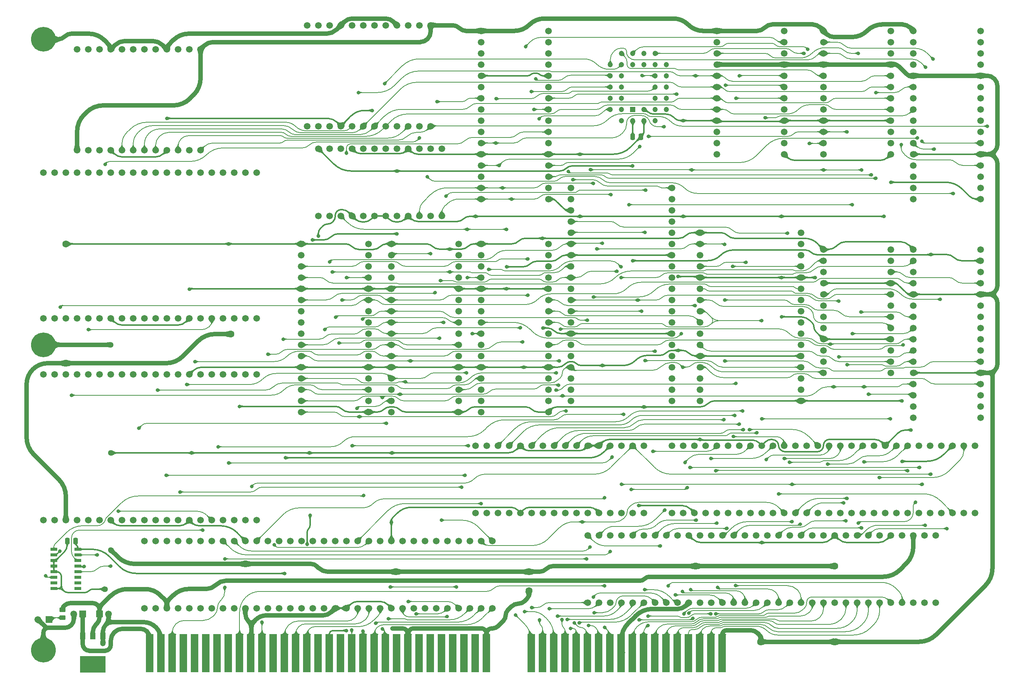
<source format=gtl>
%TF.GenerationSoftware,KiCad,Pcbnew,9.0.2*%
%TF.CreationDate,2025-06-16T15:06:11+02:00*%
%TF.ProjectId,SD Card Board,53442043-6172-4642-9042-6f6172642e6b,rev?*%
%TF.SameCoordinates,Original*%
%TF.FileFunction,Copper,L1,Top*%
%TF.FilePolarity,Positive*%
%FSLAX46Y46*%
G04 Gerber Fmt 4.6, Leading zero omitted, Abs format (unit mm)*
G04 Created by KiCad (PCBNEW 9.0.2) date 2025-06-16 15:06:11*
%MOMM*%
%LPD*%
G01*
G04 APERTURE LIST*
G04 Aperture macros list*
%AMRoundRect*
0 Rectangle with rounded corners*
0 $1 Rounding radius*
0 $2 $3 $4 $5 $6 $7 $8 $9 X,Y pos of 4 corners*
0 Add a 4 corners polygon primitive as box body*
4,1,4,$2,$3,$4,$5,$6,$7,$8,$9,$2,$3,0*
0 Add four circle primitives for the rounded corners*
1,1,$1+$1,$2,$3*
1,1,$1+$1,$4,$5*
1,1,$1+$1,$6,$7*
1,1,$1+$1,$8,$9*
0 Add four rect primitives between the rounded corners*
20,1,$1+$1,$2,$3,$4,$5,0*
20,1,$1+$1,$4,$5,$6,$7,0*
20,1,$1+$1,$6,$7,$8,$9,0*
20,1,$1+$1,$8,$9,$2,$3,0*%
G04 Aperture macros list end*
%TA.AperFunction,SMDPad,CuDef*%
%ADD10R,1.200000X1.500000*%
%TD*%
%TA.AperFunction,SMDPad,CuDef*%
%ADD11R,5.842000X3.810000*%
%TD*%
%TA.AperFunction,ComponentPad*%
%ADD12R,1.200000X1.200000*%
%TD*%
%TA.AperFunction,ComponentPad*%
%ADD13C,1.200000*%
%TD*%
%TA.AperFunction,ComponentPad*%
%ADD14C,1.500000*%
%TD*%
%TA.AperFunction,ComponentPad*%
%ADD15R,1.500000X1.500000*%
%TD*%
%TA.AperFunction,ComponentPad*%
%ADD16C,5.600000*%
%TD*%
%TA.AperFunction,SMDPad,CuDef*%
%ADD17R,1.550000X0.650000*%
%TD*%
%TA.AperFunction,ConnectorPad*%
%ADD18R,1.780000X8.620000*%
%TD*%
%TA.AperFunction,SMDPad,CuDef*%
%ADD19RoundRect,0.250000X0.250000X0.475000X-0.250000X0.475000X-0.250000X-0.475000X0.250000X-0.475000X0*%
%TD*%
%TA.AperFunction,SMDPad,CuDef*%
%ADD20RoundRect,0.250000X0.450000X-0.262500X0.450000X0.262500X-0.450000X0.262500X-0.450000X-0.262500X0*%
%TD*%
%TA.AperFunction,SMDPad,CuDef*%
%ADD21RoundRect,0.250000X-0.250000X-0.475000X0.250000X-0.475000X0.250000X0.475000X-0.250000X0.475000X0*%
%TD*%
%TA.AperFunction,ViaPad*%
%ADD22C,0.800000*%
%TD*%
%TA.AperFunction,ViaPad*%
%ADD23C,1.600000*%
%TD*%
%TA.AperFunction,ViaPad*%
%ADD24C,1.300000*%
%TD*%
%TA.AperFunction,Conductor*%
%ADD25C,0.380000*%
%TD*%
%TA.AperFunction,Conductor*%
%ADD26C,1.000000*%
%TD*%
%TA.AperFunction,Conductor*%
%ADD27C,0.200000*%
%TD*%
G04 APERTURE END LIST*
D10*
%TO.P,IC3,1,GND*%
%TO.N,/GND*%
X-10640000Y4216000D03*
%TO.P,IC3,2,5.0VOut*%
%TO.N,/5V*%
X-12940000Y4216000D03*
%TO.P,IC3,3,15VIn*%
%TO.N,/12V*%
X-15240000Y4216000D03*
D11*
%TO.P,IC3,4,5.0VOut*%
%TO.N,unconnected-(IC3-5.0VOut-Pad4)*%
X-12940000Y-2159000D03*
%TD*%
D12*
%TO.P,IC1,1,N.C.*%
%TO.N,unconnected-(IC1-N.C.-Pad1)*%
X109220000Y123571000D03*
D13*
%TO.P,IC1,2,A16*%
%TO.N,/GND*%
X111760000Y121031000D03*
%TO.P,IC1,3,A15*%
X111760000Y123571000D03*
%TO.P,IC1,4,A12*%
%TO.N,/A12*%
X114300000Y121031000D03*
%TO.P,IC1,5,A7*%
%TO.N,/A7*%
X116840000Y123571000D03*
%TO.P,IC1,6,A6*%
%TO.N,/A6*%
X114300000Y123571000D03*
%TO.P,IC1,7,A5*%
%TO.N,/A5*%
X116840000Y126111000D03*
%TO.P,IC1,8,A4*%
%TO.N,/A4*%
X114300000Y126111000D03*
%TO.P,IC1,9,A3*%
%TO.N,/A3*%
X116840000Y128651000D03*
%TO.P,IC1,10,A2*%
%TO.N,/A2*%
X114300000Y128651000D03*
%TO.P,IC1,11,A1*%
%TO.N,/A1*%
X116840000Y131191000D03*
%TO.P,IC1,12,A0*%
%TO.N,/A0*%
X114300000Y131191000D03*
%TO.P,IC1,13,DQ0*%
%TO.N,/D0*%
X116840000Y133731000D03*
%TO.P,IC1,14,DQ1*%
%TO.N,/D1*%
X114300000Y136271000D03*
%TO.P,IC1,15,DQ2*%
%TO.N,/D2*%
X114300000Y133731000D03*
%TO.P,IC1,16,GND*%
%TO.N,/GND*%
X111760000Y136271000D03*
%TO.P,IC1,17,DQ3*%
%TO.N,/D3*%
X111760000Y133731000D03*
%TO.P,IC1,18,DQ4*%
%TO.N,/D4*%
X109220000Y136271000D03*
%TO.P,IC1,19,DQ5*%
%TO.N,/D5*%
X109220000Y133731000D03*
%TO.P,IC1,20,DQ6*%
%TO.N,/D6*%
X106680000Y136271000D03*
%TO.P,IC1,21,DQ7*%
%TO.N,/D7*%
X104140000Y133731000D03*
%TO.P,IC1,22,~{CE}*%
%TO.N,/~{Device ROM}*%
X106680000Y133731000D03*
%TO.P,IC1,23,A10*%
%TO.N,/A10*%
X104140000Y131191000D03*
%TO.P,IC1,24,~{OE}*%
%TO.N,/~{RD}*%
X106680000Y131191000D03*
%TO.P,IC1,25,A11*%
%TO.N,/A11*%
X104140000Y128651000D03*
%TO.P,IC1,26,A9*%
%TO.N,/A9*%
X106680000Y128651000D03*
%TO.P,IC1,27,A8*%
%TO.N,/A8*%
X104140000Y126111000D03*
%TO.P,IC1,28,A13*%
%TO.N,/A13*%
X106680000Y126111000D03*
%TO.P,IC1,29,A14*%
%TO.N,/A14*%
X104140000Y123571000D03*
%TO.P,IC1,30,N.C.*%
%TO.N,unconnected-(IC1-N.C.-Pad30)*%
X106680000Y121031000D03*
%TO.P,IC1,31,~{WE}*%
%TO.N,/~{WD}*%
X106680000Y123571000D03*
%TO.P,IC1,32,3V*%
%TO.N,/3.3V*%
X109220000Y121031000D03*
%TD*%
D14*
%TO.P,B16,1,A0_{IN}*%
%TO.N,/A0_{D}*%
X-1270000Y10541000D03*
%TO.P,B16,2,A1_{IN}*%
%TO.N,/A1_{D}*%
X1270000Y10541000D03*
%TO.P,B16,3,5V*%
%TO.N,/5V*%
X3810000Y10541000D03*
%TO.P,B16,4,A2_{IN}*%
%TO.N,/A2_{D}*%
X6350000Y10541000D03*
%TO.P,B16,5,A3_{IN}*%
%TO.N,/A3_{D}*%
X8890000Y10541000D03*
%TO.P,B16,6,A4_{IN}*%
%TO.N,/A4_{D}*%
X11430000Y10541000D03*
%TO.P,B16,7,A5_{IN}*%
%TO.N,/A5_{D}*%
X13970000Y10541000D03*
%TO.P,B16,8,A6_{IN}*%
%TO.N,/A6_{D}*%
X16510000Y10541000D03*
%TO.P,B16,9,A7_{IN}*%
%TO.N,/A7_{D}*%
X19050000Y10541000D03*
%TO.P,B16,10,GND*%
%TO.N,/GND*%
X21590000Y10541000D03*
%TO.P,B16,11,A8_{IN}*%
%TO.N,/A8_{D}*%
X24130000Y10541000D03*
%TO.P,B16,12,A9_{IN}*%
%TO.N,/A9_{D}*%
X26670000Y10541000D03*
%TO.P,B16,13,A10_{IN}*%
%TO.N,/A10_{D}*%
X29210000Y10541000D03*
%TO.P,B16,14,A11_{IN}*%
%TO.N,/A11_{D}*%
X31750000Y10541000D03*
%TO.P,B16,15,A12_{IN}*%
%TO.N,/A12_{D}*%
X34290000Y10541000D03*
%TO.P,B16,16,A13_{IN}*%
%TO.N,/A13_{D}*%
X36830000Y10541000D03*
%TO.P,B16,17,A14_{IN}*%
%TO.N,/A14_{D}*%
X39370000Y10541000D03*
%TO.P,B16,18,A15_{IN}*%
%TO.N,/GND*%
X41910000Y10541000D03*
%TO.P,B16,19,A16_{IN}*%
X44450000Y10541000D03*
%TO.P,B16,20,~{RD}_{IN}*%
%TO.N,/~{RD}_{D}*%
X46990000Y10541000D03*
%TO.P,B16,21,~{WD}_{IN}*%
%TO.N,/~{WD}_{D}*%
X49530000Y10541000D03*
%TO.P,B16,22,S_{IN}*%
%TO.N,/CLK_{D}*%
X52070000Y10541000D03*
%TO.P,B16,23,GND*%
%TO.N,/GND*%
X54610000Y10541000D03*
%TO.P,B16,24,D7_{IN/OUT}*%
%TO.N,/D0_{D}*%
X57150000Y10541000D03*
%TO.P,B16,25,D6_{IN/OUT}*%
%TO.N,/D1_{D}*%
X59690000Y10541000D03*
%TO.P,B16,26,D5_{IN/OUT}*%
%TO.N,/D2_{D}*%
X62230000Y10541000D03*
%TO.P,B16,27,D4_{IN/OUT}*%
%TO.N,/D3_{D}*%
X64770000Y10541000D03*
%TO.P,B16,28,D3_{IN/OUT}*%
%TO.N,/D4_{D}*%
X67310000Y10541000D03*
%TO.P,B16,29,D2_{IN/OUT}*%
%TO.N,/D5_{D}*%
X69850000Y10541000D03*
%TO.P,B16,30,D1_{IN/OUT}*%
%TO.N,/D6_{D}*%
X72390000Y10541000D03*
%TO.P,B16,31,D0_{IN/OUT}*%
%TO.N,/D7_{D}*%
X74930000Y10541000D03*
%TO.P,B16,32,Deivce_~{CS}_{IN}*%
%TO.N,/~{Select}_{D}*%
X77470000Y10541000D03*
%TO.P,B16,33,Deivce_~{CS}*%
%TO.N,/~{Device Select}*%
X77470000Y25781000D03*
%TO.P,B16,34,D0*%
%TO.N,/D7*%
X74930000Y25781000D03*
%TO.P,B16,35,5V*%
%TO.N,/5V*%
X72390000Y25781000D03*
%TO.P,B16,36,D1*%
%TO.N,/D6*%
X69850000Y25781000D03*
%TO.P,B16,37,D2*%
%TO.N,/D5*%
X67310000Y25781000D03*
%TO.P,B16,38,D3*%
%TO.N,/D4*%
X64770000Y25781000D03*
%TO.P,B16,39,D4*%
%TO.N,/D3*%
X62230000Y25781000D03*
%TO.P,B16,40,D5*%
%TO.N,/D2*%
X59690000Y25781000D03*
%TO.P,B16,41,D6*%
%TO.N,/D1*%
X57150000Y25781000D03*
%TO.P,B16,42,GND*%
%TO.N,/GND*%
X54610000Y25781000D03*
%TO.P,B16,43,D7*%
%TO.N,/D0*%
X52070000Y25781000D03*
%TO.P,B16,44,S*%
%TO.N,/PHI2*%
X49530000Y25781000D03*
%TO.P,B16,45,~{WD}*%
%TO.N,/~{WD}*%
X46990000Y25781000D03*
%TO.P,B16,46,~{RD}*%
%TO.N,/~{RD}*%
X44450000Y25781000D03*
%TO.P,B16,47,A16*%
%TO.N,unconnected-(B16-A16-Pad47)*%
X41910000Y25781000D03*
%TO.P,B16,48,A15*%
%TO.N,unconnected-(B16-A15-Pad48)*%
X39370000Y25781000D03*
%TO.P,B16,49,A14*%
%TO.N,/A14*%
X36830000Y25781000D03*
%TO.P,B16,50,A13*%
%TO.N,/A13*%
X34290000Y25781000D03*
%TO.P,B16,51,A12*%
%TO.N,/A12*%
X31750000Y25781000D03*
%TO.P,B16,52,A11*%
%TO.N,/A11*%
X29210000Y25781000D03*
%TO.P,B16,53,A10*%
%TO.N,/A10*%
X26670000Y25781000D03*
%TO.P,B16,54,A9*%
%TO.N,/A9*%
X24130000Y25781000D03*
%TO.P,B16,55,GND*%
%TO.N,/GND*%
X21590000Y25781000D03*
%TO.P,B16,56,A8*%
%TO.N,/A8*%
X19050000Y25781000D03*
%TO.P,B16,57,A7*%
%TO.N,/A7*%
X16510000Y25781000D03*
%TO.P,B16,58,A6*%
%TO.N,/A6*%
X13970000Y25781000D03*
%TO.P,B16,59,A5*%
%TO.N,/A5*%
X11430000Y25781000D03*
%TO.P,B16,60,A4*%
%TO.N,/A4*%
X8890000Y25781000D03*
%TO.P,B16,61,A3*%
%TO.N,/A3*%
X6350000Y25781000D03*
%TO.P,B16,62,A2*%
%TO.N,/A2*%
X3810000Y25781000D03*
%TO.P,B16,63,A1*%
%TO.N,/A1*%
X1270000Y25781000D03*
%TO.P,B16,64,A0*%
%TO.N,/A0*%
X-1270000Y25781000D03*
%TD*%
%TO.P,B17,1,5V*%
%TO.N,/5V*%
X35560000Y119761000D03*
%TO.P,B17,2,N.C.*%
%TO.N,unconnected-(B17-N.C.-Pad2)*%
X38100000Y119761000D03*
%TO.P,B17,3,N.C.*%
%TO.N,unconnected-(B17-N.C.-Pad3)*%
X40640000Y119761000D03*
%TO.P,B17,4,GND*%
%TO.N,/GND*%
X43180000Y119761000D03*
%TO.P,B17,5,DAT3*%
%TO.N,/DAT3*%
X45720000Y119761000D03*
%TO.P,B17,6,DAT2*%
%TO.N,/DAT2*%
X48260000Y119761000D03*
%TO.P,B17,7,DAT1*%
%TO.N,/DAT1*%
X50800000Y119761000D03*
%TO.P,B17,8,DAT0*%
%TO.N,/DAT0*%
X53340000Y119761000D03*
%TO.P,B17,9,GND*%
%TO.N,/GND*%
X55880000Y119761000D03*
%TO.P,B17,10,CMD*%
%TO.N,/SD CMD*%
X58420000Y119761000D03*
%TO.P,B17,11,~{Card_Enable}*%
%TO.N,/~{SD Card Enable}0*%
X60960000Y119761000D03*
%TO.P,B17,12,CLK*%
%TO.N,/SD CLK*%
X63500000Y119761000D03*
%TO.P,B17,13,5V*%
%TO.N,/5V*%
X63500000Y142621000D03*
%TO.P,B17,14,N.C.*%
%TO.N,unconnected-(B17-N.C.-Pad14)*%
X60960000Y142621000D03*
%TO.P,B17,15,N.C.*%
%TO.N,unconnected-(B17-N.C.-Pad15)*%
X58420000Y142621000D03*
%TO.P,B17,16,GND*%
%TO.N,/GND*%
X55880000Y142621000D03*
%TO.P,B17,17,N.C.*%
%TO.N,unconnected-(B17-N.C.-Pad17)*%
X53340000Y142621000D03*
%TO.P,B17,18,N.C.*%
%TO.N,unconnected-(B17-N.C.-Pad18)*%
X50800000Y142621000D03*
%TO.P,B17,19,N.C.*%
%TO.N,unconnected-(B17-N.C.-Pad19)*%
X48260000Y142621000D03*
%TO.P,B17,20,N.C.*%
%TO.N,unconnected-(B17-N.C.-Pad20)*%
X45720000Y142621000D03*
%TO.P,B17,21,GND*%
%TO.N,/GND*%
X43180000Y142621000D03*
%TO.P,B17,22,N.C.*%
%TO.N,unconnected-(B17-N.C.-Pad22)*%
X40640000Y142621000D03*
%TO.P,B17,23,N.C.*%
%TO.N,unconnected-(B17-N.C.-Pad23)*%
X38100000Y142621000D03*
%TO.P,B17,24,N.C.*%
%TO.N,unconnected-(B17-N.C.-Pad24)*%
X35560000Y142621000D03*
%TD*%
%TO.P,B4,1,5V*%
%TO.N,/5V*%
X38100000Y99441000D03*
%TO.P,B4,2,~{Device_RAM}*%
%TO.N,/~{Device RAM}*%
X40640000Y99441000D03*
%TO.P,B4,3,~{Device_Registers}*%
%TO.N,/~{Device Registers}*%
X43180000Y99441000D03*
%TO.P,B4,4,GND*%
%TO.N,/GND*%
X45720000Y99441000D03*
%TO.P,B4,5,~{Device_ROM}*%
%TO.N,/~{Device ROM}*%
X48260000Y99441000D03*
%TO.P,B4,6,H2_{REG}*%
%TO.N,/GND*%
X50800000Y99441000D03*
%TO.P,B4,7,H1_{REG}*%
X53340000Y99441000D03*
%TO.P,B4,8,H0_{REG}*%
%TO.N,/3.3V*%
X55880000Y99441000D03*
%TO.P,B4,9,GND*%
%TO.N,/GND*%
X58420000Y99441000D03*
%TO.P,B4,10,~{RD}*%
%TO.N,/~{RD}*%
X60960000Y99441000D03*
%TO.P,B4,11,~{Device_Select}*%
%TO.N,/~{Device Select}*%
X63500000Y99441000D03*
%TO.P,B4,12,~{WD}*%
%TO.N,/~{WD}*%
X66040000Y99441000D03*
%TO.P,B4,13,5V*%
%TO.N,/5V*%
X66040000Y114681000D03*
%TO.P,B4,14,N.C.*%
%TO.N,unconnected-(B4-N.C.-Pad14)*%
X63500000Y114681000D03*
%TO.P,B4,15,N.C.*%
%TO.N,unconnected-(B4-N.C.-Pad15)*%
X60960000Y114681000D03*
%TO.P,B4,16,GND*%
%TO.N,/GND*%
X58420000Y114681000D03*
%TO.P,B4,17,H0_{OUT}*%
%TO.N,/H0_{D}*%
X55880000Y114681000D03*
%TO.P,B4,18,H1_{OUT}*%
%TO.N,/H1_{D}*%
X53340000Y114681000D03*
%TO.P,B4,19,H2_{OUT}*%
%TO.N,/H2_{D}*%
X50800000Y114681000D03*
%TO.P,B4,20,N.C.*%
%TO.N,unconnected-(B4-N.C.-Pad20)*%
X48260000Y114681000D03*
%TO.P,B4,21,GND*%
%TO.N,/GND*%
X45720000Y114681000D03*
%TO.P,B4,22,N.C.*%
%TO.N,unconnected-(B4-N.C.-Pad22)*%
X43180000Y114681000D03*
%TO.P,B4,23,N.C.*%
%TO.N,unconnected-(B4-N.C.-Pad23)*%
X40640000Y114681000D03*
%TO.P,B4,24,3.3V*%
%TO.N,/3.3V*%
X38100000Y114681000D03*
%TD*%
%TO.P,B5,1,Write_Count_Data_Byte_High*%
%TO.N,/Write Count Data Byte High*%
X95250000Y105791000D03*
%TO.P,B5,2,Write_Count_Data_Byte_Low*%
%TO.N,/Write Count Data Byte Low*%
X95250000Y103251000D03*
%TO.P,B5,3,5V*%
%TO.N,/5V*%
X95250000Y100711000D03*
%TO.P,B5,4,~{Read_CRC_Started}*%
%TO.N,/~{Read CRC Started}*%
X95250000Y98171000D03*
%TO.P,B5,5,~{Read_Transmit_Started}*%
%TO.N,/~{Read Transmit Started}*%
X95250000Y95631000D03*
%TO.P,B5,6,D7*%
%TO.N,/D7*%
X95250000Y93091000D03*
%TO.P,B5,7,GND*%
%TO.N,/GND*%
X95250000Y90551000D03*
%TO.P,B5,8,D6*%
%TO.N,/D6*%
X95250000Y88011000D03*
%TO.P,B5,9,D5*%
%TO.N,/D5*%
X95250000Y85471000D03*
%TO.P,B5,10,D4*%
%TO.N,/D4*%
X95250000Y82931000D03*
%TO.P,B5,11,D3*%
%TO.N,/D3*%
X95250000Y80391000D03*
%TO.P,B5,12,D2*%
%TO.N,/D2*%
X95250000Y77851000D03*
%TO.P,B5,13,D1*%
%TO.N,/D1*%
X95250000Y75311000D03*
%TO.P,B5,14,GND*%
%TO.N,/GND*%
X95250000Y72771000D03*
%TO.P,B5,15,D0*%
%TO.N,/D0*%
X95250000Y70231000D03*
%TO.P,B5,16,~{Load_Down_Count}*%
%TO.N,/~{Load Down Count}*%
X95250000Y67691000D03*
%TO.P,B5,17,~{Reset}*%
%TO.N,/~{Reset}*%
X95250000Y65151000D03*
%TO.P,B5,18,Second_Half_CLK*%
%TO.N,/Second Half CLK*%
X95250000Y62611000D03*
%TO.P,B5,19,Q9*%
%TO.N,unconnected-(B5-Q9-Pad19)*%
X95250000Y60071000D03*
%TO.P,B5,20,Q8*%
%TO.N,unconnected-(B5-Q8-Pad20)*%
X95250000Y57531000D03*
%TO.P,B5,21,~{TCD}_{0..3}*%
%TO.N,unconnected-(B5-~{TCD}_{0..3}-Pad21)*%
X118110000Y57531000D03*
%TO.P,B5,22,~{TCD}_{4..7}*%
%TO.N,unconnected-(B5-~{TCD}_{4..7}-Pad22)*%
X118110000Y60071000D03*
%TO.P,B5,23,5V*%
%TO.N,/5V*%
X118110000Y62611000D03*
%TO.P,B5,24,~{TCD}_{8..11}*%
%TO.N,/~{TCD}_{8..11}*%
X118110000Y65151000D03*
%TO.P,B5,25,Q0*%
%TO.N,unconnected-(B5-Q0-Pad25)*%
X118110000Y67691000D03*
%TO.P,B5,26,Q1*%
%TO.N,unconnected-(B5-Q1-Pad26)*%
X118110000Y70231000D03*
%TO.P,B5,27,GND*%
%TO.N,/GND*%
X118110000Y72771000D03*
%TO.P,B5,28,Q2*%
%TO.N,unconnected-(B5-Q2-Pad28)*%
X118110000Y75311000D03*
%TO.P,B5,29,Q3*%
%TO.N,unconnected-(B5-Q3-Pad29)*%
X118110000Y77851000D03*
%TO.P,B5,30,Q4*%
%TO.N,unconnected-(B5-Q4-Pad30)*%
X118110000Y80391000D03*
%TO.P,B5,31,Q5*%
%TO.N,unconnected-(B5-Q5-Pad31)*%
X118110000Y82931000D03*
%TO.P,B5,32,Q6*%
%TO.N,unconnected-(B5-Q6-Pad32)*%
X118110000Y85471000D03*
%TO.P,B5,33,Q7*%
%TO.N,unconnected-(B5-Q7-Pad33)*%
X118110000Y88011000D03*
%TO.P,B5,34,GND*%
%TO.N,/GND*%
X118110000Y90551000D03*
%TO.P,B5,35,N.C.*%
%TO.N,unconnected-(B5-N.C.-Pad35)*%
X118110000Y93091000D03*
%TO.P,B5,36,N.C.*%
%TO.N,unconnected-(B5-N.C.-Pad36)*%
X118110000Y95631000D03*
%TO.P,B5,37,Q10*%
%TO.N,unconnected-(B5-Q10-Pad37)*%
X118110000Y98171000D03*
%TO.P,B5,38,Q11*%
%TO.N,unconnected-(B5-Q11-Pad38)*%
X118110000Y100711000D03*
%TO.P,B5,39,Write_Count_CRC_Byte_High*%
%TO.N,/Write Count CRC Byte High*%
X118110000Y103251000D03*
%TO.P,B5,40,Write_Count_CRC_Byte_Low*%
%TO.N,/Write Count CRC Byte Low*%
X118110000Y105791000D03*
%TD*%
%TO.P,B1,1,5V*%
%TO.N,/5V*%
X172720000Y91821000D03*
%TO.P,B1,2,Read_GD__{0..3}*%
%TO.N,/Read GPIO Direct*%
X172720000Y89281000D03*
%TO.P,B1,3,Write_GD__{0..3}*%
%TO.N,/Write GPIO Direct*%
X172720000Y86741000D03*
%TO.P,B1,4,Enable*%
%TO.N,/Enable*%
X172720000Y84201000D03*
%TO.P,B1,5,GND*%
%TO.N,/GND*%
X172720000Y81661000D03*
%TO.P,B1,6,D7*%
%TO.N,/D7*%
X172720000Y79121000D03*
%TO.P,B1,7,D6*%
%TO.N,/D6*%
X172720000Y76581000D03*
%TO.P,B1,8,D5*%
%TO.N,/D5*%
X172720000Y74041000D03*
%TO.P,B1,9,D4*%
%TO.N,/D4*%
X172720000Y71501000D03*
%TO.P,B1,10,D3*%
%TO.N,/D3*%
X172720000Y68961000D03*
%TO.P,B1,11,D2*%
%TO.N,/D2*%
X172720000Y66421000D03*
%TO.P,B1,12,GND*%
%TO.N,/GND*%
X172720000Y63881000D03*
%TO.P,B1,13,D1*%
%TO.N,/D1*%
X172720000Y61341000D03*
%TO.P,B1,14,D0*%
%TO.N,/D0*%
X172720000Y58801000D03*
%TO.P,B1,15,N.C.*%
%TO.N,unconnected-(B1-N.C.-Pad15)*%
X172720000Y56261000D03*
%TO.P,B1,16,N.C.*%
%TO.N,unconnected-(B1-N.C.-Pad16)*%
X172720000Y53721000D03*
%TO.P,B1,17,5V*%
%TO.N,/5V*%
X187960000Y53721000D03*
%TO.P,B1,18,N.C.*%
%TO.N,unconnected-(B1-N.C.-Pad18)*%
X187960000Y56261000D03*
%TO.P,B1,19,N.C.*%
%TO.N,unconnected-(B1-N.C.-Pad19)*%
X187960000Y58801000D03*
%TO.P,B1,20,GPIO3*%
%TO.N,/DAT3*%
X187960000Y61341000D03*
%TO.P,B1,21,GND*%
%TO.N,/GND*%
X187960000Y63881000D03*
%TO.P,B1,22,GPIO2*%
%TO.N,/DAT0*%
X187960000Y66421000D03*
%TO.P,B1,23,N.C.*%
%TO.N,unconnected-(B1-N.C.-Pad23)*%
X187960000Y68961000D03*
%TO.P,B1,24,N.C.*%
%TO.N,unconnected-(B1-N.C.-Pad24)*%
X187960000Y71501000D03*
%TO.P,B1,25,N.C.*%
%TO.N,unconnected-(B1-N.C.-Pad25)*%
X187960000Y74041000D03*
%TO.P,B1,26,N.C.*%
%TO.N,unconnected-(B1-N.C.-Pad26)*%
X187960000Y76581000D03*
%TO.P,B1,27,GPIO1*%
%TO.N,/SD CMD*%
X187960000Y79121000D03*
%TO.P,B1,28,GND*%
%TO.N,/GND*%
X187960000Y81661000D03*
%TO.P,B1,29,GPIO0*%
%TO.N,/SD CLK*%
X187960000Y84201000D03*
%TO.P,B1,30,N.C.*%
%TO.N,unconnected-(B1-N.C.-Pad30)*%
X187960000Y86741000D03*
%TO.P,B1,31,Read*%
%TO.N,/3.3V*%
X187960000Y89281000D03*
%TO.P,B1,32,N.C.*%
%TO.N,unconnected-(B1-N.C.-Pad32)*%
X187960000Y91821000D03*
%TD*%
D15*
%TO.P,C4,1*%
%TO.N,/12V*%
X-15240000Y9271000D03*
D14*
%TO.P,C4,2*%
%TO.N,/GND*%
X-17240000Y9271000D03*
%TD*%
D16*
%TO.P,H10,1,GND*%
%TO.N,/GND*%
X-24130000Y1016000D03*
%TD*%
D14*
%TO.P,B20,1,N.C.*%
%TO.N,unconnected-(B20-N.C.-Pad1)*%
X-24130000Y76200000D03*
%TO.P,B20,2,N.C.*%
%TO.N,unconnected-(B20-N.C.-Pad2)*%
X-21590000Y76200000D03*
%TO.P,B20,3,5V*%
%TO.N,/5V*%
X-19050000Y76200000D03*
%TO.P,B20,4,N.C.*%
%TO.N,unconnected-(B20-N.C.-Pad4)*%
X-16510000Y76200000D03*
%TO.P,B20,5,N.C.*%
%TO.N,unconnected-(B20-N.C.-Pad5)*%
X-13970000Y76200000D03*
%TO.P,B20,6,N.C.*%
%TO.N,unconnected-(B20-N.C.-Pad6)*%
X-11430000Y76200000D03*
%TO.P,B20,7,GND*%
%TO.N,/GND*%
X-8890000Y76200000D03*
%TO.P,B20,8,N.C.*%
%TO.N,unconnected-(B20-N.C.-Pad8)*%
X-6350000Y76200000D03*
%TO.P,B20,9,N.C.*%
%TO.N,unconnected-(B20-N.C.-Pad9)*%
X-3810000Y76200000D03*
%TO.P,B20,10,DAT3*%
%TO.N,/DAT3*%
X-1270000Y76200000D03*
%TO.P,B20,11,DAT2*%
%TO.N,/DAT2*%
X1270000Y76200000D03*
%TO.P,B20,12,DAT1*%
%TO.N,/DAT1*%
X3810000Y76200000D03*
%TO.P,B20,13,DAT0*%
%TO.N,/DAT0*%
X6350000Y76200000D03*
%TO.P,B20,14,GND*%
%TO.N,/GND*%
X8890000Y76200000D03*
%TO.P,B20,15,CMD*%
%TO.N,/SD CMD*%
X11430000Y76200000D03*
%TO.P,B20,16,~{Card_Enable}*%
%TO.N,/~{SD Card Enable}2*%
X13970000Y76200000D03*
%TO.P,B20,17,CLK*%
%TO.N,/SD CLK*%
X16510000Y76200000D03*
%TO.P,B20,18,N.C.*%
%TO.N,unconnected-(B20-N.C.-Pad18)*%
X19050000Y76200000D03*
%TO.P,B20,19,N.C.*%
%TO.N,unconnected-(B20-N.C.-Pad19)*%
X21590000Y76200000D03*
%TO.P,B20,20,N.C.*%
%TO.N,unconnected-(B20-N.C.-Pad20)*%
X24130000Y76200000D03*
%TO.P,B20,21,N.C.*%
%TO.N,unconnected-(B20-N.C.-Pad21)*%
X24130000Y109220000D03*
%TO.P,B20,22,N.C.*%
%TO.N,unconnected-(B20-N.C.-Pad22)*%
X21590000Y109220000D03*
%TO.P,B20,23,5V*%
%TO.N,/5V*%
X19050000Y109220000D03*
%TO.P,B20,24,N.C.*%
%TO.N,unconnected-(B20-N.C.-Pad24)*%
X16510000Y109220000D03*
%TO.P,B20,25,N.C.*%
%TO.N,unconnected-(B20-N.C.-Pad25)*%
X13970000Y109220000D03*
%TO.P,B20,26,N.C.*%
%TO.N,unconnected-(B20-N.C.-Pad26)*%
X11430000Y109220000D03*
%TO.P,B20,27,GND*%
%TO.N,/GND*%
X8890000Y109220000D03*
%TO.P,B20,28,N.C.*%
%TO.N,unconnected-(B20-N.C.-Pad28)*%
X6350000Y109220000D03*
%TO.P,B20,29,N.C.*%
%TO.N,unconnected-(B20-N.C.-Pad29)*%
X3810000Y109220000D03*
%TO.P,B20,30,N.C.*%
%TO.N,unconnected-(B20-N.C.-Pad30)*%
X1270000Y109220000D03*
%TO.P,B20,31,N.C.*%
%TO.N,unconnected-(B20-N.C.-Pad31)*%
X-1270000Y109220000D03*
%TO.P,B20,32,N.C.*%
%TO.N,unconnected-(B20-N.C.-Pad32)*%
X-3810000Y109220000D03*
%TO.P,B20,33,N.C.*%
%TO.N,unconnected-(B20-N.C.-Pad33)*%
X-6350000Y109220000D03*
%TO.P,B20,34,GND*%
%TO.N,/GND*%
X-8890000Y109220000D03*
%TO.P,B20,35,N.C.*%
%TO.N,unconnected-(B20-N.C.-Pad35)*%
X-11430000Y109220000D03*
%TO.P,B20,36,N.C.*%
%TO.N,unconnected-(B20-N.C.-Pad36)*%
X-13970000Y109220000D03*
%TO.P,B20,37,N.C.*%
%TO.N,unconnected-(B20-N.C.-Pad37)*%
X-16510000Y109220000D03*
%TO.P,B20,38,N.C.*%
%TO.N,unconnected-(B20-N.C.-Pad38)*%
X-19050000Y109220000D03*
%TO.P,B20,39,N.C.*%
%TO.N,unconnected-(B20-N.C.-Pad39)*%
X-21590000Y109220000D03*
%TO.P,B20,40,N.C.*%
%TO.N,unconnected-(B20-N.C.-Pad40)*%
X-24130000Y109220000D03*
%TD*%
D15*
%TO.P,LED1,1,K*%
%TO.N,Net-(LED1-K)*%
X-22860000Y8001000D03*
D14*
%TO.P,LED1,2,A*%
%TO.N,/GND*%
X-25400000Y8001000D03*
%TD*%
%TO.P,B7,1,5V*%
%TO.N,/5V*%
X74930000Y141351000D03*
%TO.P,B7,2,Y7_{R}*%
%TO.N,unconnected-(B7-Y7_{R}-Pad2)*%
X74930000Y138811000D03*
%TO.P,B7,3,Y6_{R}*%
%TO.N,unconnected-(B7-Y6_{R}-Pad3)*%
X74930000Y136271000D03*
%TO.P,B7,4,~{Device_Registers}*%
%TO.N,/~{Device Registers}*%
X74930000Y133731000D03*
%TO.P,B7,5,GND*%
%TO.N,/GND*%
X74930000Y131191000D03*
%TO.P,B7,6,Y5_{R}*%
%TO.N,unconnected-(B7-Y5_{R}-Pad6)*%
X74930000Y128651000D03*
%TO.P,B7,7,Y4_{R}*%
%TO.N,/Read Flags*%
X74930000Y126111000D03*
%TO.P,B7,8,~{E2}*%
%TO.N,/~{A3}*%
X74930000Y123571000D03*
%TO.P,B7,9,E3*%
%TO.N,/~{A4}*%
X74930000Y121031000D03*
%TO.P,B7,10,A2*%
%TO.N,/A2*%
X74930000Y118491000D03*
%TO.P,B7,11,A1*%
%TO.N,/A1*%
X74930000Y115951000D03*
%TO.P,B7,12,GND*%
%TO.N,/GND*%
X74930000Y113411000D03*
%TO.P,B7,13,A0*%
%TO.N,/A0*%
X74930000Y110871000D03*
%TO.P,B7,14,N.C.*%
%TO.N,unconnected-(B7-N.C.-Pad14)*%
X74930000Y108331000D03*
%TO.P,B7,15,~{RD}*%
%TO.N,/~{RD}*%
X74930000Y105791000D03*
%TO.P,B7,16,~{WD}*%
%TO.N,/~{WD}*%
X74930000Y103251000D03*
%TO.P,B7,17,5V*%
%TO.N,/5V*%
X90170000Y103251000D03*
%TO.P,B7,18,N.C.*%
%TO.N,unconnected-(B7-N.C.-Pad18)*%
X90170000Y105791000D03*
%TO.P,B7,19,Y7_{W}*%
%TO.N,/Write Data High*%
X90170000Y108331000D03*
%TO.P,B7,20,Y6_{W}*%
%TO.N,/Write Data Low*%
X90170000Y110871000D03*
%TO.P,B7,21,GND*%
%TO.N,/GND*%
X90170000Y113411000D03*
%TO.P,B7,22,Y5_{W}*%
%TO.N,unconnected-(B7-Y5_{W}-Pad22)*%
X90170000Y115951000D03*
%TO.P,B7,23,Y4_{W}*%
%TO.N,/Write Flags*%
X90170000Y118491000D03*
%TO.P,B7,24,Y3_{W}*%
%TO.N,/Write Read Start*%
X90170000Y121031000D03*
%TO.P,B7,25,Y2_{W}*%
%TO.N,/Write Clear Interrupt*%
X90170000Y123571000D03*
%TO.P,B7,26,Y1_{W}*%
%TO.N,/Write Count CRC Byte High*%
X90170000Y126111000D03*
%TO.P,B7,27,Y0_{W}*%
%TO.N,/Write Count CRC Byte Low*%
X90170000Y128651000D03*
%TO.P,B7,28,GND*%
%TO.N,/GND*%
X90170000Y131191000D03*
%TO.P,B7,29,Y3_{R}*%
%TO.N,unconnected-(B7-Y3_{R}-Pad29)*%
X90170000Y133731000D03*
%TO.P,B7,30,Y2_{R}*%
%TO.N,unconnected-(B7-Y2_{R}-Pad30)*%
X90170000Y136271000D03*
%TO.P,B7,31,Y1_{R}*%
%TO.N,unconnected-(B7-Y1_{R}-Pad31)*%
X90170000Y138811000D03*
%TO.P,B7,32,Y0_{R}*%
%TO.N,unconnected-(B7-Y0_{R}-Pad32)*%
X90170000Y141351000D03*
%TD*%
%TO.P,B9,1,5V*%
%TO.N,/5V*%
X34222000Y93091000D03*
%TO.P,B9,2,Interrupt_CLK*%
%TO.N,/PHI2*%
X34222000Y90551000D03*
%TO.P,B9,3,Write_Clear_Interrupt*%
%TO.N,/Write Clear Interrupt*%
X34222000Y88011000D03*
%TO.P,B9,4,~{Set_Interrupt_on_CLK}*%
%TO.N,/~{Stop Read Funk}*%
X34222000Y85471000D03*
%TO.P,B9,5,GND*%
%TO.N,/GND*%
X34222000Y82931000D03*
%TO.P,B9,6,Read_Flags*%
%TO.N,/Read Flags*%
X34222000Y80391000D03*
%TO.P,B9,7,Write_Flags*%
%TO.N,/Write Flags*%
X34222000Y77851000D03*
%TO.P,B9,8,D7*%
%TO.N,/D7*%
X34222000Y75311000D03*
%TO.P,B9,9,D6*%
%TO.N,/D6*%
X34222000Y72771000D03*
%TO.P,B9,10,D5*%
%TO.N,/D5*%
X34222000Y70231000D03*
%TO.P,B9,11,D4*%
%TO.N,/D4*%
X34222000Y67691000D03*
%TO.P,B9,12,GND*%
%TO.N,/GND*%
X34222000Y65151000D03*
%TO.P,B9,13,D3*%
%TO.N,/D3*%
X34222000Y62611000D03*
%TO.P,B9,14,D2*%
%TO.N,/D2*%
X34222000Y60071000D03*
%TO.P,B9,15,D1*%
%TO.N,/D1*%
X34222000Y57531000D03*
%TO.P,B9,16,D0*%
%TO.N,/D0*%
X34222000Y54991000D03*
%TO.P,B9,17,5V*%
%TO.N,/5V*%
X49462000Y54991000D03*
%TO.P,B9,18,F0*%
%TO.N,/Card ID0*%
X49462000Y57531000D03*
%TO.P,B9,19,F1*%
%TO.N,/Card ID1*%
X49462000Y60071000D03*
%TO.P,B9,20,F2*%
%TO.N,unconnected-(B9-F2-Pad20)*%
X49462000Y62611000D03*
%TO.P,B9,21,GND*%
%TO.N,/GND*%
X49462000Y65151000D03*
%TO.P,B9,22,F3*%
%TO.N,unconnected-(B9-F3-Pad22)*%
X49462000Y67691000D03*
%TO.P,B9,23,F4*%
%TO.N,unconnected-(B9-F4-Pad23)*%
X49462000Y70231000D03*
%TO.P,B9,24,F5*%
%TO.N,unconnected-(B9-F5-Pad24)*%
X49462000Y72771000D03*
%TO.P,B9,25,N.C.*%
%TO.N,unconnected-(B9-N.C.-Pad25)*%
X49462000Y75311000D03*
%TO.P,B9,26,~{Enable}*%
%TO.N,/~{Enable}_{D}*%
X49462000Y77851000D03*
%TO.P,B9,27,Enable*%
%TO.N,/Enable*%
X49462000Y80391000D03*
%TO.P,B9,28,GND*%
%TO.N,/GND*%
X49462000Y82931000D03*
%TO.P,B9,29,~{INT}*%
%TO.N,/~{Interrupt}_{D}*%
X49462000Y85471000D03*
%TO.P,B9,30,INT*%
%TO.N,unconnected-(B9-INT-Pad30)*%
X49462000Y88011000D03*
%TO.P,B9,31,N.C.*%
%TO.N,unconnected-(B9-N.C.-Pad31)*%
X49462000Y90551000D03*
%TO.P,B9,32,N.C.*%
%TO.N,unconnected-(B9-N.C.-Pad32)*%
X49462000Y93091000D03*
%TD*%
D15*
%TO.P,C3,1*%
%TO.N,/5V*%
X-11430000Y9271000D03*
D14*
%TO.P,C3,2*%
%TO.N,/GND*%
X-9430000Y9271000D03*
%TD*%
%TO.P,B3,1,~{Main_Access_Slot}*%
%TO.N,/~{Main Access}*%
X177800000Y27051000D03*
%TO.P,B3,2,~{Main}*%
%TO.N,/~{Main}*%
X175260000Y27051000D03*
%TO.P,B3,3,5V*%
%TO.N,/5V*%
X172720000Y27051000D03*
%TO.P,B3,4,~{RD}*%
%TO.N,/3.3V*%
X170180000Y27051000D03*
%TO.P,B3,5,~{WD}*%
%TO.N,/GND*%
X167640000Y27051000D03*
%TO.P,B3,6,A23*%
%TO.N,/MA0*%
X165100000Y27051000D03*
%TO.P,B3,7,A22*%
%TO.N,/MA1*%
X162560000Y27051000D03*
%TO.P,B3,8,A21*%
%TO.N,/MA2*%
X160020000Y27051000D03*
%TO.P,B3,9,A20*%
%TO.N,/MA3*%
X157480000Y27051000D03*
%TO.P,B3,10,GND*%
%TO.N,/GND*%
X154940000Y27051000D03*
%TO.P,B3,11,A19*%
%TO.N,/MA4*%
X152400000Y27051000D03*
%TO.P,B3,12,A18*%
%TO.N,/MA5*%
X149860000Y27051000D03*
%TO.P,B3,13,A17*%
%TO.N,/MA6*%
X147320000Y27051000D03*
%TO.P,B3,14,A16*%
%TO.N,/MA7*%
X144780000Y27051000D03*
%TO.P,B3,15,A15*%
%TO.N,/MA8*%
X142240000Y27051000D03*
%TO.P,B3,16,A14*%
%TO.N,/MA9*%
X139700000Y27051000D03*
%TO.P,B3,17,A13*%
%TO.N,/MA10*%
X137160000Y27051000D03*
%TO.P,B3,18,A12*%
%TO.N,/MA11*%
X134620000Y27051000D03*
%TO.P,B3,19,A11*%
%TO.N,/MA12*%
X132080000Y27051000D03*
%TO.P,B3,20,A10*%
%TO.N,/MA13*%
X129540000Y27051000D03*
%TO.P,B3,21,A9*%
%TO.N,/MA14*%
X127000000Y27051000D03*
%TO.P,B3,22,A8*%
%TO.N,/MA15*%
X124460000Y27051000D03*
%TO.P,B3,23,GND*%
%TO.N,/GND*%
X121920000Y27051000D03*
%TO.P,B3,24,A7*%
%TO.N,/MA16*%
X119380000Y27051000D03*
%TO.P,B3,25,A6*%
%TO.N,/MA17*%
X116840000Y27051000D03*
%TO.P,B3,26,A5*%
%TO.N,/MA18*%
X114300000Y27051000D03*
%TO.P,B3,27,A4*%
%TO.N,/MA19*%
X111760000Y27051000D03*
%TO.P,B3,28,A3*%
%TO.N,/MA20*%
X109220000Y27051000D03*
%TO.P,B3,29,A2*%
%TO.N,/MA21*%
X106680000Y27051000D03*
%TO.P,B3,30,MCLK*%
%TO.N,/CLK_{M}*%
X104140000Y27051000D03*
%TO.P,B3,31,A1*%
%TO.N,/MA22*%
X101600000Y27051000D03*
%TO.P,B3,32,A0*%
%TO.N,/MA23*%
X99060000Y27051000D03*
%TO.P,B3,33,MA0*%
%TO.N,/A23_{M}*%
X99060000Y11811000D03*
%TO.P,B3,34,MA1*%
%TO.N,/A22_{M}*%
X101600000Y11811000D03*
%TO.P,B3,35,5V*%
%TO.N,/5V*%
X104140000Y11811000D03*
%TO.P,B3,36,MA2*%
%TO.N,/A21_{M}*%
X106680000Y11811000D03*
%TO.P,B3,37,MA3*%
%TO.N,/A20_{M}*%
X109220000Y11811000D03*
%TO.P,B3,38,MA4*%
%TO.N,/A19_{M}*%
X111760000Y11811000D03*
%TO.P,B3,39,MA5*%
%TO.N,/A18_{M}*%
X114300000Y11811000D03*
%TO.P,B3,40,MA6*%
%TO.N,/A17_{M}*%
X116840000Y11811000D03*
%TO.P,B3,41,MA7*%
%TO.N,/A16_{M}*%
X119380000Y11811000D03*
%TO.P,B3,42,GND*%
%TO.N,/GND*%
X121920000Y11811000D03*
%TO.P,B3,43,MA8*%
%TO.N,/A15_{M}*%
X124460000Y11811000D03*
%TO.P,B3,44,MA9*%
%TO.N,/A14_{M}*%
X127000000Y11811000D03*
%TO.P,B3,45,MA10*%
%TO.N,/A13_{M}*%
X129540000Y11811000D03*
%TO.P,B3,46,MA11*%
%TO.N,/A12_{M}*%
X132080000Y11811000D03*
%TO.P,B3,47,MA12*%
%TO.N,/A11_{M}*%
X134620000Y11811000D03*
%TO.P,B3,48,MA13*%
%TO.N,/A10_{M}*%
X137160000Y11811000D03*
%TO.P,B3,49,MA14*%
%TO.N,/A9_{M}*%
X139700000Y11811000D03*
%TO.P,B3,50,MA15*%
%TO.N,/A8_{M}*%
X142240000Y11811000D03*
%TO.P,B3,51,MA16*%
%TO.N,/A7_{M}*%
X144780000Y11811000D03*
%TO.P,B3,52,MA17*%
%TO.N,/A6_{M}*%
X147320000Y11811000D03*
%TO.P,B3,53,MA18*%
%TO.N,/A5_{M}*%
X149860000Y11811000D03*
%TO.P,B3,54,MA19*%
%TO.N,/A4_{M}*%
X152400000Y11811000D03*
%TO.P,B3,55,GND*%
%TO.N,/GND*%
X154940000Y11811000D03*
%TO.P,B3,56,MA20*%
%TO.N,/A3_{M}*%
X157480000Y11811000D03*
%TO.P,B3,57,MA21*%
%TO.N,/A2_{M}*%
X160020000Y11811000D03*
%TO.P,B3,58,MA22*%
%TO.N,/A1_{M}*%
X162560000Y11811000D03*
%TO.P,B3,59,MA23*%
%TO.N,/A0_{M}*%
X165100000Y11811000D03*
%TO.P,B3,60,M~{WD}*%
%TO.N,/~{RD}_{M}*%
X167640000Y11811000D03*
%TO.P,B3,61,M~{RD}*%
%TO.N,/~{WD}_{M}*%
X170180000Y11811000D03*
%TO.P,B3,62,N.C.*%
%TO.N,unconnected-(B3-N.C.-Pad62)*%
X172720000Y11811000D03*
%TO.P,B3,63,~{CLK}*%
%TO.N,unconnected-(B3-~{CLK}-Pad63)*%
X175260000Y11811000D03*
%TO.P,B3,64,CLK*%
%TO.N,/Fast CLK*%
X177800000Y11811000D03*
%TD*%
D17*
%TO.P,IC8,1,A0*%
%TO.N,/Card ID0*%
X-21775000Y23876000D03*
%TO.P,IC8,2,A1*%
%TO.N,/Card ID1*%
X-21775000Y22606000D03*
%TO.P,IC8,3,A2*%
%TO.N,/GND*%
X-21775000Y21336000D03*
%TO.P,IC8,4,~{E1}*%
X-21775000Y20066000D03*
%TO.P,IC8,5,~{E2}*%
X-21775000Y18796000D03*
%TO.P,IC8,6,E3*%
%TO.N,/Enable*%
X-21775000Y17526000D03*
%TO.P,IC8,7,~{Y7}*%
%TO.N,unconnected-(IC8-~{Y7}-Pad7)*%
X-21775000Y16256000D03*
%TO.P,IC8,8,GND*%
%TO.N,/GND*%
X-21775000Y14986000D03*
%TO.P,IC8,9,~{Y6}*%
%TO.N,unconnected-(IC8-~{Y6}-Pad9)*%
X-16325000Y14986000D03*
%TO.P,IC8,10,~{Y5}*%
%TO.N,unconnected-(IC8-~{Y5}-Pad10)*%
X-16325000Y16256000D03*
%TO.P,IC8,11,~{Y4}*%
%TO.N,unconnected-(IC8-~{Y4}-Pad11)*%
X-16325000Y17526000D03*
%TO.P,IC8,12,~{Y3}*%
%TO.N,/~{SD Card Enable}3*%
X-16325000Y18796000D03*
%TO.P,IC8,13,~{Y2}*%
%TO.N,/~{SD Card Enable}2*%
X-16325000Y20066000D03*
%TO.P,IC8,14,~{Y1}*%
%TO.N,/~{SD Card Enable}1*%
X-16325000Y21336000D03*
%TO.P,IC8,15,~{Y0}*%
%TO.N,/~{SD Card Enable}0*%
X-16325000Y22606000D03*
%TO.P,IC8,16,3V*%
%TO.N,/3.3V*%
X-16325000Y23876000D03*
%TD*%
D14*
%TO.P,B2,1,5V*%
%TO.N,/5V*%
X152400000Y91821000D03*
%TO.P,B2,2,~{Stop_Funk}*%
%TO.N,/~{Stop Read Funk}*%
X152400000Y89281000D03*
%TO.P,B2,3,N.C.*%
%TO.N,unconnected-(B2-N.C.-Pad3)*%
X152400000Y86741000D03*
%TO.P,B2,4,GND*%
%TO.N,/GND*%
X152400000Y84201000D03*
%TO.P,B2,5,CLK_{M}*%
%TO.N,/Fast CLK*%
X152400000Y81661000D03*
%TO.P,B2,6,N.C.*%
%TO.N,unconnected-(B2-N.C.-Pad6)*%
X152400000Y79121000D03*
%TO.P,B2,7,N.C.*%
%TO.N,unconnected-(B2-N.C.-Pad7)*%
X152400000Y76581000D03*
%TO.P,B2,8,N.C.*%
%TO.N,unconnected-(B2-N.C.-Pad8)*%
X152400000Y74041000D03*
%TO.P,B2,9,GND*%
%TO.N,/GND*%
X152400000Y71501000D03*
%TO.P,B2,10,N.C.*%
%TO.N,unconnected-(B2-N.C.-Pad10)*%
X152400000Y68961000D03*
%TO.P,B2,11,N.C.*%
%TO.N,unconnected-(B2-N.C.-Pad11)*%
X152400000Y66421000D03*
%TO.P,B2,12,~{Reset}*%
%TO.N,/~{Reset}*%
X152400000Y63881000D03*
%TO.P,B2,13,5V*%
%TO.N,/5V*%
X167640000Y63881000D03*
%TO.P,B2,14,~{Write_Clock_Speed_Select}*%
%TO.N,/~{Write Read Start}*%
X167640000Y66421000D03*
%TO.P,B2,15,N.C.*%
%TO.N,unconnected-(B2-N.C.-Pad15)*%
X167640000Y68961000D03*
%TO.P,B2,16,GND*%
%TO.N,/GND*%
X167640000Y71501000D03*
%TO.P,B2,17,~{Second_Half_CLK}_{Dragged2}*%
%TO.N,/~{Second Half CLK}_{Dragged2}*%
X167640000Y74041000D03*
%TO.P,B2,18,Second_Half_CLK*%
%TO.N,/Second Half CLK*%
X167640000Y76581000D03*
%TO.P,B2,19,First_Half_CLK*%
%TO.N,/First Half CLK*%
X167640000Y79121000D03*
%TO.P,B2,20,~{Second_Half_CLK}_{Dragged1}*%
%TO.N,/~{Second Half CLK}_{Dragged1}*%
X167640000Y81661000D03*
%TO.P,B2,21,GND*%
%TO.N,/GND*%
X167640000Y84201000D03*
%TO.P,B2,22,SD_CLK*%
%TO.N,/SD CLK*%
X167640000Y86741000D03*
%TO.P,B2,23,Write_Clock_Speed_Select*%
%TO.N,/Write Read Start*%
X167640000Y89281000D03*
%TO.P,B2,24,3.3V*%
%TO.N,unconnected-(B2-3.3V-Pad24)*%
X167640000Y91821000D03*
%TD*%
%TO.P,B10,1,5V*%
%TO.N,/5V*%
X128270000Y141351000D03*
%TO.P,B10,2,N.C.*%
%TO.N,unconnected-(B10-N.C.-Pad2)*%
X128270000Y138811000D03*
%TO.P,B10,3,First_CLK*%
%TO.N,/First Half CLK*%
X128270000Y136271000D03*
%TO.P,B10,4,GND*%
%TO.N,/GND*%
X128270000Y133731000D03*
%TO.P,B10,5,DAT3*%
%TO.N,/DAT3*%
X128270000Y131191000D03*
%TO.P,B10,6,DAT2*%
%TO.N,/DAT2*%
X128270000Y128651000D03*
%TO.P,B10,7,DAT1*%
%TO.N,/DAT1*%
X128270000Y126111000D03*
%TO.P,B10,8,DAT0*%
%TO.N,/DAT0*%
X128270000Y123571000D03*
%TO.P,B10,9,GND*%
%TO.N,/GND*%
X128270000Y121031000D03*
%TO.P,B10,10,Second_CLK*%
%TO.N,/Second Half CLK*%
X128270000Y118491000D03*
%TO.P,B10,11,N.C.*%
%TO.N,unconnected-(B10-N.C.-Pad11)*%
X128270000Y115951000D03*
%TO.P,B10,12,N.C.*%
%TO.N,unconnected-(B10-N.C.-Pad12)*%
X128270000Y113411000D03*
%TO.P,B10,13,5V*%
%TO.N,/5V*%
X143510000Y113411000D03*
%TO.P,B10,14,MD0*%
%TO.N,/MD0*%
X143510000Y115951000D03*
%TO.P,B10,15,MD1*%
%TO.N,/MD1*%
X143510000Y118491000D03*
%TO.P,B10,16,GND*%
%TO.N,/GND*%
X143510000Y121031000D03*
%TO.P,B10,17,MD2*%
%TO.N,/MD2*%
X143510000Y123571000D03*
%TO.P,B10,18,MD3*%
%TO.N,/MD3*%
X143510000Y126111000D03*
%TO.P,B10,19,MD4*%
%TO.N,/MD4*%
X143510000Y128651000D03*
%TO.P,B10,20,MD5*%
%TO.N,/MD5*%
X143510000Y131191000D03*
%TO.P,B10,21,GND*%
%TO.N,/GND*%
X143510000Y133731000D03*
%TO.P,B10,22,MD6*%
%TO.N,/MD6*%
X143510000Y136271000D03*
%TO.P,B10,23,MD7*%
%TO.N,/MD7*%
X143510000Y138811000D03*
%TO.P,B10,24,N.C.*%
%TO.N,unconnected-(B10-N.C.-Pad24)*%
X143510000Y141351000D03*
%TD*%
%TO.P,B18,1,5V*%
%TO.N,/5V*%
X-16510000Y114300000D03*
%TO.P,B18,2,N.C.*%
%TO.N,unconnected-(B18-N.C.-Pad2)*%
X-13970000Y114300000D03*
%TO.P,B18,3,N.C.*%
%TO.N,unconnected-(B18-N.C.-Pad3)*%
X-11430000Y114300000D03*
%TO.P,B18,4,GND*%
%TO.N,/GND*%
X-8890000Y114300000D03*
%TO.P,B18,5,DAT3*%
%TO.N,/DAT3*%
X-6350000Y114300000D03*
%TO.P,B18,6,DAT2*%
%TO.N,/DAT2*%
X-3810000Y114300000D03*
%TO.P,B18,7,DAT1*%
%TO.N,/DAT1*%
X-1270000Y114300000D03*
%TO.P,B18,8,DAT0*%
%TO.N,/DAT0*%
X1270000Y114300000D03*
%TO.P,B18,9,GND*%
%TO.N,/GND*%
X3810000Y114300000D03*
%TO.P,B18,10,CMD*%
%TO.N,/SD CMD*%
X6350000Y114300000D03*
%TO.P,B18,11,~{Card_Enable}*%
%TO.N,/~{SD Card Enable}1*%
X8890000Y114300000D03*
%TO.P,B18,12,CLK*%
%TO.N,/SD CLK*%
X11430000Y114300000D03*
%TO.P,B18,13,5V*%
%TO.N,/5V*%
X11430000Y137160000D03*
%TO.P,B18,14,N.C.*%
%TO.N,unconnected-(B18-N.C.-Pad14)*%
X8890000Y137160000D03*
%TO.P,B18,15,N.C.*%
%TO.N,unconnected-(B18-N.C.-Pad15)*%
X6350000Y137160000D03*
%TO.P,B18,16,GND*%
%TO.N,/GND*%
X3810000Y137160000D03*
%TO.P,B18,17,N.C.*%
%TO.N,unconnected-(B18-N.C.-Pad17)*%
X1270000Y137160000D03*
%TO.P,B18,18,N.C.*%
%TO.N,unconnected-(B18-N.C.-Pad18)*%
X-1270000Y137160000D03*
%TO.P,B18,19,N.C.*%
%TO.N,unconnected-(B18-N.C.-Pad19)*%
X-3810000Y137160000D03*
%TO.P,B18,20,N.C.*%
%TO.N,unconnected-(B18-N.C.-Pad20)*%
X-6350000Y137160000D03*
%TO.P,B18,21,GND*%
%TO.N,/GND*%
X-8890000Y137160000D03*
%TO.P,B18,22,N.C.*%
%TO.N,unconnected-(B18-N.C.-Pad22)*%
X-11430000Y137160000D03*
%TO.P,B18,23,N.C.*%
%TO.N,unconnected-(B18-N.C.-Pad23)*%
X-13970000Y137160000D03*
%TO.P,B18,24,N.C.*%
%TO.N,unconnected-(B18-N.C.-Pad24)*%
X-16510000Y137160000D03*
%TD*%
%TO.P,B6,1,5V*%
%TO.N,/5V*%
X111760000Y47371000D03*
%TO.P,B6,2,~{Main_Access_Slot}*%
%TO.N,/~{Main Access}*%
X109220000Y47371000D03*
%TO.P,B6,3,~{Main}*%
%TO.N,/~{Main}*%
X106680000Y47371000D03*
%TO.P,B6,4,~{RD}*%
%TO.N,/3.3V*%
X104140000Y47371000D03*
%TO.P,B6,5,GND*%
%TO.N,/GND*%
X101600000Y47371000D03*
%TO.P,B6,6,~{WD}*%
X99060000Y47371000D03*
%TO.P,B6,7,D7*%
%TO.N,/MD0*%
X96520000Y47371000D03*
%TO.P,B6,8,D6*%
%TO.N,/MD1*%
X93980000Y47371000D03*
%TO.P,B6,9,D5*%
%TO.N,/MD2*%
X91440000Y47371000D03*
%TO.P,B6,10,D4*%
%TO.N,/MD3*%
X88900000Y47371000D03*
%TO.P,B6,11,D3*%
%TO.N,/MD4*%
X86360000Y47371000D03*
%TO.P,B6,12,GND*%
%TO.N,/GND*%
X83820000Y47371000D03*
%TO.P,B6,13,D2*%
%TO.N,/MD5*%
X81280000Y47371000D03*
%TO.P,B6,14,D1*%
%TO.N,/MD6*%
X78740000Y47371000D03*
%TO.P,B6,15,D0*%
%TO.N,/MD7*%
X76200000Y47371000D03*
%TO.P,B6,16,N.C.*%
%TO.N,unconnected-(B6-N.C.-Pad16)*%
X73660000Y47371000D03*
%TO.P,B6,17,5V*%
%TO.N,/5V*%
X73660000Y32131000D03*
%TO.P,B6,18,MD0*%
%TO.N,/D7_{M}*%
X76200000Y32131000D03*
%TO.P,B6,19,MD1*%
%TO.N,/D6_{M}*%
X78740000Y32131000D03*
%TO.P,B6,20,MD2*%
%TO.N,/D5_{M}*%
X81280000Y32131000D03*
%TO.P,B6,21,GND*%
%TO.N,/GND*%
X83820000Y32131000D03*
%TO.P,B6,22,MD3*%
%TO.N,/D4_{M}*%
X86360000Y32131000D03*
%TO.P,B6,23,MD4*%
%TO.N,/D3_{M}*%
X88900000Y32131000D03*
%TO.P,B6,24,MD5*%
%TO.N,/D2_{M}*%
X91440000Y32131000D03*
%TO.P,B6,25,MD6*%
%TO.N,/D1_{M}*%
X93980000Y32131000D03*
%TO.P,B6,26,MD7*%
%TO.N,/D0_{M}*%
X96520000Y32131000D03*
%TO.P,B6,27,N.C.*%
%TO.N,unconnected-(B6-N.C.-Pad27)*%
X99060000Y32131000D03*
%TO.P,B6,28,GND*%
%TO.N,/GND*%
X101600000Y32131000D03*
%TO.P,B6,29,N.C.*%
%TO.N,unconnected-(B6-N.C.-Pad29)*%
X104140000Y32131000D03*
%TO.P,B6,30,N.C.*%
%TO.N,unconnected-(B6-N.C.-Pad30)*%
X106680000Y32131000D03*
%TO.P,B6,31,N.C.*%
%TO.N,unconnected-(B6-N.C.-Pad31)*%
X109220000Y32131000D03*
%TO.P,B6,32,N.C.*%
%TO.N,unconnected-(B6-N.C.-Pad32)*%
X111760000Y32131000D03*
%TD*%
%TO.P,B13,1,5V*%
%TO.N,/5V*%
X124460000Y95631000D03*
%TO.P,B13,2,Second_Half_CLK*%
%TO.N,/Second Half CLK*%
X124460000Y93091000D03*
%TO.P,B13,3,~{TCD}_{8..11}*%
%TO.N,/~{TCD}_{8..11}*%
X124460000Y90551000D03*
%TO.P,B13,4,~{Reset}*%
%TO.N,/~{Reset}*%
X124460000Y88011000D03*
%TO.P,B13,5,GND*%
%TO.N,/GND*%
X124460000Y85471000D03*
%TO.P,B13,6,~{Second_Half_CLK}_{Dragged1}*%
%TO.N,/~{Second Half CLK}_{Dragged1}*%
X124460000Y82931000D03*
%TO.P,B13,7,~{Second_Half_CLK}_{Dragged2}*%
%TO.N,/~{Second Half CLK}_{Dragged2}*%
X124460000Y80391000D03*
%TO.P,B13,8,Write_Count_Bank_Address*%
%TO.N,/Write Count Bank Address*%
X124460000Y77851000D03*
%TO.P,B13,9,Write_Count_High_Address*%
%TO.N,/Write Count High Address*%
X124460000Y75311000D03*
%TO.P,B13,10,Write_Count_Low_Address*%
%TO.N,/Write Count Low Address*%
X124460000Y72771000D03*
%TO.P,B13,11,~{Write_Read_Start}*%
%TO.N,/~{Write Read Start}*%
X124460000Y70231000D03*
%TO.P,B13,12,GND*%
%TO.N,/GND*%
X124460000Y67691000D03*
%TO.P,B13,13,DAT3*%
%TO.N,/DAT3*%
X124460000Y65151000D03*
%TO.P,B13,14,DAT2*%
%TO.N,/DAT2*%
X124460000Y62611000D03*
%TO.P,B13,15,DAT1*%
%TO.N,/DAT1*%
X124460000Y60071000D03*
%TO.P,B13,16,DAT0*%
%TO.N,/DAT0*%
X124460000Y57531000D03*
%TO.P,B13,17,5V*%
%TO.N,/5V*%
X147320000Y57531000D03*
%TO.P,B13,18,Read_CRC_Wide*%
%TO.N,unconnected-(B13-Read_CRC_Wide-Pad18)*%
X147320000Y60071000D03*
%TO.P,B13,19,~{Stop_Read_Funk}*%
%TO.N,/~{Stop Read Funk}*%
X147320000Y62611000D03*
%TO.P,B13,20,~{Read_Transmit_Started}*%
%TO.N,/~{Read Transmit Started}*%
X147320000Y65151000D03*
%TO.P,B13,21,GND*%
%TO.N,/GND*%
X147320000Y67691000D03*
%TO.P,B13,22,Read_Data_Wide*%
%TO.N,/Read Data Wide*%
X147320000Y70231000D03*
%TO.P,B13,23,~{Write_Count_Low_Address}*%
%TO.N,unconnected-(B13-~{Write_Count_Low_Address}-Pad23)*%
X147320000Y72771000D03*
%TO.P,B13,24,~{Write_Count_High_Address}*%
%TO.N,unconnected-(B13-~{Write_Count_High_Address}-Pad24)*%
X147320000Y75311000D03*
%TO.P,B13,25,~{Write_Count_Bank_Address}*%
%TO.N,unconnected-(B13-~{Write_Count_Bank_Address}-Pad25)*%
X147320000Y77851000D03*
%TO.P,B13,26,~{Read_CRC_Started}*%
%TO.N,/~{Read CRC Started}*%
X147320000Y80391000D03*
%TO.P,B13,27,~{Load_Down_Count}*%
%TO.N,/~{Load Down Count}*%
X147320000Y82931000D03*
%TO.P,B13,28,GND*%
%TO.N,/GND*%
X147320000Y85471000D03*
%TO.P,B13,29,Address_CLK*%
%TO.N,/Address CLK*%
X147320000Y88011000D03*
%TO.P,B13,30,~{Main}*%
%TO.N,/~{Main}*%
X147320000Y90551000D03*
%TO.P,B13,31,N.C.*%
%TO.N,unconnected-(B13-N.C.-Pad31)*%
X147320000Y93091000D03*
%TO.P,B13,32,~{Wait_For_Read_Transmit}*%
%TO.N,unconnected-(B13-~{Wait_For_Read_Transmit}-Pad32)*%
X147320000Y95631000D03*
%TD*%
%TO.P,B8,1,~{Reset}*%
%TO.N,/~{Reset}*%
X118110000Y32131000D03*
%TO.P,B8,2,N.C.*%
%TO.N,unconnected-(B8-N.C.-Pad2)*%
X120650000Y32131000D03*
%TO.P,B8,3,5V*%
%TO.N,/5V*%
X123190000Y32131000D03*
%TO.P,B8,4,CLK*%
%TO.N,/Address CLK*%
X125730000Y32131000D03*
%TO.P,B8,5,N.C.*%
%TO.N,unconnected-(B8-N.C.-Pad5)*%
X128270000Y32131000D03*
%TO.P,B8,6,N.C.*%
%TO.N,unconnected-(B8-N.C.-Pad6)*%
X130810000Y32131000D03*
%TO.P,B8,7,N.C.*%
%TO.N,unconnected-(B8-N.C.-Pad7)*%
X133350000Y32131000D03*
%TO.P,B8,8,N.C.*%
%TO.N,unconnected-(B8-N.C.-Pad8)*%
X135890000Y32131000D03*
%TO.P,B8,9,GND*%
%TO.N,/GND*%
X138430000Y32131000D03*
%TO.P,B8,10,N.C.*%
%TO.N,unconnected-(B8-N.C.-Pad10)*%
X140970000Y32131000D03*
%TO.P,B8,11,D7*%
%TO.N,/D7*%
X143510000Y32131000D03*
%TO.P,B8,12,D6*%
%TO.N,/D6*%
X146050000Y32131000D03*
%TO.P,B8,13,D5*%
%TO.N,/D5*%
X148590000Y32131000D03*
%TO.P,B8,14,D4*%
%TO.N,/D4*%
X151130000Y32131000D03*
%TO.P,B8,15,D3*%
%TO.N,/D3*%
X153670000Y32131000D03*
%TO.P,B8,16,D2*%
%TO.N,/D2*%
X156210000Y32131000D03*
%TO.P,B8,17,D1*%
%TO.N,/D1*%
X158750000Y32131000D03*
%TO.P,B8,18,D0*%
%TO.N,/D0*%
X161290000Y32131000D03*
%TO.P,B8,19,N.C.*%
%TO.N,unconnected-(B8-N.C.-Pad19)*%
X163830000Y32131000D03*
%TO.P,B8,20,GND*%
%TO.N,/GND*%
X166370000Y32131000D03*
%TO.P,B8,21,Latch_Bank*%
%TO.N,/Write Count Bank Address*%
X168910000Y32131000D03*
%TO.P,B8,22,Latch_High*%
%TO.N,/Write Count High Address*%
X171450000Y32131000D03*
%TO.P,B8,23,Latch_Low*%
%TO.N,/Write Count Low Address*%
X173990000Y32131000D03*
%TO.P,B8,24,N.C.*%
%TO.N,unconnected-(B8-N.C.-Pad24)*%
X176530000Y32131000D03*
%TO.P,B8,25,N.C.*%
%TO.N,unconnected-(B8-N.C.-Pad25)*%
X179070000Y32131000D03*
%TO.P,B8,26,Count_Enable*%
%TO.N,/Read Data Wide*%
X181610000Y32131000D03*
%TO.P,B8,27,TC_{0..3}*%
%TO.N,unconnected-(B8-TC_{0..3}-Pad27)*%
X184150000Y32131000D03*
%TO.P,B8,28,TC_{20..23}*%
%TO.N,unconnected-(B8-TC_{20..23}-Pad28)*%
X186690000Y32131000D03*
%TO.P,B8,29,N.C.*%
%TO.N,unconnected-(B8-N.C.-Pad29)*%
X186690000Y47371000D03*
%TO.P,B8,30,C0*%
%TO.N,/MA0*%
X184150000Y47371000D03*
%TO.P,B8,31,5V*%
%TO.N,/5V*%
X181610000Y47371000D03*
%TO.P,B8,32,C1*%
%TO.N,/MA1*%
X179070000Y47371000D03*
%TO.P,B8,33,C2*%
%TO.N,/MA2*%
X176530000Y47371000D03*
%TO.P,B8,34,C3*%
%TO.N,/MA3*%
X173990000Y47371000D03*
%TO.P,B8,35,C4*%
%TO.N,/MA4*%
X171450000Y47371000D03*
%TO.P,B8,36,C5*%
%TO.N,/MA5*%
X168910000Y47371000D03*
%TO.P,B8,37,GND*%
%TO.N,/GND*%
X166370000Y47371000D03*
%TO.P,B8,38,C6*%
%TO.N,/MA6*%
X163830000Y47371000D03*
%TO.P,B8,39,C7*%
%TO.N,/MA7*%
X161290000Y47371000D03*
%TO.P,B8,40,C8*%
%TO.N,/MA8*%
X158750000Y47371000D03*
%TO.P,B8,41,C9*%
%TO.N,/MA9*%
X156210000Y47371000D03*
%TO.P,B8,42,C10*%
%TO.N,/MA10*%
X153670000Y47371000D03*
%TO.P,B8,43,C11*%
%TO.N,/MA11*%
X151130000Y47371000D03*
%TO.P,B8,44,C12*%
%TO.N,/MA12*%
X148590000Y47371000D03*
%TO.P,B8,45,C13*%
%TO.N,/MA13*%
X146050000Y47371000D03*
%TO.P,B8,46,C14*%
%TO.N,/MA14*%
X143510000Y47371000D03*
%TO.P,B8,47,C15*%
%TO.N,/MA15*%
X140970000Y47371000D03*
%TO.P,B8,48,GND*%
%TO.N,/GND*%
X138430000Y47371000D03*
%TO.P,B8,49,C16*%
%TO.N,/MA16*%
X135890000Y47371000D03*
%TO.P,B8,50,C17*%
%TO.N,/MA17*%
X133350000Y47371000D03*
%TO.P,B8,51,C18*%
%TO.N,/MA18*%
X130810000Y47371000D03*
%TO.P,B8,52,C19*%
%TO.N,/MA19*%
X128270000Y47371000D03*
%TO.P,B8,53,C20*%
%TO.N,/MA20*%
X125730000Y47371000D03*
%TO.P,B8,54,C21*%
%TO.N,/MA21*%
X123190000Y47371000D03*
%TO.P,B8,55,C22*%
%TO.N,/MA22*%
X120650000Y47371000D03*
%TO.P,B8,56,C23*%
%TO.N,/MA23*%
X118110000Y47371000D03*
%TD*%
D16*
%TO.P,H7,1,GND*%
%TO.N,/GND*%
X-24130000Y70231000D03*
%TD*%
D14*
%TO.P,B19,1,N.C.*%
%TO.N,unconnected-(B19-N.C.-Pad1)*%
X-24130000Y30480000D03*
%TO.P,B19,2,N.C.*%
%TO.N,unconnected-(B19-N.C.-Pad2)*%
X-21590000Y30480000D03*
%TO.P,B19,3,5V*%
%TO.N,/5V*%
X-19050000Y30480000D03*
%TO.P,B19,4,N.C.*%
%TO.N,unconnected-(B19-N.C.-Pad4)*%
X-16510000Y30480000D03*
%TO.P,B19,5,N.C.*%
%TO.N,unconnected-(B19-N.C.-Pad5)*%
X-13970000Y30480000D03*
%TO.P,B19,6,N.C.*%
%TO.N,unconnected-(B19-N.C.-Pad6)*%
X-11430000Y30480000D03*
%TO.P,B19,7,GND*%
%TO.N,/GND*%
X-8890000Y30480000D03*
%TO.P,B19,8,N.C.*%
%TO.N,unconnected-(B19-N.C.-Pad8)*%
X-6350000Y30480000D03*
%TO.P,B19,9,N.C.*%
%TO.N,unconnected-(B19-N.C.-Pad9)*%
X-3810000Y30480000D03*
%TO.P,B19,10,DAT3*%
%TO.N,/DAT3*%
X-1270000Y30480000D03*
%TO.P,B19,11,DAT2*%
%TO.N,/DAT2*%
X1270000Y30480000D03*
%TO.P,B19,12,DAT1*%
%TO.N,/DAT1*%
X3810000Y30480000D03*
%TO.P,B19,13,DAT0*%
%TO.N,/DAT0*%
X6350000Y30480000D03*
%TO.P,B19,14,GND*%
%TO.N,/GND*%
X8890000Y30480000D03*
%TO.P,B19,15,CMD*%
%TO.N,/SD CMD*%
X11430000Y30480000D03*
%TO.P,B19,16,~{Card_Enable}*%
%TO.N,/~{SD Card Enable}3*%
X13970000Y30480000D03*
%TO.P,B19,17,CLK*%
%TO.N,/SD CLK*%
X16510000Y30480000D03*
%TO.P,B19,18,N.C.*%
%TO.N,unconnected-(B19-N.C.-Pad18)*%
X19050000Y30480000D03*
%TO.P,B19,19,N.C.*%
%TO.N,unconnected-(B19-N.C.-Pad19)*%
X21590000Y30480000D03*
%TO.P,B19,20,N.C.*%
%TO.N,unconnected-(B19-N.C.-Pad20)*%
X24130000Y30480000D03*
%TO.P,B19,21,N.C.*%
%TO.N,unconnected-(B19-N.C.-Pad21)*%
X24130000Y63500000D03*
%TO.P,B19,22,N.C.*%
%TO.N,unconnected-(B19-N.C.-Pad22)*%
X21590000Y63500000D03*
%TO.P,B19,23,5V*%
%TO.N,/5V*%
X19050000Y63500000D03*
%TO.P,B19,24,N.C.*%
%TO.N,unconnected-(B19-N.C.-Pad24)*%
X16510000Y63500000D03*
%TO.P,B19,25,N.C.*%
%TO.N,unconnected-(B19-N.C.-Pad25)*%
X13970000Y63500000D03*
%TO.P,B19,26,N.C.*%
%TO.N,unconnected-(B19-N.C.-Pad26)*%
X11430000Y63500000D03*
%TO.P,B19,27,GND*%
%TO.N,/GND*%
X8890000Y63500000D03*
%TO.P,B19,28,N.C.*%
%TO.N,unconnected-(B19-N.C.-Pad28)*%
X6350000Y63500000D03*
%TO.P,B19,29,N.C.*%
%TO.N,unconnected-(B19-N.C.-Pad29)*%
X3810000Y63500000D03*
%TO.P,B19,30,N.C.*%
%TO.N,unconnected-(B19-N.C.-Pad30)*%
X1270000Y63500000D03*
%TO.P,B19,31,N.C.*%
%TO.N,unconnected-(B19-N.C.-Pad31)*%
X-1270000Y63500000D03*
%TO.P,B19,32,N.C.*%
%TO.N,unconnected-(B19-N.C.-Pad32)*%
X-3810000Y63500000D03*
%TO.P,B19,33,N.C.*%
%TO.N,unconnected-(B19-N.C.-Pad33)*%
X-6350000Y63500000D03*
%TO.P,B19,34,GND*%
%TO.N,/GND*%
X-8890000Y63500000D03*
%TO.P,B19,35,N.C.*%
%TO.N,unconnected-(B19-N.C.-Pad35)*%
X-11430000Y63500000D03*
%TO.P,B19,36,N.C.*%
%TO.N,unconnected-(B19-N.C.-Pad36)*%
X-13970000Y63500000D03*
%TO.P,B19,37,N.C.*%
%TO.N,unconnected-(B19-N.C.-Pad37)*%
X-16510000Y63500000D03*
%TO.P,B19,38,N.C.*%
%TO.N,unconnected-(B19-N.C.-Pad38)*%
X-19050000Y63500000D03*
%TO.P,B19,39,N.C.*%
%TO.N,unconnected-(B19-N.C.-Pad39)*%
X-21590000Y63500000D03*
%TO.P,B19,40,N.C.*%
%TO.N,unconnected-(B19-N.C.-Pad40)*%
X-24130000Y63500000D03*
%TD*%
%TO.P,B12,1,5V*%
%TO.N,/5V*%
X74930000Y93091000D03*
%TO.P,B12,2,Y7_{R}*%
%TO.N,unconnected-(B12-Y7_{R}-Pad2)*%
X74930000Y90551000D03*
%TO.P,B12,3,Y6_{R}*%
%TO.N,unconnected-(B12-Y6_{R}-Pad3)*%
X74930000Y88011000D03*
%TO.P,B12,4,~{Device_Registers}*%
%TO.N,/~{Device Registers}*%
X74930000Y85471000D03*
%TO.P,B12,5,GND*%
%TO.N,/GND*%
X74930000Y82931000D03*
%TO.P,B12,6,Y5_{R}*%
%TO.N,unconnected-(B12-Y5_{R}-Pad6)*%
X74930000Y80391000D03*
%TO.P,B12,7,Y4_{R}*%
%TO.N,/Read GPIO Direct*%
X74930000Y77851000D03*
%TO.P,B12,8,~{E2}*%
%TO.N,/A3*%
X74930000Y75311000D03*
%TO.P,B12,9,E3*%
%TO.N,/~{A4}*%
X74930000Y72771000D03*
%TO.P,B12,10,A2*%
%TO.N,/A2*%
X74930000Y70231000D03*
%TO.P,B12,11,A1*%
%TO.N,/A1*%
X74930000Y67691000D03*
%TO.P,B12,12,GND*%
%TO.N,/GND*%
X74930000Y65151000D03*
%TO.P,B12,13,A0*%
%TO.N,/A0*%
X74930000Y62611000D03*
%TO.P,B12,14,N.C.*%
%TO.N,unconnected-(B12-N.C.-Pad14)*%
X74930000Y60071000D03*
%TO.P,B12,15,~{RD}*%
%TO.N,/~{RD}*%
X74930000Y57531000D03*
%TO.P,B12,16,~{WD}*%
%TO.N,/~{WD}*%
X74930000Y54991000D03*
%TO.P,B12,17,5V*%
%TO.N,/5V*%
X90170000Y54991000D03*
%TO.P,B12,18,N.C.*%
%TO.N,unconnected-(B12-N.C.-Pad18)*%
X90170000Y57531000D03*
%TO.P,B12,19,Y7_{W}*%
%TO.N,/Write Count Data Byte High*%
X90170000Y60071000D03*
%TO.P,B12,20,Y6_{W}*%
%TO.N,/Write Count Data Byte Low*%
X90170000Y62611000D03*
%TO.P,B12,21,GND*%
%TO.N,/GND*%
X90170000Y65151000D03*
%TO.P,B12,22,Y5_{W}*%
%TO.N,unconnected-(B12-Y5_{W}-Pad22)*%
X90170000Y67691000D03*
%TO.P,B12,23,Y4_{W}*%
%TO.N,/Write GPIO Direct*%
X90170000Y70231000D03*
%TO.P,B12,24,Y3_{W}*%
%TO.N,unconnected-(B12-Y3_{W}-Pad24)*%
X90170000Y72771000D03*
%TO.P,B12,25,Y2_{W}*%
%TO.N,/Write Count Bank Address*%
X90170000Y75311000D03*
%TO.P,B12,26,Y1_{W}*%
%TO.N,/Write Count High Address*%
X90170000Y77851000D03*
%TO.P,B12,27,Y0_{W}*%
%TO.N,/Write Count Low Address*%
X90170000Y80391000D03*
%TO.P,B12,28,GND*%
%TO.N,/GND*%
X90170000Y82931000D03*
%TO.P,B12,29,Y3_{R}*%
%TO.N,unconnected-(B12-Y3_{R}-Pad29)*%
X90170000Y85471000D03*
%TO.P,B12,30,Y2_{R}*%
%TO.N,unconnected-(B12-Y2_{R}-Pad30)*%
X90170000Y88011000D03*
%TO.P,B12,31,Y1_{R}*%
%TO.N,unconnected-(B12-Y1_{R}-Pad31)*%
X90170000Y90551000D03*
%TO.P,B12,32,Y0_{R}*%
%TO.N,unconnected-(B12-Y0_{R}-Pad32)*%
X90170000Y93091000D03*
%TD*%
D18*
%TO.P,J1,B1,B1*%
%TO.N,/12V*%
X-50800Y381000D03*
%TO.P,J1,B2,B2*%
%TO.N,/GND*%
X2489200Y381000D03*
%TO.P,J1,B3,B3*%
%TO.N,/CLK_{M}*%
X5029200Y381000D03*
%TO.P,J1,B4,B4*%
%TO.N,unconnected-(J1-PadB4)*%
X7569200Y381000D03*
%TO.P,J1,B5,B5*%
%TO.N,unconnected-(J1-PadB5)*%
X10109200Y381000D03*
%TO.P,J1,B6,B6*%
%TO.N,unconnected-(J1-PadB6)*%
X12649200Y381000D03*
%TO.P,J1,B7,B7*%
%TO.N,unconnected-(J1-PadB7)*%
X15189200Y381000D03*
%TO.P,J1,B8,B8*%
%TO.N,unconnected-(J1-PadB8)*%
X17729200Y381000D03*
%TO.P,J1,B9,B9*%
%TO.N,/~{Main}*%
X20269200Y381000D03*
%TO.P,J1,B10,B10*%
%TO.N,/GND*%
X22809200Y381000D03*
%TO.P,J1,B11,B11*%
%TO.N,/~{Main Access}*%
X25349200Y381000D03*
%TO.P,J1,B12,B12*%
%TO.N,unconnected-(J1-PadB12)*%
X27889200Y381000D03*
%TO.P,J1,B13,B13*%
%TO.N,/~{RD}_{D}*%
X30429200Y381000D03*
%TO.P,J1,B14,B14*%
%TO.N,/~{WD}_{D}*%
X32969200Y381000D03*
%TO.P,J1,B15,B15*%
%TO.N,/CLK_{D}*%
X35509200Y381000D03*
%TO.P,J1,B16,B16*%
%TO.N,/~{CLK}_{D}*%
X38049200Y381000D03*
%TO.P,J1,B17,B17*%
%TO.N,/GND*%
X40589200Y381000D03*
%TO.P,J1,B18,B18*%
%TO.N,unconnected-(J1-PadB18)*%
X43129200Y381000D03*
%TO.P,J1,B19,B19*%
%TO.N,/~{Interrupt}_{D}*%
X45669200Y381000D03*
%TO.P,J1,B20,B20*%
%TO.N,/~{Reset}_{D}*%
X48209200Y381000D03*
%TO.P,J1,B21,B21*%
%TO.N,/~{Select}_{D}*%
X50749200Y381000D03*
%TO.P,J1,B22,B22*%
%TO.N,/~{Enable}_{D}*%
X53289200Y381000D03*
%TO.P,J1,B23,B23*%
%TO.N,unconnected-(J1-PadB23)*%
X55829200Y381000D03*
%TO.P,J1,B24,B24*%
%TO.N,/GND*%
X58369200Y381000D03*
%TO.P,J1,B25,B25*%
%TO.N,unconnected-(J1-PadB25)*%
X60909200Y381000D03*
%TO.P,J1,B26,B26*%
%TO.N,unconnected-(J1-PadB26)*%
X63449200Y381000D03*
%TO.P,J1,B27,B27*%
%TO.N,unconnected-(J1-PadB27)*%
X65989200Y381000D03*
%TO.P,J1,B28,B28*%
%TO.N,unconnected-(J1-PadB28)*%
X68529200Y381000D03*
%TO.P,J1,B29,B29*%
%TO.N,/~{Memory A}*%
X71069200Y381000D03*
%TO.P,J1,B30,B30*%
%TO.N,/~{Memory B}*%
X73609200Y381000D03*
%TO.P,J1,B31,B31*%
%TO.N,/GND*%
X76149200Y381000D03*
%TO.P,J1,D1,D1*%
%TO.N,/D7_{M}*%
X86309200Y381000D03*
%TO.P,J1,D2,D2*%
%TO.N,/D6_{M}*%
X88849200Y381000D03*
%TO.P,J1,D3,D3*%
%TO.N,/D5_{M}*%
X91389200Y381000D03*
%TO.P,J1,D4,D4*%
%TO.N,/D4_{M}*%
X93929200Y381000D03*
%TO.P,J1,D5,D5*%
%TO.N,/D3_{M}*%
X96469200Y381000D03*
%TO.P,J1,D6,D6*%
%TO.N,/D2_{M}*%
X99009200Y381000D03*
%TO.P,J1,D7,D7*%
%TO.N,/D1_{M}*%
X101549200Y381000D03*
%TO.P,J1,D8,D8*%
%TO.N,/D0_{M}*%
X104089200Y381000D03*
%TO.P,J1,D9,D9*%
%TO.N,/GND*%
X106629200Y381000D03*
%TO.P,J1,D10,D10*%
%TO.N,/~{RD}_{M}*%
X109169200Y381000D03*
%TO.P,J1,D11,D11*%
%TO.N,/~{WD}_{M}*%
X111709200Y381000D03*
%TO.P,J1,D12,D12*%
%TO.N,/A5_{M}*%
X114249200Y381000D03*
%TO.P,J1,D13,D13*%
%TO.N,/A4_{M}*%
X116789200Y381000D03*
%TO.P,J1,D14,D14*%
%TO.N,/A3_{M}*%
X119329200Y381000D03*
%TO.P,J1,D15,D15*%
%TO.N,/A2_{M}*%
X121869200Y381000D03*
%TO.P,J1,D16,D16*%
%TO.N,/A1_{M}*%
X124409200Y381000D03*
%TO.P,J1,D17,D17*%
%TO.N,/A0_{M}*%
X126949200Y381000D03*
%TO.P,J1,D18,D18*%
%TO.N,/GND*%
X129489200Y381000D03*
%TD*%
D14*
%TO.P,B11,1,5V*%
%TO.N,/5V*%
X54576000Y93091000D03*
%TO.P,B11,2,~{Device_Select}*%
%TO.N,/~{Device Select}*%
X54576000Y90551000D03*
%TO.P,B11,3,A16*%
%TO.N,/GND*%
X54576000Y88011000D03*
%TO.P,B11,4,A15*%
X54576000Y85471000D03*
%TO.P,B11,5,GND*%
X54576000Y82931000D03*
%TO.P,B11,6,A14*%
%TO.N,/A14*%
X54576000Y80391000D03*
%TO.P,B11,7,A13*%
%TO.N,/A13*%
X54576000Y77851000D03*
%TO.P,B11,8,A12*%
%TO.N,/A12*%
X54576000Y75311000D03*
%TO.P,B11,9,A11*%
%TO.N,/A11*%
X54576000Y72771000D03*
%TO.P,B11,10,A10*%
%TO.N,/A10*%
X54576000Y70231000D03*
%TO.P,B11,11,A4*%
%TO.N,/A4*%
X54576000Y67691000D03*
%TO.P,B11,12,GND*%
%TO.N,/GND*%
X54576000Y65151000D03*
%TO.P,B11,13,A3*%
%TO.N,/A3*%
X54576000Y62611000D03*
%TO.P,B11,14,~{Reset}_{IN2}*%
%TO.N,/~{Reset}_{System}*%
X54576000Y60071000D03*
%TO.P,B11,15,~{Reset}_{IN1}*%
%TO.N,/~{Reset}_{D}*%
X54576000Y57531000D03*
%TO.P,B11,16,N.C.*%
%TO.N,unconnected-(B11-N.C.-Pad16)*%
X54576000Y54991000D03*
%TO.P,B11,17,5V*%
%TO.N,/5V*%
X69816000Y54991000D03*
%TO.P,B11,18,Reset_{OUT}*%
%TO.N,unconnected-(B11-Reset_{OUT}-Pad18)*%
X69816000Y57531000D03*
%TO.P,B11,19,~{Reset}_{OUT}*%
%TO.N,/~{Reset}*%
X69816000Y60071000D03*
%TO.P,B11,20,~{A3}*%
%TO.N,/~{A3}*%
X69816000Y62611000D03*
%TO.P,B11,21,GND*%
%TO.N,/GND*%
X69816000Y65151000D03*
%TO.P,B11,22,~{A4}*%
%TO.N,/~{A4}*%
X69816000Y67691000D03*
%TO.P,B11,23,~{Device_RAM}*%
%TO.N,/~{Device RAM}*%
X69816000Y70231000D03*
%TO.P,B11,24,~{Device_Registers}*%
%TO.N,/~{Device Registers}*%
X69816000Y72771000D03*
%TO.P,B11,25,~{Device_ROM}*%
%TO.N,/~{Device ROM}*%
X69816000Y75311000D03*
%TO.P,B11,26,N.C.*%
%TO.N,unconnected-(B11-N.C.-Pad26)*%
X69816000Y77851000D03*
%TO.P,B11,27,N.C.*%
%TO.N,unconnected-(B11-N.C.-Pad27)*%
X69816000Y80391000D03*
%TO.P,B11,28,GND*%
%TO.N,/GND*%
X69816000Y82931000D03*
%TO.P,B11,29,N.C.*%
%TO.N,unconnected-(B11-N.C.-Pad29)*%
X69816000Y85471000D03*
%TO.P,B11,30,N.C.*%
%TO.N,unconnected-(B11-N.C.-Pad30)*%
X69816000Y88011000D03*
%TO.P,B11,31,N.C.*%
%TO.N,unconnected-(B11-N.C.-Pad31)*%
X69816000Y90551000D03*
%TO.P,B11,32,N.C.*%
%TO.N,unconnected-(B11-N.C.-Pad32)*%
X69816000Y93091000D03*
%TD*%
D16*
%TO.P,H1,1,GND*%
%TO.N,/GND*%
X-24130000Y139446000D03*
%TD*%
D14*
%TO.P,B15,1,5V*%
%TO.N,/5V*%
X152400000Y141351000D03*
%TO.P,B15,2,Write_Data*%
%TO.N,/Write Data*%
X152400000Y138811000D03*
%TO.P,B15,3,D7*%
%TO.N,/D7*%
X152400000Y136271000D03*
%TO.P,B15,4,GND*%
%TO.N,/GND*%
X152400000Y133731000D03*
%TO.P,B15,5,D6*%
%TO.N,/D6*%
X152400000Y131191000D03*
%TO.P,B15,6,D5*%
%TO.N,/D5*%
X152400000Y128651000D03*
%TO.P,B15,7,D4*%
%TO.N,/D4*%
X152400000Y126111000D03*
%TO.P,B15,8,D3*%
%TO.N,/D3*%
X152400000Y123571000D03*
%TO.P,B15,9,GND*%
%TO.N,/GND*%
X152400000Y121031000D03*
%TO.P,B15,10,D2*%
%TO.N,/D2*%
X152400000Y118491000D03*
%TO.P,B15,11,D1*%
%TO.N,/D1*%
X152400000Y115951000D03*
%TO.P,B15,12,D0*%
%TO.N,/D0*%
X152400000Y113411000D03*
%TO.P,B15,13,5V*%
%TO.N,/5V*%
X167640000Y113411000D03*
%TO.P,B15,14,N.C.*%
%TO.N,unconnected-(B15-N.C.-Pad14)*%
X167640000Y115951000D03*
%TO.P,B15,15,N.C.*%
%TO.N,unconnected-(B15-N.C.-Pad15)*%
X167640000Y118491000D03*
%TO.P,B15,16,GND*%
%TO.N,/GND*%
X167640000Y121031000D03*
%TO.P,B15,17,DAT0*%
%TO.N,/DAT0*%
X167640000Y123571000D03*
%TO.P,B15,18,DAT1*%
%TO.N,/DAT1*%
X167640000Y126111000D03*
%TO.P,B15,19,DAT2*%
%TO.N,/DAT2*%
X167640000Y128651000D03*
%TO.P,B15,20,DAT3*%
%TO.N,/DAT3*%
X167640000Y131191000D03*
%TO.P,B15,21,GND*%
%TO.N,/GND*%
X167640000Y133731000D03*
%TO.P,B15,22,N.C.*%
%TO.N,unconnected-(B15-N.C.-Pad22)*%
X167640000Y136271000D03*
%TO.P,B15,23,~{Write_Low_Nybble}*%
%TO.N,/~{Write Low Nybble}*%
X167640000Y138811000D03*
%TO.P,B15,24,~{Write_High_Nybble}*%
%TO.N,/~{Write High Nybble}*%
X167640000Y141351000D03*
%TD*%
D19*
%TO.P,C1,1*%
%TO.N,/3.3V*%
X-16846000Y25781000D03*
%TO.P,C1,2*%
%TO.N,/GND*%
X-18746000Y25781000D03*
%TD*%
D20*
%TO.P,R3,1*%
%TO.N,Net-(LED1-K)*%
X-19822000Y8358500D03*
%TO.P,R3,2*%
%TO.N,/5V*%
X-19822000Y10183500D03*
%TD*%
D21*
%TO.P,C6,1*%
%TO.N,/3.3V*%
X109175000Y117348000D03*
%TO.P,C6,2*%
%TO.N,/GND*%
X111075000Y117348000D03*
%TD*%
D14*
%TO.P,B14,1,5V*%
%TO.N,/5V*%
X172720000Y141351000D03*
%TO.P,B14,2,N.C.*%
%TO.N,unconnected-(B14-N.C.-Pad2)*%
X172720000Y138811000D03*
%TO.P,B14,3,N.C.*%
%TO.N,unconnected-(B14-N.C.-Pad3)*%
X172720000Y136271000D03*
%TO.P,B14,4,N.C.*%
%TO.N,unconnected-(B14-N.C.-Pad4)*%
X172720000Y133731000D03*
%TO.P,B14,5,GND*%
%TO.N,/GND*%
X172720000Y131191000D03*
%TO.P,B14,6,Write_Data_High*%
%TO.N,/Write Data High*%
X172720000Y128651000D03*
%TO.P,B14,7,Write_Data_Low*%
%TO.N,/Write Data Low*%
X172720000Y126111000D03*
%TO.P,B14,8,~{Reset}*%
%TO.N,/~{Reset}*%
X172720000Y123571000D03*
%TO.P,B14,9,N.C.*%
%TO.N,unconnected-(B14-N.C.-Pad9)*%
X172720000Y121031000D03*
%TO.P,B14,10,N.C.*%
%TO.N,unconnected-(B14-N.C.-Pad10)*%
X172720000Y118491000D03*
%TO.P,B14,11,Fast_CLK*%
%TO.N,/Fast CLK*%
X172720000Y115951000D03*
%TO.P,B14,12,GND*%
%TO.N,/GND*%
X172720000Y113411000D03*
%TO.P,B14,13,N.C.*%
%TO.N,unconnected-(B14-N.C.-Pad13)*%
X172720000Y110871000D03*
%TO.P,B14,14,N.C.*%
%TO.N,unconnected-(B14-N.C.-Pad14)*%
X172720000Y108331000D03*
%TO.P,B14,15,N.C.*%
%TO.N,unconnected-(B14-N.C.-Pad15)*%
X172720000Y105791000D03*
%TO.P,B14,16,N.C.*%
%TO.N,unconnected-(B14-N.C.-Pad16)*%
X172720000Y103251000D03*
%TO.P,B14,17,5V*%
%TO.N,/5V*%
X187960000Y103251000D03*
%TO.P,B14,18,N.C.*%
%TO.N,unconnected-(B14-N.C.-Pad18)*%
X187960000Y105791000D03*
%TO.P,B14,19,N.C.*%
%TO.N,unconnected-(B14-N.C.-Pad19)*%
X187960000Y108331000D03*
%TO.P,B14,20,~{Write_Low_Nybble}*%
%TO.N,/~{Write Low Nybble}*%
X187960000Y110871000D03*
%TO.P,B14,21,GND*%
%TO.N,/GND*%
X187960000Y113411000D03*
%TO.P,B14,22,~{Write_High_Nybble}*%
%TO.N,/~{Write High Nybble}*%
X187960000Y115951000D03*
%TO.P,B14,23,N.C.*%
%TO.N,unconnected-(B14-N.C.-Pad23)*%
X187960000Y118491000D03*
%TO.P,B14,24,Write_Data*%
%TO.N,/Write Data*%
X187960000Y121031000D03*
%TO.P,B14,25,N.C.*%
%TO.N,unconnected-(B14-N.C.-Pad25)*%
X187960000Y123571000D03*
%TO.P,B14,26,N.C.*%
%TO.N,unconnected-(B14-N.C.-Pad26)*%
X187960000Y126111000D03*
%TO.P,B14,27,N.C.*%
%TO.N,unconnected-(B14-N.C.-Pad27)*%
X187960000Y128651000D03*
%TO.P,B14,28,GND*%
%TO.N,/GND*%
X187960000Y131191000D03*
%TO.P,B14,29,SD_CLK*%
%TO.N,/SD CLK*%
X187960000Y133731000D03*
%TO.P,B14,30,N.C.*%
%TO.N,unconnected-(B14-N.C.-Pad30)*%
X187960000Y136271000D03*
%TO.P,B14,31,N.C.*%
%TO.N,unconnected-(B14-N.C.-Pad31)*%
X187960000Y138811000D03*
%TO.P,B14,32,N.C.*%
%TO.N,unconnected-(B14-N.C.-Pad32)*%
X187960000Y141351000D03*
%TD*%
D22*
%TO.N,/5V*%
X88773000Y94361000D03*
D23*
X-19050000Y93091006D03*
D22*
X111760000Y56133992D03*
X19050000Y16764000D03*
X17780000Y93091000D03*
X35560000Y138811000D03*
X170179998Y43815000D03*
X110527700Y33802500D03*
X20192998Y56261000D03*
X107822998Y16764000D03*
X170179998Y57531000D03*
X73152000Y16764000D03*
X67818000Y91900400D03*
D23*
X18288000Y72644000D03*
X-19050000Y66040000D03*
D22*
X167640000Y107061000D03*
%TO.N,/SD CMD*%
X62738004Y108331000D03*
X181737000Y104520998D03*
%TO.N,/GND*%
X84582000Y65151000D03*
X80645000Y82931000D03*
D24*
X-8890000Y70231000D03*
D23*
X85725000Y14464000D03*
X21590000Y20567000D03*
D22*
X138430000Y25400000D03*
X119435818Y85725390D03*
X97282000Y113411000D03*
X150495000Y85471000D03*
X50292000Y123317000D03*
X119507000Y68961000D03*
X124460005Y48767997D03*
D23*
X55626000Y18796000D03*
D22*
X97282000Y99314000D03*
X142875000Y76581006D03*
X73648004Y99314000D03*
X36195000Y31623000D03*
D24*
X-10160000Y14858996D03*
X-8890000Y23749000D03*
D22*
X35559998Y25019000D03*
X172212000Y50927000D03*
X120650000Y99314000D03*
X54826200Y5969002D03*
X166116000Y99314000D03*
X135890000Y20066000D03*
D23*
X123444000Y20065996D03*
D22*
X44450000Y5461000D03*
D23*
X154940000Y2921000D03*
D22*
X38100000Y94820000D03*
X80645000Y87884000D03*
D23*
X138176000Y2921010D03*
D22*
X8890000Y82804000D03*
X54610000Y29972000D03*
X36068000Y45720000D03*
X120650000Y121030998D03*
X3810000Y121539000D03*
D23*
X85725000Y18796000D03*
D22*
X35559998Y20574000D03*
X142875000Y85471000D03*
X102362000Y65532000D03*
X142875000Y99314000D03*
X9398000Y45720000D03*
D24*
X-8890000Y45720000D03*
D23*
X154940000Y20066000D03*
D24*
X-10668000Y2540000D03*
D22*
X54737000Y45720000D03*
X88900000Y74041000D03*
%TO.N,/3.3V*%
X109220000Y89281000D03*
X30608300Y44606400D03*
X55880000Y109601000D03*
X55880002Y95377000D03*
X109220000Y110744000D03*
X36703000Y93980000D03*
X176657000Y90678000D03*
X30480000Y18415000D03*
%TO.N,/SD CLK*%
X189484000Y119761000D03*
%TO.N,/DAT3*%
X47117000Y127381000D03*
X123444000Y131191001D03*
%TO.N,/Write GPIO Direct*%
X170434000Y70231000D03*
%TO.N,/Enable*%
X-23622000Y17907000D03*
X-20320000Y78740000D03*
%TO.N,/D7*%
X102374000Y93218000D03*
X97790004Y30099000D03*
X40640000Y89027000D03*
X175514000Y133096000D03*
%TO.N,/D6*%
X41226000Y86739400D03*
X67830000Y86739400D03*
X157687400Y35433000D03*
X160859800Y77635300D03*
%TO.N,/D5*%
X65671000Y84750100D03*
X108331000Y101981000D03*
X65532006Y71702200D03*
X105641669Y86890331D03*
X156960000Y34417000D03*
X158920900Y101981006D03*
X158920900Y72771000D03*
%TO.N,/Read GPIO Direct*%
X106553251Y87884251D03*
X76612000Y87311000D03*
X106553000Y85471000D03*
%TO.N,/DAT0*%
X130048004Y66562602D03*
%TO.N,/D4*%
X92837000Y73787002D03*
X153950000Y70348500D03*
X148844000Y137160000D03*
X92641200Y66579800D03*
X58892300Y66579800D03*
%TO.N,/D3*%
X155829006Y80137003D03*
X155829000Y67476300D03*
X91960000Y63857300D03*
X57780200Y61842800D03*
X110363000Y80353600D03*
%TO.N,/~{Device RAM}*%
X42708300Y70612000D03*
%TO.N,/D2*%
X56556000Y59009200D03*
X157687400Y118491000D03*
X157687400Y65703800D03*
X112788600Y117436800D03*
X111252000Y77851000D03*
X92456000Y61087000D03*
%TO.N,/Write Read Start*%
X163202700Y108731200D03*
X94635303Y109478130D03*
%TO.N,/D1*%
X149205300Y115858200D03*
X147955000Y136271000D03*
X154686000Y60705994D03*
X52566000Y58293000D03*
X161573500Y60705800D03*
X93345000Y58674000D03*
%TO.N,/D0*%
X94174784Y55223800D03*
X47371000Y53935900D03*
X162587700Y59013400D03*
X161060700Y109854996D03*
X122555000Y109855000D03*
X99683000Y109891000D03*
X152400000Y109855000D03*
%TO.N,/~{Reset}*%
X139192000Y121666000D03*
X134874010Y88899996D03*
X120522996Y65151004D03*
%TO.N,/Second Half CLK*%
X101092000Y91948000D03*
X130048000Y92964000D03*
X130048000Y80391000D03*
%TO.N,/First Half CLK*%
X160274000Y136271000D03*
%TO.N,/Fast CLK*%
X178816000Y80518000D03*
X177419000Y114554000D03*
%TO.N,/MA20*%
X123571000Y30480002D03*
%TO.N,/A18_{M}*%
X100457000Y9525000D03*
%TO.N,/~{RD}*%
X72004300Y47369000D03*
X45738500Y47369000D03*
X79756000Y105791000D03*
X100318000Y106807000D03*
%TO.N,/A21_{M}*%
X92202000Y8763000D03*
%TO.N,/~{WD}*%
X104267000Y104267000D03*
X74930000Y34241000D03*
X81788002Y103251000D03*
%TO.N,/MA0*%
X164988298Y40132000D03*
%TO.N,/A14*%
X88060000Y121412000D03*
X43425600Y80391000D03*
X85529800Y81442700D03*
%TO.N,/A13*%
X41992500Y76430200D03*
X98957543Y75807000D03*
%TO.N,/A12*%
X66421000Y75311000D03*
X112141002Y105283000D03*
X39570200Y73660004D03*
X66978000Y103886000D03*
%TO.N,/A11*%
X86233004Y127588500D03*
X83808000Y74059100D03*
X30099000Y71501000D03*
%TO.N,/MA11*%
X135633900Y50981000D03*
%TO.N,/MA9*%
X143510004Y44450000D03*
%TO.N,/A10*%
X26670000Y68072000D03*
X84328000Y70866000D03*
X87249000Y130463100D03*
%TO.N,/MA18*%
X128270000Y29845004D03*
%TO.N,/MA12*%
X147137800Y29583500D03*
%TO.N,/A14_{M}*%
X126873000Y9271000D03*
X112649000Y8763000D03*
%TO.N,/A9*%
X102870100Y35560000D03*
%TO.N,/A4*%
X10160006Y66421000D03*
X114300000Y68772900D03*
%TO.N,/A3*%
X120217100Y72771000D03*
X8331202Y61214000D03*
X71628000Y63881000D03*
%TO.N,/A2*%
X78308200Y125984000D03*
X70524300Y37973000D03*
X6735700Y36866400D03*
%TO.N,/A1*%
X116351700Y119633300D03*
X71289600Y40652500D03*
X78231994Y115951000D03*
X3643700Y40652500D03*
%TO.N,/A0*%
X111323500Y131202400D03*
X110853001Y115180599D03*
X1657800Y59944000D03*
X78994000Y110871002D03*
%TO.N,/~{Device Select}*%
X63499996Y90883300D03*
X65913000Y30480000D03*
%TO.N,/MA1*%
X180340000Y28575000D03*
%TO.N,/A20_{M}*%
X94361000Y7989000D03*
%TO.N,/~{Device Registers}*%
X71755001Y85471001D03*
X71755000Y96393000D03*
X80645000Y96393000D03*
%TO.N,/~{Device ROM}*%
X53086000Y129413000D03*
X48069504Y76009502D03*
%TO.N,/MA17*%
X130522300Y28588400D03*
%TO.N,/MA3*%
X173240000Y34544000D03*
X160273994Y29845000D03*
%TO.N,/A13_{M}*%
X118872000Y13554346D03*
%TO.N,/Write Clear Interrupt*%
X86868000Y123571000D03*
X85471000Y89662000D03*
%TO.N,/Write Flags*%
X44450000Y113665000D03*
%TO.N,/~{Main Access}*%
X25349200Y7366000D03*
X176657000Y40894000D03*
X22987000Y38099990D03*
%TO.N,/Read Flags*%
X64951400Y125324900D03*
X64516000Y82042000D03*
%TO.N,/MA15*%
X126873000Y44450000D03*
%TO.N,/MA16*%
X121031000Y43561008D03*
%TO.N,/A5*%
X107188000Y54473800D03*
X15366994Y47117000D03*
%TO.N,/A6*%
X104584501Y44767501D03*
X17804500Y43434000D03*
%TO.N,/A7*%
X104140000Y23368000D03*
%TO.N,/A8*%
X99568000Y24384000D03*
%TO.N,/PHI2*%
X28104900Y24886300D03*
%TO.N,/A22_{M}*%
X90297000Y10414000D03*
%TO.N,/A8_{M}*%
X128467974Y15228000D03*
%TO.N,/MA19*%
X113792000Y46101000D03*
%TO.N,/~{WD}_{M}*%
X112649000Y6604000D03*
X117221000Y15621000D03*
%TO.N,/A16_{M}*%
X111887000Y14720000D03*
%TO.N,/A9_{M}*%
X121920000Y9397713D03*
%TO.N,/A12_{M}*%
X120470000Y14304346D03*
%TO.N,/H2_{D}*%
X54356000Y15367000D03*
X69342000Y15367000D03*
%TO.N,/MA13*%
X145311700Y30143300D03*
%TO.N,/~{A4}*%
X72898004Y72770998D03*
%TO.N,/MA6*%
X160989250Y28748750D03*
%TO.N,/A10_{M}*%
X120777000Y9271000D03*
%TO.N,/A11_{M}*%
X122301000Y14704346D03*
%TO.N,/MA14*%
X131953000Y49481000D03*
%TO.N,/MA2*%
X175460100Y29337000D03*
%TO.N,/~{Main}*%
X102870000Y15614000D03*
X106680000Y38608000D03*
X174710100Y38578852D03*
X145311700Y38608000D03*
%TO.N,/MA21*%
X108839006Y37465000D03*
X121539000Y37858000D03*
%TO.N,/A17_{M}*%
X100330000Y13081000D03*
%TO.N,/MA7*%
X144653000Y43573000D03*
%TO.N,/A19_{M}*%
X97093694Y7212868D03*
%TO.N,/MA10*%
X139446024Y44196000D03*
%TO.N,/A6_{M}*%
X132461000Y15633000D03*
%TO.N,/A23_{M}*%
X86360000Y10668000D03*
%TO.N,/MA8*%
X157480002Y30353000D03*
%TO.N,/A15_{M}*%
X110641428Y7923082D03*
X122809000Y8234703D03*
%TO.N,/A7_{M}*%
X128016000Y9271000D03*
%TO.N,/MA22*%
X116459000Y32766000D03*
%TO.N,/MA23*%
X115443000Y24638006D03*
%TO.N,/MA5*%
X153289000Y43192000D03*
%TO.N,/MA4*%
X161544000Y43688006D03*
%TO.N,/MD6*%
X134112000Y55244998D03*
%TO.N,/D0_{D}*%
X67246499Y8667532D03*
%TO.N,/D4_{D}*%
X60164018Y9276953D03*
%TO.N,/D5_{D}*%
X58420000Y12065000D03*
%TO.N,/D6_{D}*%
X53890000Y8116000D03*
%TO.N,/D7_{D}*%
X51054000Y7131000D03*
%TO.N,/~{Enable}_{D}*%
X52577998Y5842000D03*
%TO.N,/~{Interrupt}_{D}*%
X45593000Y5588000D03*
X44450000Y85471000D03*
%TO.N,/~{Reset}_{D}*%
X48209200Y5304600D03*
X46836060Y55831000D03*
%TO.N,/~{Reset}_{System}*%
X-2540000Y51308000D03*
X53467008Y52451000D03*
%TO.N,/D2_{M}*%
X96012000Y7239000D03*
%TO.N,/D5_{M}*%
X84709000Y9779000D03*
%TO.N,/MD1*%
X134245200Y50981000D03*
%TO.N,/MD7*%
X84963000Y137795000D03*
%TO.N,/D6_{M}*%
X88138000Y7874000D03*
%TO.N,/D0_{M}*%
X102870000Y6223000D03*
%TO.N,/D4_{M}*%
X93218000Y8001000D03*
%TO.N,/MD0*%
X137287000Y50292000D03*
%TO.N,/MD5*%
X132334000Y54228994D03*
X133350000Y131191000D03*
%TO.N,/D3_{M}*%
X95123000Y5969000D03*
%TO.N,/D7_{M}*%
X82677000Y9017000D03*
%TO.N,/MD4*%
X129896800Y53237200D03*
X130175000Y129024300D03*
%TO.N,/MD2*%
X133342600Y52204400D03*
%TO.N,/MD3*%
X132588000Y61468002D03*
X91891915Y59944000D03*
X132588000Y126111000D03*
%TO.N,/D1_{M}*%
X99187000Y6604000D03*
%TO.N,/Write Count CRC Byte Low*%
X95699179Y107641000D03*
%TO.N,/Write Data Low*%
X173665569Y117093694D03*
%TO.N,/Write Data High*%
X164211002Y127381000D03*
X164211001Y107949999D03*
%TO.N,/Write Count CRC Byte High*%
X119168500Y127036900D03*
%TO.N,/Address CLK*%
X131826000Y88011000D03*
%TO.N,/Read Data Wide*%
X142240000Y36449000D03*
%TO.N,/Card ID1*%
X-17780000Y58801000D03*
X-20381400Y23484000D03*
%TO.N,/Card ID0*%
X48374700Y36056000D03*
%TO.N,/Write Count High Address*%
X171450000Y41692000D03*
X128016000Y41692000D03*
%TO.N,/Write Count Bank Address*%
X167556700Y53467000D03*
X138430000Y75692000D03*
X138430000Y53467000D03*
%TO.N,/Write Count Low Address*%
X123317000Y79121000D03*
X174117000Y42418000D03*
X122174000Y42418000D03*
%TO.N,/~{Read CRC Started}*%
X144294700Y95504000D03*
%TO.N,/~{Load Down Count}*%
X100342000Y81055300D03*
%TO.N,/~{Read Transmit Started}*%
X112014000Y66675006D03*
X112002000Y95715700D03*
%TO.N,/~{Write High Nybble}*%
X174663068Y116351003D03*
%TO.N,/Write Data*%
X177165000Y135001000D03*
%TO.N,/~{Write Low Nybble}*%
X169975000Y115570000D03*
%TO.N,/~{SD Card Enable}0*%
X60960000Y117094000D03*
X-10160000Y111125000D03*
X-11938000Y22606000D03*
%TO.N,/~{SD Card Enable}1*%
X11938000Y28239900D03*
%TO.N,/~{SD Card Enable}3*%
X-8890000Y20066000D03*
X-7238700Y32506500D03*
%TO.N,/~{SD Card Enable}2*%
X-13970000Y73660000D03*
X-14909000Y19962900D03*
%TO.N,/CLK_{M}*%
X16891000Y21717000D03*
X16891000Y15240000D03*
X98806002Y21717000D03*
%TD*%
D25*
%TO.N,/3.3V*%
X-16529000Y24657000D02*
G75*
G02*
X-16325000Y24164500I-492491J-492496D01*
G01*
X181927500Y89979500D02*
G75*
G03*
X183613828Y89281012I1686300J1686300D01*
G01*
X94141733Y110172500D02*
G75*
G02*
X92762009Y109600986I-1379733J1379700D01*
G01*
X40957500Y94678500D02*
G75*
G02*
X39271171Y93980012I-1686300J1686300D01*
G01*
X42643828Y95377000D02*
G75*
G03*
X40957492Y94678508I-28J-2384800D01*
G01*
X132008419Y91694100D02*
G75*
G03*
X129095544Y90487556I-19J-4119400D01*
G01*
X102757700Y45988700D02*
G75*
G02*
X99420532Y44606386I-3337200J3337200D01*
G01*
X95521456Y110744000D02*
G75*
G03*
X94141760Y110172473I44J-1951200D01*
G01*
X-16846000Y25342402D02*
G75*
G03*
X-16585500Y24713500I889401J0D01*
G01*
X176637200Y90658200D02*
G75*
G02*
X176589398Y90638401I-47800J47800D01*
G01*
X-6972732Y20008792D02*
G75*
G03*
X-3124976Y18415000I3847757J3847760D01*
G01*
X41586207Y111194792D02*
G75*
G03*
X45433963Y109600959I3847793J3847708D01*
G01*
X181927500Y89979500D02*
G75*
G03*
X180241171Y90677988I-1686300J-1686300D01*
G01*
X149615050Y91166250D02*
G75*
G03*
X148340707Y91694103I-1274350J-1274350D01*
G01*
X149615050Y91166250D02*
G75*
G03*
X150889392Y90638397I1274350J1274350D01*
G01*
X129095550Y90487550D02*
G75*
G02*
X126182680Y89281008I-2912850J2912850D01*
G01*
X-9246147Y22282207D02*
G75*
G03*
X-13093903Y23876000I-3847758J-3847761D01*
G01*
D26*
%TO.N,/GND*%
X189601974Y113411000D02*
G75*
G03*
X191135008Y114045992I26J2168000D01*
G01*
X191135000Y112776000D02*
G75*
G03*
X189601974Y113410989I-1533000J-1533000D01*
G01*
X191135000Y114046000D02*
G75*
G03*
X191135000Y112776000I635000J-635000D01*
G01*
X-8890000Y137477500D02*
G75*
G03*
X-8665493Y137384506I131513J0D01*
G01*
X21590000Y9187369D02*
G75*
G03*
X22254797Y7582397I2269760J-9D01*
G01*
D25*
X57721500Y98742500D02*
G75*
G02*
X56035171Y98044012I-1686300J1686300D01*
G01*
X41321336Y98041336D02*
G75*
G02*
X40195500Y97575008I-1125836J1125864D01*
G01*
X149836888Y75207111D02*
G75*
G02*
X150241006Y74231500I-975588J-975611D01*
G01*
D26*
X91195018Y20065996D02*
G75*
G03*
X89661993Y19431003I-18J-2167996D01*
G01*
D25*
X171069000Y50927000D02*
G75*
G03*
X169117765Y50118787I0J-2759500D01*
G01*
D26*
X191071500Y130492500D02*
G75*
G03*
X189385171Y131190988I-1686300J-1686300D01*
G01*
X8796458Y140716000D02*
G75*
G03*
X5270500Y139255500I2J-4986460D01*
G01*
X171172888Y131595111D02*
G75*
G03*
X172148500Y131190993I975612J975589D01*
G01*
D25*
X42291000Y100457000D02*
G75*
G03*
X41910006Y99537184I919800J-919800D01*
G01*
X142684499Y46418499D02*
G75*
G03*
X143757617Y45974006I1073101J1073101D01*
G01*
X54038500Y98742500D02*
G75*
G03*
X52352171Y99440988I-1686300J-1686300D01*
G01*
D26*
X80467200Y8890000D02*
G75*
G02*
X79982273Y7719259I-1655700J0D01*
G01*
D25*
X-20383500Y18478500D02*
G75*
G02*
X-20066000Y17711987I-766511J-766512D01*
G01*
X-18746000Y24850200D02*
G75*
G02*
X-19404174Y23261225I-2247138J-6D01*
G01*
D26*
X-19304000Y140081000D02*
G75*
G02*
X-20837025Y139446000I-1533023J1533019D01*
G01*
X191770000Y83612223D02*
G75*
G02*
X191198507Y82232493I-1951200J-23D01*
G01*
X191770000Y65832223D02*
G75*
G02*
X191198507Y64452493I-1951200J-23D01*
G01*
D25*
X43210815Y100838000D02*
G75*
G03*
X42290995Y100457005I-15J-1300800D01*
G01*
X42291000Y120650000D02*
G75*
G03*
X40144764Y121538985I-2146200J-2146200D01*
G01*
X41910000Y99353000D02*
G75*
G02*
X41398766Y98118756I-1745500J0D01*
G01*
X91407204Y73406000D02*
G75*
G03*
X92940229Y72771013I1532996J1533000D01*
G01*
X-8132050Y113542050D02*
G75*
G03*
X-6302196Y112784100I1829850J1829845D01*
G01*
D26*
X137513488Y4865818D02*
G75*
G03*
X135914045Y5528368I-1599488J-1599418D01*
G01*
X113706963Y10361000D02*
G75*
G03*
X109859215Y8767199I37J-5441600D01*
G01*
X130471349Y5528330D02*
G75*
G03*
X129776894Y5240636I51J-982130D01*
G01*
D25*
X59055000Y98806000D02*
G75*
G03*
X60588025Y98171011I1533000J1533000D01*
G01*
X9525000Y29845000D02*
G75*
G03*
X11058025Y29210011I1533000J1533000D01*
G01*
X140589000Y48768000D02*
G75*
G03*
X139288190Y48229178I0J-1839600D01*
G01*
D26*
X4034506Y138019506D02*
G75*
G03*
X3809996Y137477500I541994J-542006D01*
G01*
D25*
X153700815Y48768000D02*
G75*
G03*
X152780995Y48387005I-15J-1300800D01*
G01*
X93853000Y65786000D02*
G75*
G02*
X92319974Y65151011I-1533000J1533000D01*
G01*
X142240000Y47371000D02*
G75*
G03*
X142599215Y46503794I1226400J0D01*
G01*
X8128000Y75438000D02*
G75*
G02*
X6288369Y74676000I-1839630J1839630D01*
G01*
X19754792Y27616207D02*
G75*
G03*
X15907036Y29210001I-3847762J-3847767D01*
G01*
X-8255000Y29845000D02*
G75*
G03*
X-6721974Y29210000I1533027J1533028D01*
G01*
X38566336Y96605336D02*
G75*
G03*
X38100008Y95479500I1125864J-1125836D01*
G01*
D26*
X1326700Y6203500D02*
G75*
G02*
X2489200Y3396976I-2806530J-2806526D01*
G01*
D25*
X169359012Y83751987D02*
G75*
G03*
X168275000Y84201007I-1084012J-1083987D01*
G01*
X51787828Y99441000D02*
G75*
G03*
X50101492Y98742508I-28J-2384800D01*
G01*
D26*
X121195000Y11086000D02*
G75*
G02*
X119444695Y10361002I-1750300J1750300D01*
G01*
D25*
X149351997Y75692003D02*
G75*
G03*
X147205753Y76580985I-2146197J-2146203D01*
G01*
X85979000Y88519000D02*
G75*
G02*
X84445974Y87884011I-1533000J1533000D01*
G01*
D26*
X-7299000Y22158000D02*
G75*
G03*
X-3457986Y20567000I3841014J3841013D01*
G01*
D25*
X8255000Y29845000D02*
G75*
G02*
X6721974Y29209998I-1533030J1533030D01*
G01*
D26*
X78704233Y6441233D02*
G75*
G02*
X77533500Y5956309I-1170733J1170767D01*
G01*
X-17827500Y6683500D02*
G75*
G02*
X-19245850Y6096000I-1418348J1418344D01*
G01*
D25*
X70929500Y98742500D02*
G75*
G02*
X69549776Y98171010I-1379700J1379700D01*
G01*
X88164000Y131471000D02*
G75*
G03*
X87488020Y131751008I-676000J-676000D01*
G01*
X165671500Y48069500D02*
G75*
G03*
X163985171Y48767988I-1686300J-1686300D01*
G01*
D26*
X177869792Y4514792D02*
G75*
G02*
X174022036Y2920960I-3847792J3847708D01*
G01*
D25*
X-8128000Y75438000D02*
G75*
G03*
X-6288369Y74676000I1839630J1839628D01*
G01*
X59162853Y33401000D02*
G75*
G03*
X55943514Y32067486I47J-4552900D01*
G01*
X35877499Y28511499D02*
G75*
G03*
X35560005Y27744983I766501J-766499D01*
G01*
X95250000Y66421000D02*
G75*
G03*
X93949190Y65882178I0J-1839600D01*
G01*
D26*
X42227500Y141668500D02*
G75*
G02*
X39927961Y140716016I-2299500J2299500D01*
G01*
X57981850Y5581650D02*
G75*
G03*
X57046700Y5969002I-935150J-935150D01*
G01*
D25*
X119467363Y85693845D02*
G75*
G03*
X119543519Y85662313I76137J76155D01*
G01*
X86207000Y131471000D02*
G75*
G02*
X85531020Y131190992I-676000J676000D01*
G01*
D26*
X77341614Y5956300D02*
G75*
G03*
X76498446Y5607054I-14J-1192400D01*
G01*
X-5637961Y139065000D02*
G75*
G03*
X-7937500Y138112500I2J-3252046D01*
G01*
D25*
X141880789Y48238210D02*
G75*
G02*
X142240005Y47371000I-867189J-867210D01*
G01*
D26*
X1326700Y6203500D02*
G75*
G03*
X-1479823Y7366000I-2806524J-2806525D01*
G01*
D25*
X96456500Y65976500D02*
G75*
G03*
X95383382Y66420993I-1073100J-1073100D01*
G01*
D26*
X84807937Y12163937D02*
G75*
G02*
X83312000Y11544307I-1495937J1495963D01*
G01*
D25*
X98471900Y46782900D02*
G75*
G02*
X97052101Y46194800I-1419800J1419800D01*
G01*
X47051630Y12065000D02*
G75*
G03*
X45211991Y11303009I-30J-2601600D01*
G01*
X82994501Y46545500D02*
G75*
G02*
X81001567Y45720013I-1992901J1992900D01*
G01*
D26*
X191770000Y115579025D02*
G75*
G02*
X191135008Y114045992I-2168000J-25D01*
G01*
D25*
X72309223Y99314000D02*
G75*
G03*
X70929493Y98742507I-23J-1951200D01*
G01*
X53848000Y11303000D02*
G75*
G03*
X52008369Y12064987I-1839600J-1839600D01*
G01*
X112614446Y67818000D02*
G75*
G03*
X109854966Y66675034I-46J-3902500D01*
G01*
X124523503Y48704498D02*
G75*
G03*
X124676802Y48641002I153297J153302D01*
G01*
X9106802Y82931000D02*
G75*
G03*
X8953499Y82867501I-2J-216800D01*
G01*
X91407204Y73406000D02*
G75*
G03*
X89874178Y74040992I-1533004J-1533000D01*
G01*
D26*
X169530914Y133237085D02*
G75*
G03*
X168338500Y133731008I-1192414J-1192385D01*
G01*
D25*
X94205828Y90551000D02*
G75*
G03*
X92519492Y89852508I-28J-2384800D01*
G01*
X97280500Y99312500D02*
G75*
G02*
X97276878Y99311009I-3600J3600D01*
G01*
X166814500Y26225500D02*
G75*
G02*
X164821566Y25400014I-1992900J1992900D01*
G01*
D26*
X108222992Y7130992D02*
G75*
G03*
X106629189Y3283236I3847808J-3847792D01*
G01*
X59691695Y5969000D02*
G75*
G03*
X58756551Y5581649I5J-1322500D01*
G01*
D25*
X86882979Y131751000D02*
G75*
G03*
X86207006Y131470994I21J-956000D01*
G01*
X83185000Y32766000D02*
G75*
G03*
X84455000Y32766000I635000J634999D01*
G01*
X121919999Y68325999D02*
G75*
G03*
X123453025Y67691009I1533001J1533001D01*
G01*
X-13869056Y14451943D02*
G75*
G02*
X-14851768Y14044891I-982710J982709D01*
G01*
X118516150Y121767848D02*
G75*
G03*
X116737235Y122504714I-1778950J-1778948D01*
G01*
X-19595445Y14515445D02*
G75*
G03*
X-18459426Y14044891I1136019J1136021D01*
G01*
X40195500Y97575000D02*
G75*
G03*
X39069658Y97108668I0J-1592200D01*
G01*
D26*
X-17770974Y140716000D02*
G75*
G03*
X-19304000Y140081000I5J-2168039D01*
G01*
D25*
X40805100Y5245100D02*
G75*
G03*
X40589212Y4723871I521200J-521200D01*
G01*
D26*
X190627000Y19525963D02*
G75*
G02*
X189033199Y15678215I-5441600J37D01*
G01*
X154940000Y2921000D02*
X154940000Y2921000D01*
X154940000Y2921000D01*
X154940000Y2921000D01*
X154940000Y2921000D01*
X154940000Y2921000D01*
X154940000Y2921000D01*
X154940000Y2921000D01*
X154940000Y2921000D01*
X154940000Y2921000D01*
X154940000Y2921000D01*
X154940000Y2921000D01*
X154940000Y2921000D01*
X154940000Y2921000D01*
X154940000Y2921000D01*
X154940000Y2921000D01*
X154940000Y2921000D01*
X154940000Y2921000D01*
X154940000Y2921000D01*
X154940000Y2921000D01*
X154940000Y2921000D01*
X154940000Y2921000D01*
X154940000Y2921000D01*
X154940000Y2921000D01*
X154940000Y2921000D01*
X154940000Y2921000D01*
X154940000Y2921000D01*
X154940000Y2921000D01*
X154940000Y2921000D01*
X154940000Y2921000D01*
X154940000Y2921000D01*
X154940000Y2921000D01*
X-10350500Y139255500D02*
G75*
G03*
X-13876458Y140716000I-3525960J-3525960D01*
G01*
D25*
X108731792Y115004792D02*
G75*
G02*
X104884036Y113410989I-3847792J3847808D01*
G01*
X151990018Y46383982D02*
G75*
G02*
X151000233Y45973986I-989818J989818D01*
G01*
X57850000Y114111000D02*
G75*
G02*
X56473898Y113541001I-1376100J1376100D01*
G01*
X46418500Y98742500D02*
G75*
G03*
X48104828Y98044012I1686300J1686300D01*
G01*
X54879407Y31003407D02*
G75*
G03*
X54609995Y30353000I650393J-650407D01*
G01*
X36195000Y29278014D02*
G75*
G02*
X35877503Y28511495I-1084000J-14D01*
G01*
X152400000Y47373766D02*
G75*
G02*
X151990008Y46383992I-1399800J34D01*
G01*
X116776500Y68389500D02*
G75*
G02*
X115396776Y67818010I-1379700J1379700D01*
G01*
X155765500Y26225500D02*
G75*
G03*
X157758433Y25400014I1992900J1992900D01*
G01*
X118759088Y121524911D02*
G75*
G03*
X119951501Y121030991I1192412J1192389D01*
G01*
D26*
X35556498Y20570500D02*
G75*
G02*
X35548048Y20567022I-8398J8400D01*
G01*
D25*
X41326328Y5461000D02*
G75*
G03*
X40805092Y5245108I-28J-737100D01*
G01*
X85988025Y33401000D02*
G75*
G03*
X84454992Y32766008I-25J-2168000D01*
G01*
X111760000Y118517368D02*
G75*
G02*
X111417491Y117690509I-1169400J32D01*
G01*
X92519500Y89852500D02*
G75*
G02*
X90833171Y89154012I-1686300J1686300D01*
G01*
D26*
X37794717Y19990282D02*
G75*
G03*
X36385499Y20574009I-1409217J-1409182D01*
G01*
D25*
X59055000Y114046000D02*
G75*
G03*
X60588025Y113411011I1533000J1533000D01*
G01*
D26*
X-10035000Y6761000D02*
G75*
G03*
X-10640000Y5300400I1460608J-1460603D01*
G01*
X-9114506Y138019506D02*
G75*
G02*
X-8890000Y137477500I-542007J-542006D01*
G01*
D25*
X141795500Y48323500D02*
G75*
G03*
X140722382Y48767993I-1073100J-1073100D01*
G01*
X-12886344Y14858996D02*
G75*
G03*
X-13869056Y14451943I2J-1389768D01*
G01*
D26*
X22919600Y5977430D02*
G75*
G03*
X22254800Y7582400I-2269770J0D01*
G01*
X23584400Y7582400D02*
G75*
G03*
X22919587Y5977430I1605000J-1605000D01*
G01*
X22254800Y7582400D02*
G75*
G03*
X23584400Y7582400I664800J664797D01*
G01*
D25*
X112625550Y123037850D02*
G75*
G03*
X113912687Y122504695I1287150J1287150D01*
G01*
D26*
X-10035000Y6761000D02*
G75*
G03*
X-9430000Y8221599I-1460592J1460596D01*
G01*
X-8574400Y7366000D02*
G75*
G03*
X-10035000Y6761000I3J-2065608D01*
G01*
X-9430000Y8221599D02*
G75*
G03*
X-8574400Y7366000I855600J1D01*
G01*
D25*
X50101500Y98742500D02*
G75*
G02*
X48415171Y98044012I-1686300J1686300D01*
G01*
D26*
X3585493Y137384506D02*
G75*
G03*
X3810023Y137477500I93007J92994D01*
G01*
X83312000Y11544300D02*
G75*
G03*
X81816057Y10924667I0J-2115600D01*
G01*
X55118000Y143383000D02*
G75*
G03*
X53278369Y144144987I-1839600J-1839600D01*
G01*
D25*
X118156223Y68961000D02*
G75*
G03*
X116776493Y68389507I-23J-1951200D01*
G01*
X154114500Y26225500D02*
G75*
G02*
X152121566Y25400014I-1992900J1992900D01*
G01*
X73649504Y99312500D02*
G75*
G03*
X73653125Y99311012I3596J3600D01*
G01*
D26*
X41084500Y9715500D02*
G75*
G02*
X39091566Y8890014I-1992900J1992900D01*
G01*
D25*
X100965000Y32766000D02*
G75*
G03*
X99431974Y33400989I-1533000J-1533000D01*
G01*
D26*
X189818776Y63881000D02*
G75*
G03*
X191198507Y64452493I24J1951200D01*
G01*
X190627000Y63072776D02*
G75*
G03*
X189818776Y63881000I-808200J24D01*
G01*
X191198500Y64452500D02*
G75*
G03*
X190627010Y63072776I1379700J-1379700D01*
G01*
X58369200Y4646504D02*
G75*
G03*
X57981849Y5581649I-1322500J-4D01*
G01*
X58756550Y5581650D02*
G75*
G03*
X58369198Y4646504I935150J-935150D01*
G01*
X57981850Y5581650D02*
G75*
G03*
X58756550Y5581650I387350J387349D01*
G01*
D25*
X109855000Y66675000D02*
G75*
G02*
X107095553Y65532019I-2759400J2759400D01*
G01*
D26*
X38100000Y19685000D02*
G75*
G03*
X40246235Y18796015I2146200J2146200D01*
G01*
X76149200Y4763885D02*
G75*
G03*
X75799954Y5607054I-1192400J15D01*
G01*
X76498450Y5607050D02*
G75*
G03*
X76149206Y4763885I843150J-843150D01*
G01*
X75799950Y5607050D02*
G75*
G03*
X76498450Y5607050I349250J349247D01*
G01*
D25*
X83185000Y32766000D02*
G75*
G03*
X81651974Y33400989I-1533000J-1533000D01*
G01*
X-21775000Y19333000D02*
G75*
G03*
X-21238000Y18796000I536999J-1D01*
G01*
D26*
X191198500Y81089500D02*
G75*
G02*
X191769990Y79709776I-1379700J-1379700D01*
G01*
D25*
X171000987Y82110012D02*
G75*
G03*
X172085000Y81660992I1084013J1083988D01*
G01*
X152781000Y48387000D02*
G75*
G03*
X152400006Y47467184I919800J-919800D01*
G01*
X48514000Y123317000D02*
G75*
G03*
X45478758Y122059770I0J-4292500D01*
G01*
D26*
X189818776Y81661000D02*
G75*
G03*
X191198507Y82232493I24J1951200D01*
G01*
X191198500Y81089500D02*
G75*
G03*
X189818776Y81660990I-1379700J-1379700D01*
G01*
X191198500Y82232500D02*
G75*
G03*
X191198500Y81089500I571500J-571500D01*
G01*
D25*
X96456500Y65976500D02*
G75*
G03*
X97529617Y65532007I1073100J1073100D01*
G01*
D26*
X-17240000Y8101850D02*
G75*
G02*
X-17827500Y6683500I-2005844J-2D01*
G01*
X75793600Y5613400D02*
G75*
G03*
X74935105Y5969002I-858500J-858500D01*
G01*
X191071500Y130492500D02*
G75*
G02*
X191769988Y128806171I-1686300J-1686300D01*
G01*
D25*
X103984823Y48767997D02*
G75*
G03*
X102298492Y48069504I-23J-2384797D01*
G01*
X122745500Y26225500D02*
G75*
G03*
X124738433Y25400014I1992900J1992900D01*
G01*
D26*
X45781630Y144145000D02*
G75*
G03*
X43941991Y143383009I-30J-2601600D01*
G01*
X-23812500Y5778500D02*
G75*
G03*
X-23812500Y6413500I-317499J317500D01*
G01*
X-23045987Y6096000D02*
G75*
G03*
X-23812500Y5778500I4J-1084022D01*
G01*
X-23812500Y6413500D02*
G75*
G03*
X-23045987Y6096000I766512J766511D01*
G01*
D25*
X-20731464Y14986000D02*
G75*
G03*
X-20066000Y15651464I3J665461D01*
G01*
X-19595445Y14515445D02*
G75*
G03*
X-20731464Y14986000I-1136023J-1136026D01*
G01*
X-20066000Y15651464D02*
G75*
G03*
X-19595445Y14515445I1606581J4D01*
G01*
X121913617Y68332382D02*
G75*
G03*
X120396000Y68961010I-1517617J-1517582D01*
G01*
D26*
X-23812500Y5778500D02*
G75*
G03*
X-24130000Y5011987I766522J-766517D01*
G01*
X129776865Y5240665D02*
G75*
G03*
X129489199Y4546180I694435J-694465D01*
G01*
D25*
X44906716Y100254283D02*
G75*
G03*
X43497500Y100838009I-1409216J-1409183D01*
G01*
X137795000Y48006000D02*
G75*
G03*
X139065000Y48006000I635000J634999D01*
G01*
D26*
X26286697Y8890000D02*
G75*
G03*
X23905801Y7903799I3J-3367100D01*
G01*
D25*
X3052050Y113542050D02*
G75*
G02*
X1222196Y112784101I-1829850J1829850D01*
G01*
X54038500Y98742500D02*
G75*
G03*
X55724828Y98044012I1686300J1686300D01*
G01*
D26*
X191135000Y112776000D02*
G75*
G02*
X191769989Y111242974I-1533000J-1533000D01*
G01*
X85725000Y13772500D02*
G75*
G02*
X85236029Y12592041I-1669400J0D01*
G01*
X137722639Y4656668D02*
G75*
G02*
X138175962Y3562159I-1094539J-1094468D01*
G01*
X80952133Y10060733D02*
G75*
G03*
X80467209Y8890000I1170767J-1170733D01*
G01*
D25*
X137795000Y48006000D02*
G75*
G03*
X136261974Y48640989I-1533000J-1533000D01*
G01*
X88164000Y131471000D02*
G75*
G03*
X88839979Y131190992I676000J676000D01*
G01*
X11708433Y65151000D02*
G75*
G03*
X9715497Y64325503I-3J-2818440D01*
G01*
X46290000Y114111000D02*
G75*
G03*
X47666101Y113541001I1376100J1376100D01*
G01*
D26*
X89661998Y19430998D02*
G75*
G02*
X88128977Y18796011I-1532998J1533002D01*
G01*
D25*
X-20383500Y18478500D02*
G75*
G03*
X-21150012Y18796000I-766513J-766513D01*
G01*
D26*
X2857500Y138112500D02*
G75*
G03*
X557961Y139064998I-2299540J-2299550D01*
G01*
D25*
X84408100Y46782900D02*
G75*
G03*
X85827898Y46194800I1419800J1419800D01*
G01*
X87512025Y89154000D02*
G75*
G03*
X85978992Y88519008I-25J-2168000D01*
G01*
X150241000Y74231500D02*
G75*
G03*
X150645116Y73255893I1379700J0D01*
G01*
X173355000Y81661000D02*
X172085000Y81661000D01*
X168275000Y84201000D02*
X167005000Y84201000D01*
X111417500Y117690500D02*
X110732500Y117005500D01*
D26*
X168338500Y133731000D02*
X166941500Y133731000D01*
D25*
%TO.N,/5V*%
X45720000Y92456000D02*
G75*
G03*
X47253025Y91821011I1533000J1533000D01*
G01*
X183838792Y105467206D02*
G75*
G03*
X179991036Y107061010I-3847792J-3847806D01*
G01*
X71921700Y92495700D02*
G75*
G02*
X70484518Y91900392I-1437200J1437200D01*
G01*
D26*
X171995000Y142076000D02*
G75*
G03*
X170244695Y142800998I-1750300J-1750300D01*
G01*
X121793000Y142748000D02*
G75*
G03*
X118420343Y144145018I-3372700J-3372700D01*
G01*
D25*
X126174504Y56832496D02*
G75*
G02*
X124488166Y56134006I-1686304J1686304D01*
G01*
X122818025Y95631000D02*
G75*
G03*
X121284992Y94996008I-25J-2168000D01*
G01*
X127860841Y57531000D02*
G75*
G03*
X126174492Y56832508I-41J-2384800D01*
G01*
D26*
X62801500Y139509500D02*
G75*
G02*
X61115171Y138811012I-1686300J1686300D01*
G01*
X-20643792Y39693792D02*
G75*
G02*
X-19050000Y35846036I-3847760J-3847757D01*
G01*
X-11874500Y11239500D02*
G75*
G03*
X-12947617Y11684000I-1073118J-1073117D01*
G01*
D25*
X122354250Y32966750D02*
G75*
G03*
X120336571Y33802488I-2017650J-2017650D01*
G01*
D26*
X153098500Y140652500D02*
G75*
G03*
X154784828Y139954012I1686300J1686300D01*
G01*
X2375998Y13424999D02*
G75*
G03*
X-1085983Y14859000I-3461984J-3461983D01*
G01*
D25*
X155322321Y92584321D02*
G75*
G02*
X153479500Y91820987I-1842821J1842779D01*
G01*
D26*
X69977000Y141986000D02*
G75*
G03*
X71510025Y141351011I1533000J1533000D01*
G01*
X-27940000Y49243963D02*
G75*
G03*
X-26346207Y45396207I5441554J2D01*
G01*
X121793000Y142748000D02*
G75*
G03*
X125165656Y141350953I3372700J3372600D01*
G01*
X14248433Y138811000D02*
G75*
G03*
X12255497Y137985503I-3J-2818440D01*
G01*
D25*
X72070050Y55564950D02*
G75*
G02*
X70684412Y54990995I-1385650J1385650D01*
G01*
D26*
X-23170343Y66040000D02*
G75*
G03*
X-26543000Y64643000I4J-4769667D01*
G01*
X69977000Y141986000D02*
G75*
G03*
X68443974Y142620989I-1533000J-1533000D01*
G01*
X17203299Y16764000D02*
G75*
G03*
X14935750Y15824750I1J-3206800D01*
G01*
D25*
X83439000Y93726000D02*
G75*
G02*
X81905974Y93091011I-1533000J1533000D01*
G01*
D26*
X140852304Y142801000D02*
G75*
G03*
X139101999Y142076001I-4J-2475300D01*
G01*
D25*
X52897950Y55564950D02*
G75*
G02*
X51512312Y54990995I-1385650J1385650D01*
G01*
X56453950Y55564950D02*
G75*
G03*
X57839587Y54990995I1385650J1385650D01*
G01*
D26*
X63500000Y141195828D02*
G75*
G02*
X62801508Y139509492I-2384800J-28D01*
G01*
D25*
X45720000Y92456000D02*
G75*
G03*
X44186974Y93090989I-1533000J-1533000D01*
G01*
D26*
X111950500Y17208500D02*
G75*
G02*
X110877382Y16764007I-1073100J1073100D01*
G01*
X7435792Y67633792D02*
G75*
G02*
X3588036Y66040003I-3847752J3847758D01*
G01*
X11430000Y130650963D02*
G75*
G02*
X9836207Y126803207I-5441554J2D01*
G01*
D25*
X56453950Y55564950D02*
G75*
G03*
X55068312Y56138905I-1385650J-1385650D01*
G01*
X43434000Y55626000D02*
G75*
G03*
X44967025Y54991011I1533000J1533000D01*
G01*
D26*
X169741792Y19246792D02*
G75*
G02*
X165894036Y17652989I-3847792J3847808D01*
G01*
D25*
X90741496Y55562496D02*
G75*
G02*
X89361782Y54991010I-1379696J1379704D01*
G01*
D26*
X151675000Y142076000D02*
G75*
G03*
X149924695Y142800998I-1750300J-1750300D01*
G01*
X162279500Y141377500D02*
G75*
G02*
X158842866Y139954014I-3436600J3436600D01*
G01*
D25*
X93530987Y101160012D02*
G75*
G03*
X94615000Y100710992I1084013J1083988D01*
G01*
D26*
X-5112036Y14859000D02*
G75*
G03*
X-8959792Y13265207I4J-5441559D01*
G01*
D25*
X144208500Y112712500D02*
G75*
G03*
X145894828Y112014012I1686300J1686300D01*
G01*
X63968300Y92495700D02*
G75*
G03*
X62531118Y93091008I-1437200J-1437200D01*
G01*
D26*
X-12270369Y6779629D02*
G75*
G03*
X-12940000Y5163000I1616633J-1616633D01*
G01*
X-10573036Y124460000D02*
G75*
G03*
X-14420792Y122866206I3J-5441554D01*
G01*
X172720000Y24478963D02*
G75*
G02*
X171126199Y20631215I-5441600J37D01*
G01*
X113023617Y17653000D02*
G75*
G03*
X111950495Y17208505I-17J-1517600D01*
G01*
X139102000Y142076000D02*
G75*
G02*
X137351695Y141351002I-1750300J1750300D01*
G01*
D25*
X166941500Y112712500D02*
G75*
G02*
X165255171Y112014012I-1686300J1686300D01*
G01*
D26*
X-11430000Y8445500D02*
G75*
G02*
X-12013716Y7036283I-1992924J-5D01*
G01*
D25*
X91889012Y102801987D02*
G75*
G03*
X90805000Y103251007I-1084012J-1083987D01*
G01*
X121285000Y94996000D02*
G75*
G02*
X119751974Y94361011I-1533000J1533000D01*
G01*
X53603025Y93091000D02*
G75*
G03*
X52069992Y92456008I-25J-2168000D01*
G01*
X73358881Y93091000D02*
G75*
G03*
X71921705Y92495695I19J-2032500D01*
G01*
D26*
X-19654238Y10825761D02*
G75*
G03*
X-19822000Y10420750I405011J-405012D01*
G01*
X-26543000Y64643000D02*
G75*
G03*
X-27940000Y61270343I3372667J-3372661D01*
G01*
X165716133Y142801000D02*
G75*
G03*
X162279490Y141377510I-33J-4860100D01*
G01*
D25*
X54283587Y56138900D02*
G75*
G03*
X52897954Y55564946I13J-1959600D01*
G01*
X157594235Y93599000D02*
G75*
G03*
X155447989Y92710011I-35J-3035200D01*
G01*
X84972025Y94361000D02*
G75*
G03*
X83438992Y93726008I-25J-2168000D01*
G01*
X86421050Y55564950D02*
G75*
G03*
X85035412Y56138905I-1385650J-1385650D01*
G01*
D26*
X89224656Y144145000D02*
G75*
G03*
X85852013Y142747987I44J-4769700D01*
G01*
X8751219Y14885501D02*
G75*
G03*
X5257249Y13438250I1J-4941221D01*
G01*
X3809999Y11266000D02*
G75*
G03*
X3297346Y12503652I-1750314J-5D01*
G01*
X4322651Y12503652D02*
G75*
G03*
X3809998Y11266000I1237649J-1237652D01*
G01*
X3297346Y12503652D02*
G75*
G03*
X4322652Y12503651I512653J512651D01*
G01*
D25*
X171831000Y92710000D02*
G75*
G03*
X169684764Y93598985I-2146200J-2146200D01*
G01*
X151130000Y93091000D02*
G75*
G03*
X148063948Y94361020I-3066100J-3066100D01*
G01*
X185381480Y103924519D02*
G75*
G03*
X187007500Y103250988I1626020J1625981D01*
G01*
X130683000Y94996000D02*
G75*
G03*
X132216025Y94361011I1533000J1533000D01*
G01*
D26*
X-11430000Y10166382D02*
G75*
G03*
X-11874500Y11239500I-1517611J3D01*
G01*
X-10985500Y11239500D02*
G75*
G03*
X-11430000Y10166382I1073122J-1073120D01*
G01*
X-11874500Y11239500D02*
G75*
G03*
X-10985500Y11239500I444500J444500D01*
G01*
X9086792Y126053792D02*
G75*
G02*
X5239036Y124460003I-3847752J3847758D01*
G01*
D25*
X43434000Y55626000D02*
G75*
G03*
X41900974Y56260989I-1533000J-1533000D01*
G01*
X92121209Y56133992D02*
G75*
G03*
X90741495Y55562497I-9J-1951192D01*
G01*
D26*
X-14916207Y122370792D02*
G75*
G03*
X-16510000Y118523036I3847766J-3847760D01*
G01*
D25*
X73455687Y56138900D02*
G75*
G03*
X72070054Y55564946I13J-1959600D01*
G01*
D26*
X-18070508Y11684000D02*
G75*
G03*
X-19309000Y11171000I3J-1751500D01*
G01*
D25*
X86421050Y55564950D02*
G75*
G03*
X87806687Y54990995I1385650J1385650D01*
G01*
X130683000Y94996000D02*
G75*
G03*
X129149974Y95630989I-1533000J-1533000D01*
G01*
X63968300Y92495700D02*
G75*
G03*
X65405481Y91900392I1437200J1437200D01*
G01*
X179647792Y45408792D02*
G75*
G02*
X175800036Y43814989I-3847792J3847808D01*
G01*
D26*
X85852000Y142748000D02*
G75*
G02*
X82479343Y141350982I-3372700J3372700D01*
G01*
D25*
X52070000Y92456000D02*
G75*
G02*
X50536974Y91821011I-1533000J1533000D01*
G01*
D26*
X14935750Y15824750D02*
G75*
G02*
X12668201Y14885500I-2267550J2267550D01*
G01*
X14699963Y72644000D02*
G75*
G03*
X10852210Y71050204I7J-5441550D01*
G01*
%TO.N,/12V*%
X-14795500Y1333500D02*
G75*
G03*
X-13722382Y888999I1073119J1073116D01*
G01*
X-8890000Y2189815D02*
G75*
G02*
X-9271000Y1270000I-1300804J-4D01*
G01*
X-15240000Y2406617D02*
G75*
G03*
X-14795500Y1333500I1517617J1D01*
G01*
X-670746Y5246054D02*
G75*
G03*
X-2167428Y5866000I-1496682J-1496683D01*
G01*
X-6187455Y5866000D02*
G75*
G03*
X-8098443Y5074443I1J-2702547D01*
G01*
X-670746Y5246054D02*
G75*
G02*
X-50799Y3749371I-1496682J-1496683D01*
G01*
X-9271000Y1270000D02*
G75*
G02*
X-10190815Y888999I-919814J919809D01*
G01*
X-8098443Y5074443D02*
G75*
G03*
X-8890000Y3163455I1910990J-1910989D01*
G01*
D27*
%TO.N,/CLK_{M}*%
X15240000Y10604500D02*
G75*
G02*
X14566472Y8978488I-2299500J0D01*
G01*
X15913519Y12230519D02*
G75*
G03*
X15239989Y10604500I1625981J-1626019D01*
G01*
X5816600Y6959600D02*
G75*
G03*
X5029201Y5058648I1900950J-1900950D01*
G01*
X14287500Y8699500D02*
G75*
G02*
X11987961Y7746996I-2299540J2299530D01*
G01*
X16891000Y14224000D02*
G75*
G02*
X16172571Y12489587I-2452800J0D01*
G01*
X7717551Y7747000D02*
G75*
G03*
X5816599Y6959601I-1J-2688350D01*
G01*
%TO.N,/~{SD Card Enable}2*%
X13335000Y74295000D02*
G75*
G02*
X11801974Y73660011I-1533000J1533000D01*
G01*
X13970000Y75565000D02*
G75*
G02*
X13520982Y74480992I-1533000J0D01*
G01*
%TO.N,/~{SD Card Enable}3*%
X12956750Y31493250D02*
G75*
G03*
X10510548Y32506503I-2446210J-2446210D01*
G01*
X-11952500Y19431000D02*
G75*
G02*
X-13485525Y18796000I-1533023J1533019D01*
G01*
X-10419474Y20066000D02*
G75*
G03*
X-11952500Y19431000I5J-2168039D01*
G01*
%TO.N,/~{SD Card Enable}1*%
X-15967223Y28239900D02*
G75*
G03*
X-17249050Y27708950I4J-1812788D01*
G01*
X-17249050Y27708950D02*
G75*
G03*
X-17780000Y26427123I1281838J-1281831D01*
G01*
X-17780000Y23360970D02*
G75*
G03*
X-17186900Y21929100I2024971J1D01*
G01*
%TO.N,/~{SD Card Enable}0*%
X36039800Y115489500D02*
G75*
G02*
X34438693Y114826303I-1601100J1601100D01*
G01*
X60489350Y116623350D02*
G75*
G02*
X59353100Y116152700I-1136250J1136250D01*
G01*
X12799550Y113293150D02*
G75*
G02*
X9098198Y111760001I-3701350J3701350D01*
G01*
X-9075987Y111760000D02*
G75*
G03*
X-9842500Y111442500I4J-1084022D01*
G01*
X37640906Y116152700D02*
G75*
G03*
X36039798Y115489502I-6J-2264300D01*
G01*
X16500901Y114826300D02*
G75*
G03*
X12799550Y113293150I-1J-5234500D01*
G01*
%TO.N,/~{Write Low Nybble}*%
X169975000Y114847000D02*
G75*
G03*
X170486234Y113612757I1745500J0D01*
G01*
X170966500Y113132500D02*
G75*
G03*
X173360192Y112140997I2393700J2393700D01*
G01*
X182372000Y111506000D02*
G75*
G03*
X183905025Y110871011I1533000J1533000D01*
G01*
X182372000Y111506000D02*
G75*
G03*
X180838974Y112140989I-1533000J-1533000D01*
G01*
%TO.N,/Write Data*%
X157035500Y138112500D02*
G75*
G03*
X158721828Y137414012I1686300J1686300D01*
G01*
X175958500Y136207500D02*
G75*
G03*
X173045751Y137414021I-2912800J-2912800D01*
G01*
X157035500Y138112500D02*
G75*
G03*
X155349171Y138810988I-1686300J-1686300D01*
G01*
%TO.N,/~{Write High Nybble}*%
X174867719Y116146351D02*
G75*
G03*
X175361791Y115941687I494081J494049D01*
G01*
%TO.N,/~{Read Transmit Started}*%
X127782050Y65892950D02*
G75*
G03*
X129573275Y65150990I1791250J1791250D01*
G01*
X127782050Y65892950D02*
G75*
G03*
X125990824Y66634910I-1791250J-1791250D01*
G01*
X112034053Y66654953D02*
G75*
G03*
X112082465Y66634886I48447J48447D01*
G01*
%TO.N,/~{Load Down Count}*%
X126129200Y83711200D02*
G75*
G03*
X125472051Y83983421I-657200J-657200D01*
G01*
X126129200Y83711200D02*
G75*
G03*
X126786348Y83439020I657100J657100D01*
G01*
X117676879Y83983400D02*
G75*
G03*
X114142356Y82519344I21J-4998600D01*
G01*
X114142350Y82519350D02*
G75*
G02*
X110607820Y81055291I-3534550J3534550D01*
G01*
X145923000Y83185000D02*
G75*
G03*
X146536210Y82931004I613200J613200D01*
G01*
X145923000Y83185000D02*
G75*
G03*
X145309789Y83438996I-613200J-613200D01*
G01*
%TO.N,/~{Read CRC Started}*%
X105664000Y97536000D02*
G75*
G03*
X107197025Y96901011I1533000J1533000D01*
G01*
X105664000Y97536000D02*
G75*
G03*
X104130974Y98170989I-1533000J-1533000D01*
G01*
X131762500Y96202500D02*
G75*
G03*
X133448828Y95504012I1686300J1686300D01*
G01*
X131762500Y96202500D02*
G75*
G03*
X130076171Y96900988I-1686300J-1686300D01*
G01*
%TO.N,/Write Count Low Address*%
X92964000Y79756000D02*
G75*
G03*
X94497025Y79121011I1533000J1533000D01*
G01*
X92964000Y79756000D02*
G75*
G03*
X91430974Y80390989I-1533000J-1533000D01*
G01*
%TO.N,/Write Count Bank Address*%
X97974685Y75057000D02*
G75*
G03*
X97009004Y74656996I15J-1365700D01*
G01*
X93173500Y74784000D02*
G75*
G03*
X91901209Y75311004I-1272300J-1272300D01*
G01*
X116440000Y74657000D02*
G75*
G03*
X117405685Y74256994I965700J965700D01*
G01*
X127044500Y74974500D02*
G75*
G02*
X125312301Y74256999I-1732200J1732200D01*
G01*
X126007111Y77446888D02*
G75*
G03*
X125031500Y77851006I-975611J-975588D01*
G01*
X116440000Y74657000D02*
G75*
G03*
X115474314Y75057006I-965700J-965700D01*
G01*
X127044500Y74974500D02*
G75*
G03*
X127044500Y76409500I-717500J717500D01*
G01*
X128776698Y75692000D02*
G75*
G03*
X127044501Y74974499I2J-2449700D01*
G01*
X127044500Y76409500D02*
G75*
G03*
X128776698Y75691999I1732200J1732200D01*
G01*
X93173500Y74784000D02*
G75*
G03*
X94445790Y74256996I1272300J1272300D01*
G01*
X97009000Y74657000D02*
G75*
G02*
X96043314Y74256994I-965700J965700D01*
G01*
%TO.N,/Write Count High Address*%
X93320300Y77318300D02*
G75*
G03*
X92034248Y77851020I-1286100J-1286100D01*
G01*
X123722700Y76048300D02*
G75*
G03*
X121942700Y76785600I-1780000J-1780000D01*
G01*
X128171346Y41783000D02*
G75*
G03*
X128061466Y41737534I-46J-155400D01*
G01*
X171404500Y41737500D02*
G75*
G03*
X171294653Y41783022I-109900J-109900D01*
G01*
X93320300Y77318300D02*
G75*
G03*
X94606351Y76785621I1286000J1286000D01*
G01*
%TO.N,/DAT1*%
X129697599Y125572399D02*
G75*
G03*
X130997895Y125033797I1300301J1300301D01*
G01*
X102091817Y125211000D02*
G75*
G03*
X101744045Y125066955I-17J-491800D01*
G01*
X120027396Y126111000D02*
G75*
G03*
X118941001Y125660999I4J-1536400D01*
G01*
X72430950Y124246950D02*
G75*
G02*
X70799062Y123571016I-1631850J1631850D01*
G01*
X31366350Y118488350D02*
G75*
G03*
X32905773Y117850689I1539450J1539450D01*
G01*
X56863963Y123571000D02*
G75*
G03*
X53016215Y121977199I37J-5441600D01*
G01*
X31366350Y118488350D02*
G75*
G03*
X29826926Y119126011I-1539450J-1539450D01*
G01*
X49844850Y118805850D02*
G75*
G02*
X47538913Y117850694I-2305950J2305950D01*
G01*
X2198840Y119126000D02*
G75*
G03*
X-253999Y118109999I5J-3468845D01*
G01*
X129473308Y125796691D02*
G75*
G03*
X128714500Y126111005I-758808J-758791D01*
G01*
X154081600Y125572400D02*
G75*
G02*
X152781304Y125033798I-1300300J1300300D01*
G01*
X155381895Y126111000D02*
G75*
G03*
X154081601Y125572399I5J-1838900D01*
G01*
X118941000Y125661000D02*
G75*
G02*
X117854603Y125210998I-1086400J1086400D01*
G01*
X-282171Y118081828D02*
G75*
G03*
X-1269998Y115697000I2384831J-2384828D01*
G01*
X74062837Y124922900D02*
G75*
G03*
X72430939Y124246961I-37J-2307800D01*
G01*
X101744050Y125066950D02*
G75*
G02*
X101396282Y124922907I-347750J347750D01*
G01*
%TO.N,/DAT2*%
X32186800Y119070200D02*
G75*
G03*
X34161143Y118252418I1974300J1974300D01*
G01*
X129951249Y128112749D02*
G75*
G03*
X131250700Y127574499I1299451J1299451D01*
G01*
X60466063Y129713100D02*
G75*
G03*
X56618315Y128119299I37J-5441600D01*
G01*
X47505700Y119006700D02*
G75*
G02*
X45684658Y118252417I-1821000J1821000D01*
G01*
X742853Y119888000D02*
G75*
G03*
X-2476499Y118554499I4J-4552856D01*
G01*
X118912450Y129182050D02*
G75*
G03*
X117630381Y129713092I-1282050J-1282050D01*
G01*
X-2777270Y118253729D02*
G75*
G03*
X-3810000Y115760500I2493233J-2493232D01*
G01*
X163575200Y128651000D02*
G75*
G03*
X162275750Y128112750I0J-1837700D01*
G01*
X162275750Y128112750D02*
G75*
G02*
X160976299Y127574500I-1299450J1299450D01*
G01*
X129817111Y128246888D02*
G75*
G03*
X128841500Y128651006I-975611J-975588D01*
G01*
X118912450Y129182050D02*
G75*
G03*
X120194518Y128651008I1282050J1282050D01*
G01*
X32186800Y119070200D02*
G75*
G03*
X30212456Y119887953I-1974300J-1974400D01*
G01*
%TO.N,/Card ID0*%
X-2659036Y35957900D02*
G75*
G03*
X-6506792Y34364107I4J-5441559D01*
G01*
X-10655699Y29723599D02*
G75*
G02*
X-11852425Y29227900I-1196720J1196716D01*
G01*
X-21436295Y25172704D02*
G75*
G03*
X-21775000Y24355000I817707J-817707D01*
G01*
X-9986193Y30884706D02*
G75*
G03*
X-10160000Y30465100I419606J-419607D01*
G01*
X-15127136Y29227900D02*
G75*
G03*
X-18974892Y27634107I4J-5441559D01*
G01*
X48325650Y36006950D02*
G75*
G02*
X48207232Y35957886I-118450J118450D01*
G01*
X-10160000Y30465100D02*
G75*
G02*
X-10333806Y30045493I-593406J-4D01*
G01*
%TO.N,/Card ID1*%
X37565000Y60606000D02*
G75*
G03*
X38856604Y60071002I1291600J1291600D01*
G01*
X30253000Y59971000D02*
G75*
G02*
X27428370Y58801012I-2824600J2824600D01*
G01*
X33077629Y61141000D02*
G75*
G03*
X30252991Y59971009I-29J-3994600D01*
G01*
X37565000Y60606000D02*
G75*
G03*
X36273395Y61140998I-1291600J-1291600D01*
G01*
%TO.N,/Read Data Wide*%
X178885792Y34855207D02*
G75*
G03*
X175038036Y36449010I-3847792J-3847807D01*
G01*
%TO.N,/Write Count CRC Byte High*%
X95966950Y126573950D02*
G75*
G02*
X94849289Y126111004I-1117650J1117650D01*
G01*
X97084610Y127036900D02*
G75*
G03*
X95966947Y126573953I-10J-1580600D01*
G01*
%TO.N,/Write Data High*%
X92251000Y108536000D02*
G75*
G02*
X91756086Y108331006I-494900J494900D01*
G01*
X171586025Y128651000D02*
G75*
G03*
X170052992Y128016008I-25J-2168000D01*
G01*
X102982500Y108345499D02*
G75*
G03*
X103937323Y107950008I954800J954801D01*
G01*
X102982500Y108345499D02*
G75*
G03*
X102027677Y108740990I-954800J-954799D01*
G01*
X92745913Y108741000D02*
G75*
G03*
X92250996Y108536004I-13J-699900D01*
G01*
X170053000Y128016000D02*
G75*
G02*
X168519974Y127381011I-1533000J1533000D01*
G01*
%TO.N,/Write Data Low*%
X137229792Y113099792D02*
G75*
G02*
X133382036Y111505989I-3847792J3847808D01*
G01*
X94556012Y111506000D02*
G75*
G03*
X93789496Y111188504I-12J-1084000D01*
G01*
X143402763Y117018800D02*
G75*
G03*
X139555015Y115424999I37J-5441600D01*
G01*
X173628122Y117056247D02*
G75*
G02*
X173537716Y117018802I-90422J90453D01*
G01*
X93789500Y111188500D02*
G75*
G02*
X93022987Y110871005I-766500J766500D01*
G01*
%TO.N,/Write Count CRC Byte Low*%
X101826500Y106906500D02*
G75*
G03*
X100053260Y107640954I-1773200J-1773300D01*
G01*
X115252500Y105981500D02*
G75*
G03*
X115712407Y105791003I459900J459900D01*
G01*
X101826500Y106906500D02*
G75*
G03*
X103599739Y106172017I1773200J1773200D01*
G01*
X115252500Y105981500D02*
G75*
G03*
X114792592Y106171997I-459900J-459900D01*
G01*
%TO.N,/D1_{M}*%
X100734111Y6199888D02*
G75*
G03*
X99758500Y6604006I-975611J-975588D01*
G01*
X100939600Y5994400D02*
G75*
G02*
X101549198Y4522695I-1471700J-1471700D01*
G01*
%TO.N,/MD3*%
X95221828Y61341000D02*
G75*
G03*
X93535492Y60642508I-28J-2384800D01*
G01*
X93171138Y60278138D02*
G75*
G02*
X92364457Y59944025I-806638J806662D01*
G01*
X132524499Y61404501D02*
G75*
G02*
X132371194Y61341002I-153299J153299D01*
G01*
%TO.N,/MD2*%
X111770260Y52204400D02*
G75*
G03*
X110075011Y51502189I40J-2397500D01*
G01*
X110075000Y51502200D02*
G75*
G02*
X108379739Y50799984I-1695300J1695300D01*
G01*
X97122963Y50800000D02*
G75*
G03*
X93275215Y49206199I37J-5441600D01*
G01*
%TO.N,/MD4*%
X111661547Y53237200D02*
G75*
G03*
X109486065Y52336135I-47J-3076600D01*
G01*
X92677963Y51435000D02*
G75*
G03*
X88830215Y49841199I37J-5441600D01*
G01*
X109486100Y52336100D02*
G75*
G02*
X107310652Y51435020I-2175400J2175400D01*
G01*
%TO.N,/D7_{M}*%
X84715407Y6978592D02*
G75*
G02*
X86309210Y3130836I-3847807J-3847792D01*
G01*
%TO.N,/D3_{M}*%
X96240600Y5740400D02*
G75*
G03*
X95688710Y5969004I-551900J-551900D01*
G01*
X96240600Y5740400D02*
G75*
G02*
X96469204Y5188510I-551900J-551900D01*
G01*
%TO.N,/MD5*%
X111508633Y54228994D02*
G75*
G03*
X108902488Y53149506I-33J-3685594D01*
G01*
X108902497Y53149497D02*
G75*
G02*
X106296360Y52070018I-2606097J2606103D01*
G01*
X88232963Y52070000D02*
G75*
G03*
X84385215Y50476199I37J-5441600D01*
G01*
X133418796Y131231300D02*
G75*
G03*
X133370151Y131211149I4J-68800D01*
G01*
%TO.N,/MD0*%
X100314044Y49593500D02*
G75*
G03*
X97631237Y48482263I-44J-3794000D01*
G01*
X131641780Y50231000D02*
G75*
G03*
X130872256Y49912244I20J-1088300D01*
G01*
X137256500Y50261500D02*
G75*
G02*
X137182866Y50231014I-73600J73600D01*
G01*
X130872250Y49912250D02*
G75*
G02*
X130102719Y49593492I-769550J769550D01*
G01*
%TO.N,/D4_{M}*%
X93573600Y6121400D02*
G75*
G02*
X93929202Y5262905I-858500J-858500D01*
G01*
X93218000Y6979894D02*
G75*
G03*
X93573602Y6121402I1214100J6D01*
G01*
%TO.N,/D0_{M}*%
X103479600Y5613400D02*
G75*
G02*
X104089198Y4141695I-1471700J-1471700D01*
G01*
%TO.N,/D6_{M}*%
X88493599Y6578599D02*
G75*
G02*
X88849201Y5720105I-858499J-858499D01*
G01*
X88138000Y7404100D02*
G75*
G03*
X88470278Y6601939I1134400J0D01*
G01*
%TO.N,/MD7*%
X88504734Y139869700D02*
G75*
G03*
X86000340Y138832360I-34J-3541700D01*
G01*
X141619085Y139304914D02*
G75*
G03*
X142811500Y138810991I1192415J1192386D01*
G01*
X141583650Y139340350D02*
G75*
G03*
X140305686Y139869694I-1277950J-1277950D01*
G01*
%TO.N,/MD1*%
X130148000Y50573000D02*
G75*
G02*
X129163000Y50165000I-985000J985000D01*
G01*
X98749656Y50165000D02*
G75*
G03*
X95377013Y48767987I44J-4769700D01*
G01*
X131132999Y50981000D02*
G75*
G03*
X130148000Y50573000I1J-1393000D01*
G01*
%TO.N,/D5_{M}*%
X89350334Y8566665D02*
G75*
G03*
X86423500Y9778990I-2926834J-2926865D01*
G01*
X89795407Y8121592D02*
G75*
G02*
X91389210Y4273836I-3847807J-3847792D01*
G01*
%TO.N,/D2_{M}*%
X98299162Y5840837D02*
G75*
G03*
X97536000Y6156956I-763162J-763137D01*
G01*
X96772837Y6473061D02*
G75*
G03*
X97536000Y6156942I763163J763139D01*
G01*
X98496125Y5643875D02*
G75*
G02*
X99009186Y4405202I-1238725J-1238675D01*
G01*
X96012000Y7236450D02*
G75*
G03*
X96013790Y7232083I6100J-50D01*
G01*
%TO.N,/~{Reset}_{System}*%
X-588776Y52451000D02*
G75*
G03*
X-1968500Y51879500I5J-1951237D01*
G01*
%TO.N,/~{Reset}_{D}*%
X47570115Y56261000D02*
G75*
G03*
X47051043Y56046017I-15J-734100D01*
G01*
X53894500Y57531000D02*
G75*
G03*
X52731103Y57049109I0J-1645300D01*
G01*
X52578000Y56896000D02*
G75*
G02*
X51044974Y56261011I-1533000J1533000D01*
G01*
%TO.N,/~{Interrupt}_{D}*%
X45631100Y5549900D02*
G75*
G02*
X45669208Y5457918I-92000J-92000D01*
G01*
%TO.N,/~{Enable}_{D}*%
X52933599Y5486399D02*
G75*
G02*
X53289201Y4627902I-858499J-858499D01*
G01*
%TO.N,/~{Select}_{D}*%
X75291792Y8362792D02*
G75*
G02*
X71444036Y6768989I-3847792J3847808D01*
G01*
X52817189Y6769000D02*
G75*
G03*
X51354903Y6163297I11J-2068000D01*
G01*
X51354900Y6163300D02*
G75*
G03*
X50749196Y4701010I1462300J-1462300D01*
G01*
%TO.N,/D7_{D}*%
X51455170Y7366000D02*
G75*
G03*
X51171509Y7248491I30J-401200D01*
G01*
X73342500Y8953500D02*
G75*
G02*
X69509935Y7365985I-3832600J3832600D01*
G01*
%TO.N,/D6_{D}*%
X57939766Y8016766D02*
G75*
G03*
X57700193Y8115997I-239566J-239566D01*
G01*
X57939766Y8016766D02*
G75*
G03*
X58179338Y7917548I239534J239534D01*
G01*
X71078266Y9229266D02*
G75*
G02*
X67911459Y7917568I-3166766J3166834D01*
G01*
%TO.N,/D5_{D}*%
X69088000Y11303000D02*
G75*
G03*
X67248369Y12064987I-1839600J-1839600D01*
G01*
%TO.N,/D4_{D}*%
X66677976Y9908976D02*
G75*
G02*
X65152136Y9276922I-1525876J1525824D01*
G01*
%TO.N,/D0_{D}*%
X57150000Y9969500D02*
G75*
G03*
X57554117Y8993893I1379700J0D01*
G01*
X67198983Y8620016D02*
G75*
G02*
X67084270Y8572513I-114683J114684D01*
G01*
X57562749Y8985250D02*
G75*
G03*
X58559214Y8572506I996451J996450D01*
G01*
%TO.N,/CLK_{D}*%
X37322488Y6345400D02*
G75*
G03*
X36040303Y5814297I12J-1813300D01*
G01*
X36040300Y5814300D02*
G75*
G03*
X35509195Y4532111I1282200J-1282200D01*
G01*
X52070000Y9906000D02*
G75*
G02*
X51620982Y8821992I-1533000J0D01*
G01*
X50607200Y7808200D02*
G75*
G02*
X47075688Y6345405I-3531500J3531500D01*
G01*
%TO.N,/~{WD}_{D}*%
X35223946Y6985000D02*
G75*
G03*
X33629566Y6324634I-46J-2254800D01*
G01*
X48641000Y7874000D02*
G75*
G02*
X46494764Y6985015I-2146200J2146200D01*
G01*
X49530000Y9652000D02*
G75*
G02*
X48901375Y8134389I-2146200J0D01*
G01*
X33629600Y6324600D02*
G75*
G03*
X32969219Y4730253I1594300J-1594300D01*
G01*
%TO.N,/~{RD}_{D}*%
X33551156Y7620000D02*
G75*
G03*
X31343613Y6705587I44J-3122000D01*
G01*
X31343600Y6705600D02*
G75*
G03*
X30429153Y4498043I2207500J-2207600D01*
G01*
X46990000Y9779000D02*
G75*
G02*
X46451178Y8478190I-1839600J0D01*
G01*
X46291500Y8318500D02*
G75*
G02*
X44605171Y7620012I-1686300J1686300D01*
G01*
%TO.N,/MD6*%
X111332913Y55244998D02*
G75*
G03*
X108376346Y54020352I-13J-4181198D01*
G01*
X108376349Y54020349D02*
G75*
G02*
X105419784Y52795707I-2956549J2956551D01*
G01*
X86418663Y52795700D02*
G75*
G03*
X82570915Y51201899I37J-5441600D01*
G01*
%TO.N,/MA4*%
X169360798Y45281798D02*
G75*
G02*
X165513042Y43687989I-3847798J3847802D01*
G01*
%TO.N,/MA5*%
X160165839Y44132500D02*
G75*
G02*
X157895271Y43192030I-2270539J2270600D01*
G01*
X167761000Y46222000D02*
G75*
G02*
X164987068Y45073013I-2773900J2773900D01*
G01*
X162436406Y45073000D02*
G75*
G03*
X160165829Y44132510I-6J-3211100D01*
G01*
%TO.N,/MA23*%
X100266497Y25844503D02*
G75*
G03*
X103179238Y24638020I2912703J2912697D01*
G01*
%TO.N,/MA22*%
X114369792Y30676792D02*
G75*
G02*
X110522036Y29082989I-3847792J3847808D01*
G01*
X105068840Y29083000D02*
G75*
G03*
X102615988Y28067012I-40J-3468800D01*
G01*
%TO.N,/A7_{M}*%
X139937375Y10160000D02*
G75*
G03*
X138871507Y9718493I25J-1507400D01*
G01*
X143954500Y10985500D02*
G75*
G02*
X141961566Y10160014I-1992900J1992900D01*
G01*
X138871500Y9718500D02*
G75*
G02*
X137805624Y9276990I-1065900J1065900D01*
G01*
X128026242Y9277000D02*
G75*
G03*
X128018987Y9274013I-42J-10200D01*
G01*
%TO.N,/A15_{M}*%
X122653189Y8078892D02*
G75*
G02*
X122277029Y7923046I-376189J376108D01*
G01*
%TO.N,/MA8*%
X150664185Y30353000D02*
G75*
G03*
X148857754Y29604746I15J-2554700D01*
G01*
X145322181Y28856500D02*
G75*
G03*
X143142755Y27953745I19J-3082200D01*
G01*
X148857750Y29604750D02*
G75*
G02*
X147051314Y28856494I-1806450J1806450D01*
G01*
%TO.N,/A23_{M}*%
X88963500Y11239500D02*
G75*
G02*
X87583776Y10668010I-1379700J1379700D01*
G01*
X90343223Y11811000D02*
G75*
G03*
X88963493Y11239507I-23J-1951200D01*
G01*
%TO.N,/A6_{M}*%
X146424999Y14737999D02*
G75*
G03*
X144264278Y15632990I-2160699J-2160699D01*
G01*
X146601579Y14561420D02*
G75*
G02*
X147320011Y12827000I-1734379J-1734420D01*
G01*
%TO.N,/MA10*%
X153670000Y46863000D02*
G75*
G02*
X153310785Y45995793I-1226400J0D01*
G01*
X153117500Y45802500D02*
G75*
G02*
X151783647Y45249981I-1333900J1333900D01*
G01*
X141245314Y45250000D02*
G75*
G03*
X139973015Y44723009I-14J-1799300D01*
G01*
%TO.N,/A1_{M}*%
X140027000Y6042000D02*
G75*
G03*
X142042868Y5206987I2015900J2015900D01*
G01*
X140027000Y6042000D02*
G75*
G03*
X138011131Y6877013I-2015900J-2015900D01*
G01*
X129897721Y6877000D02*
G75*
G03*
X129437805Y6686509I-21J-650400D01*
G01*
X129437814Y6686500D02*
G75*
G02*
X128977906Y6495993I-459914J459900D01*
G01*
X125079100Y5826100D02*
G75*
G03*
X124409192Y4208818I1617300J-1617300D01*
G01*
X126696381Y6496000D02*
G75*
G03*
X125079105Y5826095I19J-2287200D01*
G01*
X162560000Y10033000D02*
G75*
G02*
X161302770Y6997758I-4292500J0D01*
G01*
X161036000Y6731000D02*
G75*
G02*
X157356738Y5206984I-3679300J3679300D01*
G01*
%TO.N,/A3_{M}*%
X125733093Y7296000D02*
G75*
G03*
X124307502Y6705498I7J-2016100D01*
G01*
X141252500Y7267500D02*
G75*
G03*
X142241120Y6858008I988600J988600D01*
G01*
X157480000Y10477500D02*
G75*
G02*
X156537083Y8201063I-3219400J0D01*
G01*
X119745100Y5699100D02*
G75*
G03*
X119329188Y4695028I1004100J-1004100D01*
G01*
X124307500Y6705500D02*
G75*
G02*
X122881906Y6114997I-1425600J1425600D01*
G01*
X129106442Y7486500D02*
G75*
G02*
X128646534Y7295973I-459942J459900D01*
G01*
X156337000Y8001000D02*
G75*
G02*
X153577553Y6858019I-2759400J2759400D01*
G01*
X129566349Y7677000D02*
G75*
G03*
X129106469Y7486473I51J-650400D01*
G01*
X120749171Y6115000D02*
G75*
G03*
X119745108Y5699092I29J-1420000D01*
G01*
X141252500Y7267500D02*
G75*
G03*
X140263879Y7676992I-988600J-988600D01*
G01*
%TO.N,/A19_{M}*%
X97343588Y7359253D02*
G75*
G03*
X97166900Y7286046I12J-249853D01*
G01*
X108902045Y8953045D02*
G75*
G02*
X105054289Y7359260I-3847745J3847755D01*
G01*
%TO.N,/MA7*%
X152406922Y43942000D02*
G75*
G03*
X151961493Y43757507I-22J-629900D01*
G01*
X159454792Y45535792D02*
G75*
G02*
X155607036Y43941989I-3847792J3847808D01*
G01*
X151961500Y43757500D02*
G75*
G02*
X151516077Y43573009I-445400J445400D01*
G01*
%TO.N,/A17_{M}*%
X101847617Y13970000D02*
G75*
G03*
X100774495Y13525505I-17J-1517600D01*
G01*
X115760500Y12890500D02*
G75*
G03*
X113154356Y13969982I-2606100J-2606100D01*
G01*
%TO.N,/MA21*%
X121342500Y37661500D02*
G75*
G02*
X120868107Y37464997I-474400J474400D01*
G01*
%TO.N,/~{Main}*%
X145326274Y38593426D02*
G75*
G03*
X145361458Y38578820I35226J35174D01*
G01*
X145297126Y38593426D02*
G75*
G02*
X145261941Y38578820I-35226J35174D01*
G01*
X77714500Y14976500D02*
G75*
G02*
X76175438Y14338984I-1539100J1539100D01*
G01*
X21622100Y12986100D02*
G75*
G03*
X20269196Y9719910I3266200J-3266200D01*
G01*
X106694574Y38593426D02*
G75*
G03*
X106729758Y38578820I35226J35174D01*
G01*
X24888289Y14339000D02*
G75*
G03*
X21622103Y12986097I11J-4619100D01*
G01*
X79253561Y15614000D02*
G75*
G03*
X77714511Y14976489I39J-2176600D01*
G01*
%TO.N,/MA2*%
X161192854Y27357354D02*
G75*
G02*
X160453250Y27051048I-739554J739646D01*
G01*
X164788946Y29337000D02*
G75*
G03*
X162029466Y28194034I-46J-3902500D01*
G01*
%TO.N,/MA14*%
X131992000Y49442000D02*
G75*
G03*
X132086154Y49402952I94200J94100D01*
G01*
X143001999Y48894999D02*
G75*
G03*
X141775579Y49402990I-1226399J-1226399D01*
G01*
X143150789Y48746210D02*
G75*
G02*
X143510005Y47879000I-867189J-867210D01*
G01*
%TO.N,/A11_{M}*%
X134081184Y13873815D02*
G75*
G02*
X134620008Y12573000I-1300784J-1300815D01*
G01*
X134048500Y13906500D02*
G75*
G03*
X132668776Y14477990I-1379700J-1379700D01*
G01*
X122414173Y14591173D02*
G75*
G03*
X122687396Y14477999I273227J273227D01*
G01*
%TO.N,/A2_{M}*%
X140608000Y6623000D02*
G75*
G03*
X139029104Y7277002I-1578900J-1578900D01*
G01*
X160020000Y10223500D02*
G75*
G02*
X158897474Y7513460I-3832600J0D01*
G01*
X122085100Y5499100D02*
G75*
G03*
X121869212Y4977871I521200J-521200D01*
G01*
X126095093Y6896000D02*
G75*
G03*
X124669502Y6305498I7J-2016100D01*
G01*
X122606328Y5715000D02*
G75*
G03*
X122085092Y5499108I-28J-737100D01*
G01*
X129732035Y7277000D02*
G75*
G03*
X129272112Y7086516I-35J-650400D01*
G01*
X129272128Y7086500D02*
G75*
G02*
X128812220Y6895983I-459928J459900D01*
G01*
X140608000Y6623000D02*
G75*
G03*
X142186895Y5968998I1578900J1578900D01*
G01*
X124669500Y6305500D02*
G75*
G02*
X123243906Y5714997I-1425600J1425600D01*
G01*
X158686500Y7302500D02*
G75*
G02*
X155467146Y5968981I-3219400J3219400D01*
G01*
%TO.N,/A0_{M}*%
X163010792Y6038792D02*
G75*
G02*
X159163036Y4444989I-3847792J3847808D01*
G01*
X139573000Y5461000D02*
G75*
G03*
X137120159Y6476983I-2452800J-2452800D01*
G01*
X127292100Y5753100D02*
G75*
G03*
X126949214Y4925266I827800J-827800D01*
G01*
X128119933Y6096000D02*
G75*
G03*
X127292090Y5753110I-33J-1170700D01*
G01*
X165100000Y9969500D02*
G75*
G02*
X163797867Y6825857I-4445800J0D01*
G01*
X130063407Y6477000D02*
G75*
G03*
X129603498Y6286502I-7J-650400D01*
G01*
X129603500Y6286500D02*
G75*
G02*
X129143592Y6096003I-459900J459900D01*
G01*
X139573000Y5461000D02*
G75*
G03*
X142025840Y4445017I2452800J2452800D01*
G01*
%TO.N,/A10_{M}*%
X136525000Y11176000D02*
G75*
G02*
X134991974Y10541011I-1533000J1533000D01*
G01*
X122945025Y10541000D02*
G75*
G03*
X121411992Y9906008I-25J-2168000D01*
G01*
%TO.N,/MA6*%
X150218240Y28748750D02*
G75*
G03*
X148168853Y27899897I-40J-2898250D01*
G01*
%TO.N,/MA13*%
X135256086Y30143300D02*
G75*
G03*
X131523354Y28597146I14J-5278900D01*
G01*
%TO.N,/A12_{M}*%
X120645000Y14129346D02*
G75*
G03*
X121067487Y13954327I422500J422454D01*
G01*
X131579826Y13454172D02*
G75*
G03*
X130372302Y13954332I-1207526J-1207572D01*
G01*
X131675888Y13358111D02*
G75*
G02*
X132080006Y12382500I-975588J-975611D01*
G01*
%TO.N,/A9_{M}*%
X122941339Y9996000D02*
G75*
G03*
X122219131Y9696868I-39J-1021300D01*
G01*
X138792500Y10903500D02*
G75*
G02*
X136601601Y9996000I-2190900J2190900D01*
G01*
%TO.N,/A16_{M}*%
X117421713Y13274311D02*
G75*
G03*
X113931512Y14720005I-3490213J-3490211D01*
G01*
%TO.N,/~{WD}_{M}*%
X168814749Y15017749D02*
G75*
G03*
X165518744Y16383017I-3296049J-3296049D01*
G01*
X118521815Y16383000D02*
G75*
G03*
X117601995Y16002005I-15J-1300800D01*
G01*
X112179100Y6134100D02*
G75*
G03*
X111709216Y4999661I1134400J-1134400D01*
G01*
X169528931Y14303568D02*
G75*
G02*
X170180031Y12731750I-1571831J-1571868D01*
G01*
%TO.N,/MA19*%
X127635000Y46736000D02*
G75*
G02*
X126101974Y46101011I-1533000J1533000D01*
G01*
%TO.N,/A8_{M}*%
X128640474Y15055500D02*
G75*
G03*
X129056925Y14883003I416426J416400D01*
G01*
X141529499Y14172499D02*
G75*
G03*
X139814201Y14882999I-1715299J-1715299D01*
G01*
X141656283Y14045716D02*
G75*
G02*
X142240009Y12636500I-1409183J-1409216D01*
G01*
%TO.N,/A22_{M}*%
X100901500Y11112500D02*
G75*
G02*
X99215171Y10414012I-1686300J1686300D01*
G01*
%TO.N,/~{RD}_{M}*%
X123666000Y7969000D02*
G75*
G02*
X122393709Y7441996I-1272300J1272300D01*
G01*
X167005000Y12446000D02*
G75*
G03*
X165471974Y13080989I-1533000J-1533000D01*
G01*
X147764500Y10223500D02*
G75*
G02*
X145771566Y9398014I-1992900J1992900D01*
G01*
X124938290Y8496000D02*
G75*
G03*
X123666003Y7968997I10J-1799300D01*
G01*
X149782414Y13081000D02*
G75*
G03*
X148939246Y12731754I-14J-1192400D01*
G01*
X128907407Y8877000D02*
G75*
G03*
X128447498Y8686502I-7J-650400D01*
G01*
X148939250Y12731750D02*
G75*
G03*
X148590006Y11888585I843150J-843150D01*
G01*
X128447500Y8686500D02*
G75*
G02*
X127987592Y8496003I-459900J459900D01*
G01*
X112854502Y7442000D02*
G75*
G03*
X110248599Y6362601I-2J-3685300D01*
G01*
X139941402Y9398000D02*
G75*
G03*
X139312499Y9137501I-2J-889400D01*
G01*
X148590000Y11715750D02*
G75*
G02*
X148118516Y10577556I-1609700J50D01*
G01*
X139312500Y9137500D02*
G75*
G02*
X138683597Y8877001I-628900J628900D01*
G01*
X110248600Y6362600D02*
G75*
G03*
X109169201Y3756697I2605900J-2605900D01*
G01*
%TO.N,/PHI2*%
X28413550Y24577650D02*
G75*
G03*
X29158697Y24268999I745150J745150D01*
G01*
X48774000Y25025000D02*
G75*
G02*
X46948854Y24269019I-1825100J1825100D01*
G01*
%TO.N,/A8*%
X99123500Y23939500D02*
G75*
G02*
X98050382Y23495007I-1073100J1073100D01*
G01*
X20193000Y24638000D02*
G75*
G03*
X22952446Y23495003I2759440J2759440D01*
G01*
%TO.N,/A7*%
X103759000Y22987000D02*
G75*
G02*
X102839184Y22606006I-919800J919800D01*
G01*
X18097500Y24193500D02*
G75*
G03*
X21930064Y22605999I3832560J3832550D01*
G01*
%TO.N,/A6*%
X103917750Y44100750D02*
G75*
G02*
X102308072Y43434011I-1609650J1609650D01*
G01*
%TO.N,/A5*%
X43688000Y48260000D02*
G75*
G02*
X40928553Y47117019I-2759400J2759400D01*
G01*
X80231963Y53213000D02*
G75*
G03*
X76384215Y51619199I37J-5441600D01*
G01*
X46447446Y49403000D02*
G75*
G03*
X43687966Y48260034I-46J-3902500D01*
G01*
X92959400Y53843400D02*
G75*
G02*
X91437479Y53213008I-1521900J1521900D01*
G01*
X75761792Y50996792D02*
G75*
G02*
X71914036Y49402989I-3847792J3847808D01*
G01*
X94481320Y54473800D02*
G75*
G03*
X92959394Y53843406I-20J-2152300D01*
G01*
%TO.N,/MA16*%
X134901250Y46382250D02*
G75*
G02*
X132514196Y45393502I-2387050J2387050D01*
G01*
X124159259Y45393500D02*
G75*
G03*
X121947258Y44477242I41J-3128300D01*
G01*
%TO.N,/A5_{M}*%
X128665285Y8286500D02*
G75*
G02*
X128205377Y8096014I-459885J459900D01*
G01*
X129125192Y8477000D02*
G75*
G03*
X128665290Y8286495I8J-650400D01*
G01*
X149860000Y11049000D02*
G75*
G02*
X149321178Y9748190I-1839600J0D01*
G01*
X149098000Y9525000D02*
G75*
G02*
X147258369Y8763013I-1839600J1839600D01*
G01*
X115075700Y6109700D02*
G75*
G03*
X114249220Y4114352I1995300J-1995300D01*
G01*
X139811000Y8620000D02*
G75*
G02*
X139465767Y8477013I-345200J345200D01*
G01*
X123778786Y7516100D02*
G75*
G02*
X122378783Y6936211I-1399986J1400000D01*
G01*
X140156232Y8763000D02*
G75*
G03*
X139810990Y8620010I-32J-488200D01*
G01*
X117071047Y6936200D02*
G75*
G03*
X115075715Y6109685I53J-2821900D01*
G01*
X125178788Y8096000D02*
G75*
G03*
X123778792Y7516094I12J-1979900D01*
G01*
%TO.N,/MA15*%
X139509500Y45910500D02*
G75*
G02*
X135983541Y44449983I-3526000J3526000D01*
G01*
%TO.N,/Read Flags*%
X64425400Y81951400D02*
G75*
G02*
X64206672Y81860811I-218700J218700D01*
G01*
X41628900Y81125900D02*
G75*
G02*
X39854694Y80391002I-1774200J1774200D01*
G01*
X72564856Y126111000D02*
G75*
G03*
X71615963Y125717937I44J-1342000D01*
G01*
X43403105Y81860800D02*
G75*
G03*
X41628898Y81125902I-5J-2509100D01*
G01*
X71615950Y125717950D02*
G75*
G02*
X70667043Y125324882I-948950J948950D01*
G01*
%TO.N,/~{Main Access}*%
X104336792Y42487792D02*
G75*
G02*
X100489036Y40893989I-3847792J3847808D01*
G01*
X114103207Y42487792D02*
G75*
G03*
X117950963Y40893959I3847793J3847708D01*
G01*
X75858840Y40894000D02*
G75*
G03*
X73405988Y39878012I-40J-3468800D01*
G01*
X24287832Y38862000D02*
G75*
G03*
X23367995Y38481005I-32J-1300800D01*
G01*
X73406000Y39878000D02*
G75*
G02*
X70953159Y38862017I-2452800J2452800D01*
G01*
%TO.N,/Write Flags*%
X71264000Y116476000D02*
G75*
G02*
X69465410Y115730995I-1798600J1798600D01*
G01*
X73062589Y117221000D02*
G75*
G03*
X71264003Y116475997I11J-2543600D01*
G01*
X45375251Y115731000D02*
G75*
G03*
X44721014Y115459986I49J-925300D01*
G01*
X84477161Y118424300D02*
G75*
G03*
X83024661Y117822639I39J-2054200D01*
G01*
X83024650Y117822650D02*
G75*
G02*
X81572138Y117220984I-1452550J1452550D01*
G01*
X44721000Y115460000D02*
G75*
G03*
X44449951Y114805748I654200J-654300D01*
G01*
%TO.N,/Write Clear Interrupt*%
X56488850Y88545150D02*
G75*
G03*
X55199297Y89079299I-1289550J-1289550D01*
G01*
X78777350Y89370650D02*
G75*
G02*
X78073968Y89079313I-703350J703350D01*
G01*
X67918850Y88545150D02*
G75*
G02*
X66629297Y88011001I-1289550J1289550D01*
G01*
X69208402Y89079300D02*
G75*
G03*
X67918849Y88545151I-2J-1823700D01*
G01*
X56488850Y88545150D02*
G75*
G03*
X57778402Y88011001I1289550J1289550D01*
G01*
X48380402Y89079300D02*
G75*
G03*
X47090849Y88545151I-2J-1823700D01*
G01*
X79480731Y89662000D02*
G75*
G03*
X78777341Y89370659I-31J-994700D01*
G01*
X47090850Y88545150D02*
G75*
G02*
X45801297Y88011001I-1289550J1289550D01*
G01*
%TO.N,/A13_{M}*%
X128668327Y12682673D02*
G75*
G03*
X126563922Y13554371I-2104427J-2104373D01*
G01*
%TO.N,/MA3*%
X160749081Y30123300D02*
G75*
G03*
X160413151Y29984143I19J-475100D01*
G01*
X172097150Y30746150D02*
G75*
G02*
X170593457Y30123318I-1503650J1503650D01*
G01*
X172980000Y34284000D02*
G75*
G03*
X172719998Y33656304I627700J-627700D01*
G01*
X172720000Y32249842D02*
G75*
G02*
X172097163Y30746137I-2126500J-42D01*
G01*
%TO.N,/MA17*%
X119464505Y28588400D02*
G75*
G03*
X117608698Y27819702I-5J-2624500D01*
G01*
%TO.N,/~{Device ROM}*%
X101055000Y133821000D02*
G75*
G03*
X98206227Y135001012I-2848800J-2848800D01*
G01*
X67547000Y75836000D02*
G75*
G03*
X66279537Y76361016I-1267500J-1267500D01*
G01*
X101055000Y133821000D02*
G75*
G03*
X103903772Y132640988I2848800J2848800D01*
G01*
X106135000Y133186000D02*
G75*
G02*
X104819253Y132641019I-1315700J1315700D01*
G01*
X67547000Y75836000D02*
G75*
G03*
X68814462Y75310984I1267500J1267500D01*
G01*
X60927963Y135001000D02*
G75*
G03*
X57080215Y133407199I37J-5441600D01*
G01*
X48669548Y76361000D02*
G75*
G03*
X48245238Y76185266I-48J-600000D01*
G01*
%TO.N,/~{Device Registers}*%
X44704000Y97917000D02*
G75*
G03*
X48383261Y96392984I3679300J3679300D01*
G01*
%TO.N,/A20_{M}*%
X107690000Y9519000D02*
G75*
G02*
X103996253Y7989019I-3693700J3693700D01*
G01*
X109220000Y11430000D02*
G75*
G02*
X108950589Y10779595I-919800J0D01*
G01*
%TO.N,/MA1*%
X165161630Y28575000D02*
G75*
G03*
X163321991Y27813009I-30J-2601600D01*
G01*
%TO.N,/~{Device Select}*%
X74364792Y28886207D02*
G75*
G03*
X70517036Y30480010I-3847792J-3847807D01*
G01*
%TO.N,/A0*%
X56234750Y60732250D02*
G75*
G03*
X55251561Y61139484I-983150J-983150D01*
G01*
X72924250Y61875250D02*
G75*
G02*
X71147992Y61139503I-1776250J1776250D01*
G01*
X27976500Y60742500D02*
G75*
G02*
X26048750Y59944021I-1927700J1927700D01*
G01*
X74295000Y62611000D02*
G75*
G03*
X73210992Y62161982I0J-1533000D01*
G01*
X56234750Y60732250D02*
G75*
G03*
X57217938Y60325016I983150J983150D01*
G01*
X43048436Y61340250D02*
G75*
G03*
X42563782Y61540989I-484636J-484650D01*
G01*
X68299750Y60732250D02*
G75*
G02*
X67316561Y60325016I-983150J983150D01*
G01*
X109406201Y113733799D02*
G75*
G02*
X105913318Y112286992I-3492901J3492901D01*
G01*
X29904249Y61541000D02*
G75*
G03*
X27976515Y60742485I51J-2726300D01*
G01*
X69282938Y61139500D02*
G75*
G03*
X68299739Y60732261I-38J-1390400D01*
G01*
X43048436Y61340250D02*
G75*
G03*
X43533089Y61139491I484664J484650D01*
G01*
X81411259Y112287000D02*
G75*
G03*
X79702011Y111578989I41J-2417300D01*
G01*
%TO.N,/A1*%
X112492449Y121636449D02*
G75*
G03*
X111194689Y122173994I-1297749J-1297749D01*
G01*
X113538349Y120141649D02*
G75*
G03*
X114765615Y119633305I1227251J1227251D01*
G01*
X109557420Y122174000D02*
G75*
G03*
X108330994Y121666006I-20J-1734400D01*
G01*
X106807000Y118110000D02*
G75*
G02*
X104354159Y117094017I-2452800J2452800D01*
G01*
X83756500Y116522500D02*
G75*
G02*
X82376776Y115951010I-1379700J1379700D01*
G01*
X113030000Y120874450D02*
G75*
G03*
X113188679Y120491258I541900J-50D01*
G01*
X107823000Y120142000D02*
G75*
G02*
X107104571Y118407587I-2452800J0D01*
G01*
X85136223Y117094000D02*
G75*
G03*
X83756493Y116522507I-23J-1951200D01*
G01*
X112871289Y121257610D02*
G75*
G02*
X113030026Y120874450I-383189J-383210D01*
G01*
X108331000Y121666000D02*
G75*
G03*
X107823008Y120439579I1226400J-1226400D01*
G01*
%TO.N,/A2*%
X24084700Y37419700D02*
G75*
G02*
X22748915Y36866394I-1335800J1335800D01*
G01*
X25420484Y37973000D02*
G75*
G03*
X24084705Y37419695I16J-1889100D01*
G01*
X87590400Y126579400D02*
G75*
G02*
X86152977Y125984009I-1437400J1437400D01*
G01*
X95822932Y127705600D02*
G75*
G03*
X95182191Y127440209I-32J-906100D01*
G01*
X113827300Y128178300D02*
G75*
G02*
X112686101Y127705599I-1141200J1141200D01*
G01*
X95182200Y127440200D02*
G75*
G02*
X94541467Y127174813I-640700J640700D01*
G01*
X89027822Y127174800D02*
G75*
G03*
X87590393Y126579407I-22J-2032800D01*
G01*
%TO.N,/A3*%
X54020350Y63166650D02*
G75*
G03*
X52678892Y63722297I-1341450J-1341450D01*
G01*
X28538935Y63722300D02*
G75*
G03*
X25511139Y62468161I-35J-4281900D01*
G01*
X64398025Y63881000D02*
G75*
G03*
X62864992Y63246008I-25J-2168000D01*
G01*
X25511150Y62468150D02*
G75*
G02*
X22483364Y61214015I-3027750J3027750D01*
G01*
X62865000Y63246000D02*
G75*
G02*
X61331974Y62611011I-1533000J1533000D01*
G01*
X85985292Y73717206D02*
G75*
G03*
X82137536Y75311010I-3847792J-3847806D01*
G01*
X86406807Y73295692D02*
G75*
G03*
X90254563Y71701859I3847793J3847708D01*
G01*
X119682550Y72236450D02*
G75*
G02*
X118392032Y71701887I-1290550J1290550D01*
G01*
%TO.N,/A4*%
X36925050Y68357950D02*
G75*
G03*
X37921999Y67945000I996950J996950D01*
G01*
X36925050Y68357950D02*
G75*
G03*
X35928100Y68770900I-996950J-996950D01*
G01*
X67912050Y68231950D02*
G75*
G02*
X66606081Y67691008I-1305950J1305950D01*
G01*
X47974050Y68357950D02*
G75*
G02*
X46977100Y67945000I-996950J996950D01*
G01*
X33792630Y68770900D02*
G75*
G03*
X30956041Y67595959I-30J-4011500D01*
G01*
X48970999Y68770900D02*
G75*
G03*
X47974050Y68357950I1J-1409900D01*
G01*
X69218018Y68772900D02*
G75*
G03*
X67912044Y68231956I-18J-1846900D01*
G01*
X30956050Y67595950D02*
G75*
G02*
X28119469Y66421013I-2836550J2836550D01*
G01*
X51466950Y68230950D02*
G75*
G03*
X52770504Y67691002I1303550J1303550D01*
G01*
X51466950Y68230950D02*
G75*
G03*
X50163395Y68770898I-1303550J-1303550D01*
G01*
%TO.N,/A9*%
X102743100Y35433000D02*
G75*
G02*
X102436494Y35306002I-306600J306600D01*
G01*
X52998840Y35306000D02*
G75*
G03*
X50545988Y34290012I-40J-3468800D01*
G01*
X33876963Y33274000D02*
G75*
G03*
X30029215Y31680199I37J-5441600D01*
G01*
X50546000Y34290000D02*
G75*
G02*
X48093159Y33274017I-2452800J2452800D01*
G01*
%TO.N,/A14_{M}*%
X122411948Y8829000D02*
G75*
G02*
X121344865Y8387029I-1067048J1067100D01*
G01*
X123479030Y9271000D02*
G75*
G03*
X122411929Y8829019I-30J-1509100D01*
G01*
X119827000Y8575000D02*
G75*
G03*
X119373127Y8763012I-453900J-453900D01*
G01*
X119827000Y8575000D02*
G75*
G03*
X120280872Y8386988I453900J453900D01*
G01*
%TO.N,/MA12*%
X135928842Y29305600D02*
G75*
G03*
X133207287Y28178313I-42J-3848800D01*
G01*
X146998850Y29444550D02*
G75*
G02*
X146663395Y29305602I-335450J335450D01*
G01*
%TO.N,/MA18*%
X118852864Y29718006D02*
G75*
G03*
X115633512Y28384494I36J-4552906D01*
G01*
X128206501Y29781505D02*
G75*
G02*
X128053200Y29718004I-153301J153295D01*
G01*
%TO.N,/A10*%
X56788000Y69704000D02*
G75*
G03*
X58060290Y69176996I1272300J1272300D01*
G01*
X51579850Y69705150D02*
G75*
G02*
X50310335Y69179285I-1269550J1269550D01*
G01*
X29763650Y68625650D02*
G75*
G02*
X28427020Y68071991I-1336650J1336650D01*
G01*
X95141880Y131287900D02*
G75*
G03*
X93757456Y130714444I20J-1957900D01*
G01*
X79591303Y70866000D02*
G75*
G03*
X77552499Y70021501I-3J-2883300D01*
G01*
X52849364Y70231000D02*
G75*
G03*
X51579860Y69705140I36J-1795400D01*
G01*
X31100279Y69179300D02*
G75*
G03*
X29763656Y68625644I21J-1890300D01*
G01*
X87410050Y130302050D02*
G75*
G03*
X87798859Y130140983I388850J388850D01*
G01*
X77552500Y70021500D02*
G75*
G02*
X75513696Y69177001I-2038800J2038800D01*
G01*
X93757450Y130714450D02*
G75*
G02*
X92373019Y130140992I-1384450J1384450D01*
G01*
X56788000Y69704000D02*
G75*
G03*
X55515709Y70231004I-1272300J-1272300D01*
G01*
%TO.N,/MA9*%
X155511500Y45148500D02*
G75*
G02*
X153825171Y44450012I-1686300J1686300D01*
G01*
X156210000Y46609000D02*
G75*
G02*
X155671178Y45308190I-1839600J0D01*
G01*
%TO.N,/MA11*%
X149052792Y49448207D02*
G75*
G03*
X145205036Y51042010I-3847792J-3847807D01*
G01*
X135738033Y51042000D02*
G75*
G03*
X135664390Y51011510I-33J-104100D01*
G01*
%TO.N,/A11*%
X95665400Y128651000D02*
G75*
G03*
X94382850Y128119750I0J-1813800D01*
G01*
X48969224Y73826600D02*
G75*
G03*
X47541693Y73235307I-24J-2018800D01*
G01*
X64809924Y74059100D02*
G75*
G03*
X63255043Y73415057I-24J-2198900D01*
G01*
X39687500Y72072500D02*
G75*
G02*
X38307776Y71501010I-1379700J1379700D01*
G01*
X63255050Y73415050D02*
G75*
G02*
X61700175Y72771010I-1554850J1554850D01*
G01*
X47541700Y73235300D02*
G75*
G02*
X46114175Y72644010I-1427500J1427500D01*
G01*
X52177200Y73298800D02*
G75*
G03*
X53451421Y72771009I1274200J1274200D01*
G01*
X94382850Y128119750D02*
G75*
G02*
X93100299Y127588500I-1282550J1282550D01*
G01*
X52177200Y73298800D02*
G75*
G03*
X50902978Y73826591I-1274200J-1274200D01*
G01*
X41067223Y72644000D02*
G75*
G03*
X39687493Y72072507I-23J-1951200D01*
G01*
%TO.N,/A12*%
X68369292Y104701000D02*
G75*
G03*
X67385502Y104293498I8J-1391300D01*
G01*
X97439536Y105283000D02*
G75*
G03*
X96736989Y104992011I-36J-993500D01*
G01*
X52179050Y74785050D02*
G75*
G02*
X50909294Y74259102I-1269750J1269750D01*
G01*
X40592920Y74259100D02*
G75*
G03*
X39869742Y73959558I-20J-1022700D01*
G01*
X96737000Y104992000D02*
G75*
G02*
X96034463Y104701015I-702500J702500D01*
G01*
X53448805Y75311000D02*
G75*
G03*
X52179048Y74785052I-5J-1795700D01*
G01*
%TO.N,/A13*%
X96681450Y76095450D02*
G75*
G03*
X95985070Y76383888I-696350J-696350D01*
G01*
X67154550Y77117450D02*
G75*
G03*
X68925496Y76383898I1770950J1770950D01*
G01*
X51218000Y77306000D02*
G75*
G02*
X49902253Y76761019I-1315700J1315700D01*
G01*
X67154550Y77117450D02*
G75*
G03*
X65383603Y77851002I-1770950J-1770950D01*
G01*
X52533746Y77851000D02*
G75*
G03*
X51217986Y77306014I-46J-1860700D01*
G01*
X42557210Y76761000D02*
G75*
G03*
X42157897Y76595603I-10J-564700D01*
G01*
X96681450Y76095450D02*
G75*
G03*
X97377829Y75807012I696350J696350D01*
G01*
%TO.N,/A14*%
X48025071Y81443700D02*
G75*
G03*
X46754358Y80917342I29J-1797100D01*
G01*
X89202054Y122081000D02*
G75*
G03*
X88394513Y121746487I46J-1142100D01*
G01*
X46754350Y80917350D02*
G75*
G02*
X45483628Y80390988I-1270750J1270750D01*
G01*
X102379000Y122826000D02*
G75*
G02*
X100580410Y122080995I-1798600J1798600D01*
G01*
X103632000Y123571000D02*
G75*
G03*
X102764793Y123211785I0J-1226400D01*
G01*
X66946850Y80916850D02*
G75*
G02*
X65677335Y80390985I-1269550J1269550D01*
G01*
X52780782Y80859917D02*
G75*
G03*
X53912850Y80391039I1132018J1132083D01*
G01*
X68216364Y81442700D02*
G75*
G03*
X66946860Y80916840I36J-1795400D01*
G01*
X52723350Y80917350D02*
G75*
G03*
X51452628Y81443712I-1270750J-1270750D01*
G01*
X55239150Y80391000D02*
X53912850Y80391000D01*
%TO.N,/MA0*%
X180917792Y41725792D02*
G75*
G02*
X177070036Y40131989I-3847792J3847808D01*
G01*
X184150000Y46164500D02*
G75*
G02*
X183296865Y44104885I-2912700J0D01*
G01*
%TO.N,/~{WD}*%
X104250000Y104284000D02*
G75*
G03*
X104208958Y104300953I-41000J-41100D01*
G01*
X89549462Y104301000D02*
G75*
G03*
X88282011Y103775989I38J-1792500D01*
G01*
X69942446Y103251000D02*
G75*
G03*
X67182966Y102108034I-46J-3902500D01*
G01*
X57703963Y34241000D02*
G75*
G03*
X53856215Y32647199I37J-5441600D01*
G01*
X66578815Y101503815D02*
G75*
G03*
X66039991Y100203000I1300785J-1300815D01*
G01*
X88282000Y103776000D02*
G75*
G02*
X87014537Y103250984I-1267500J1267500D01*
G01*
%TO.N,/A4_{M}*%
X152400000Y10438433D02*
G75*
G02*
X151574510Y8445490I-2818400J-33D01*
G01*
X123945500Y7105500D02*
G75*
G02*
X122519906Y6514997I-1425600J1425600D01*
G01*
X125371093Y7696000D02*
G75*
G03*
X123945502Y7105498I7J-2016100D01*
G01*
X129325536Y8077000D02*
G75*
G03*
X128865612Y7886517I-36J-650400D01*
G01*
X117405100Y5899100D02*
G75*
G03*
X116789206Y4412185I1486900J-1486900D01*
G01*
X141884500Y7848500D02*
G75*
G03*
X141332852Y8077022I-551700J-551700D01*
G01*
X118892014Y6515000D02*
G75*
G03*
X117405096Y5899104I-14J-2102800D01*
G01*
X141884500Y7848500D02*
G75*
G03*
X142436147Y7620020I551600J551600D01*
G01*
X151574500Y8445500D02*
G75*
G02*
X149581566Y7620014I-1992900J1992900D01*
G01*
X128865629Y7886500D02*
G75*
G02*
X128405721Y7695983I-459929J459900D01*
G01*
%TO.N,/A21_{M}*%
X106680000Y11430000D02*
G75*
G02*
X106410589Y10779595I-919800J0D01*
G01*
X105537000Y9906000D02*
G75*
G02*
X102777553Y8763019I-2759400J2759400D01*
G01*
%TO.N,/~{RD}*%
X89519661Y106846939D02*
G75*
G03*
X88245041Y106318958I39J-1802639D01*
G01*
X61768223Y102535223D02*
G75*
G03*
X60959986Y100584000I1951177J-1951223D01*
G01*
X100298030Y106826969D02*
G75*
G03*
X100249819Y106846935I-48230J-48269D01*
G01*
X67277963Y105791000D02*
G75*
G03*
X63430215Y104197199I37J-5441600D01*
G01*
X88245030Y106318969D02*
G75*
G02*
X86970399Y105791000I-1274630J1274631D01*
G01*
%TO.N,/A18_{M}*%
X113538000Y12573000D02*
G75*
G03*
X111698369Y13334987I-1839600J-1839600D01*
G01*
X105833030Y12742030D02*
G75*
G03*
X105457172Y11834575I907470J-907430D01*
G01*
X107111080Y13335000D02*
G75*
G03*
X105941591Y12850559I20J-1653900D01*
G01*
X104568150Y10414000D02*
G75*
G02*
X102421914Y9524979I-2146250J2146200D01*
G01*
X105457150Y11834575D02*
G75*
G02*
X105081259Y10927129I-1283350J25D01*
G01*
%TO.N,/MA20*%
X117133844Y30480002D02*
G75*
G03*
X114680967Y29464035I-44J-3468902D01*
G01*
X111604828Y28448000D02*
G75*
G03*
X109918492Y27749508I-28J-2384800D01*
G01*
X114681001Y29464001D02*
G75*
G02*
X112228157Y28448017I-2452801J2452799D01*
G01*
%TO.N,/~{Write Read Start}*%
X150416100Y68228800D02*
G75*
G03*
X149117735Y68766615I-1298400J-1298400D01*
G01*
X150416100Y68228800D02*
G75*
G03*
X151714464Y67690985I1298400J1298400D01*
G01*
X154353100Y67056000D02*
G75*
G03*
X152820074Y67690989I-1533000J-1533000D01*
G01*
X125192200Y69498800D02*
G75*
G03*
X126959887Y68766595I1767700J1767700D01*
G01*
X154353100Y67056000D02*
G75*
G03*
X155886125Y66421011I1533000J1533000D01*
G01*
%TO.N,/Fast CLK*%
X155584025Y82931000D02*
G75*
G03*
X154050992Y82296008I-25J-2168000D01*
G01*
X153775210Y82020210D02*
G75*
G02*
X152908000Y81660994I-867210J867190D01*
G01*
X169852900Y81734100D02*
G75*
G03*
X166963327Y82931012I-2889600J-2889600D01*
G01*
X178806400Y80527600D02*
G75*
G03*
X178783223Y80537210I-23200J-23200D01*
G01*
X173418500Y115252500D02*
G75*
G03*
X175104828Y114554012I1686300J1686300D01*
G01*
X169852900Y81734100D02*
G75*
G03*
X172742472Y80537188I2889600J2889600D01*
G01*
%TO.N,/~{Second Half CLK}_{Dragged1}*%
X145632000Y82132000D02*
G75*
G03*
X146334536Y81841015I702500J702500D01*
G01*
X145632000Y82132000D02*
G75*
G03*
X144929463Y82422985I-702500J-702500D01*
G01*
X125857000Y82677000D02*
G75*
G03*
X126470210Y82423004I613200J613200D01*
G01*
X155599875Y81661000D02*
G75*
G03*
X154325057Y81132943I25J-1802900D01*
G01*
X125857000Y82677000D02*
G75*
G03*
X125243789Y82930996I-613200J-613200D01*
G01*
X150425050Y81222950D02*
G75*
G03*
X151917154Y80604923I1492050J1492050D01*
G01*
X150425050Y81222950D02*
G75*
G03*
X148932945Y81841019I-1492150J-1492150D01*
G01*
X154325050Y81132950D02*
G75*
G02*
X153050224Y80604890I-1274850J1274850D01*
G01*
%TO.N,/First Half CLK*%
X157099000Y136906000D02*
G75*
G03*
X158632025Y136271011I1533000J1533000D01*
G01*
X152741087Y137541000D02*
G75*
G03*
X149892316Y136360999I13J-4028800D01*
G01*
X157099000Y136906000D02*
G75*
G03*
X155565974Y137540989I-1533000J-1533000D01*
G01*
X140372000Y135726000D02*
G75*
G03*
X141687746Y135181019I1315700J1315700D01*
G01*
X140372000Y135726000D02*
G75*
G03*
X139056253Y136270981I-1315700J-1315700D01*
G01*
X149892315Y136361000D02*
G75*
G02*
X147043542Y135180978I-2848815J2848800D01*
G01*
%TO.N,/~{Stop Read Funk}*%
X145763600Y87089600D02*
G75*
G03*
X146148425Y86930211I384800J384800D01*
G01*
X56033550Y84100550D02*
G75*
G03*
X56276057Y84000083I242550J242550D01*
G01*
X149617117Y87895117D02*
G75*
G02*
X147287600Y86930190I-2329517J2329483D01*
G01*
X125570600Y87089600D02*
G75*
G02*
X125185774Y86930211I-384800J384800D01*
G01*
X108814093Y86930200D02*
G75*
G03*
X105277152Y85465148I7J-5002000D01*
G01*
X145763600Y87089600D02*
G75*
G03*
X145378774Y87248989I-384800J-384800D01*
G01*
X125955425Y87249000D02*
G75*
G03*
X125570592Y87089608I-25J-544200D01*
G01*
X39878000Y84836000D02*
G75*
G03*
X41411025Y84201011I1533000J1533000D01*
G01*
X39878000Y84836000D02*
G75*
G03*
X38344974Y85470989I-1533000J-1533000D01*
G01*
X56033550Y84100550D02*
G75*
G03*
X55791042Y84201017I-242550J-242550D01*
G01*
X105277150Y85465150D02*
G75*
G02*
X101740206Y84000097I-3536950J3536950D01*
G01*
X151701500Y89281000D02*
G75*
G03*
X150509091Y88787079I0J-1686300D01*
G01*
%TO.N,/~{Second Half CLK}_{Dragged2}*%
X128033000Y79646000D02*
G75*
G03*
X129831589Y78900995I1798600J1798600D01*
G01*
X128033000Y79646000D02*
G75*
G03*
X126234410Y80391005I-1798600J-1798600D01*
G01*
X149430249Y78217249D02*
G75*
G03*
X147779531Y78901012I-1650749J-1650749D01*
G01*
X150621999Y75691999D02*
G75*
G03*
X151848420Y75184007I1226401J1226401D01*
G01*
X149642536Y78004963D02*
G75*
G02*
X150114028Y76866750I-1138236J-1138263D01*
G01*
X150114000Y76866750D02*
G75*
G03*
X150585434Y75728507I1609700J-50D01*
G01*
X167068500Y74612500D02*
G75*
G03*
X165688776Y75183990I-1379700J-1379700D01*
G01*
%TO.N,/Second Half CLK*%
X129984500Y93027500D02*
G75*
G03*
X129831197Y93090999I-153300J-153300D01*
G01*
X149805300Y78667700D02*
G75*
G03*
X148276378Y79300991I-1528900J-1528900D01*
G01*
X149805300Y78667700D02*
G75*
G03*
X151334221Y78034409I1528900J1528900D01*
G01*
X144690000Y79846000D02*
G75*
G03*
X143374253Y80390981I-1315700J-1315700D01*
G01*
X144690000Y79846000D02*
G75*
G03*
X146005746Y79301019I1315700J1315700D01*
G01*
X121475500Y92519500D02*
G75*
G02*
X120095776Y91948010I-1379700J1379700D01*
G01*
X156456200Y77307700D02*
G75*
G03*
X154701791Y78034396I-1754400J-1754400D01*
G01*
X156456200Y77307700D02*
G75*
G03*
X158210608Y76581004I1754400J1754400D01*
G01*
X122855223Y93091000D02*
G75*
G03*
X121475493Y92519507I-23J-1951200D01*
G01*
%TO.N,/~{Reset}*%
X119997998Y65676002D02*
G75*
G03*
X118730540Y66201016I-1267498J-1267502D01*
G01*
X122651852Y65689152D02*
G75*
G02*
X121352647Y65150983I-1299252J1299248D01*
G01*
X123951056Y66227300D02*
G75*
G03*
X122651864Y65689140I44J-1837400D01*
G01*
X74933589Y61561000D02*
G75*
G03*
X73135003Y60815997I11J-2543600D01*
G01*
X142067350Y121874350D02*
G75*
G02*
X141564348Y121665980I-503050J503050D01*
G01*
X142570351Y122082700D02*
G75*
G03*
X142067364Y121874336I49J-711400D01*
G01*
X117880792Y66201000D02*
G75*
G03*
X115708002Y65300998I8J-3072800D01*
G01*
X129349498Y88455498D02*
G75*
G02*
X128276384Y88011007I-1073098J1073102D01*
G01*
X130422611Y88899996D02*
G75*
G03*
X129349496Y88455500I-11J-1517596D01*
G01*
X95625000Y64776000D02*
G75*
G03*
X96530330Y64401012I905300J905300D01*
G01*
X73135000Y60816000D02*
G75*
G02*
X71336410Y60070995I-1798600J1798600D01*
G01*
X127221299Y65154199D02*
G75*
G03*
X129811992Y64081096I2590701J2590701D01*
G01*
X93281500Y63754000D02*
G75*
G02*
X92877383Y62778393I-1379700J0D01*
G01*
X115708000Y65301000D02*
G75*
G02*
X113535207Y64400997I-2172800J2172800D01*
G01*
X94678500Y65151000D02*
G75*
G03*
X93702893Y64746883I0J-1379700D01*
G01*
X127194081Y65181418D02*
G75*
G03*
X124669100Y66227289I-2524981J-2525018D01*
G01*
X171975850Y122826850D02*
G75*
G02*
X170179312Y122082695I-1796550J1796550D01*
G01*
X93685611Y64729611D02*
G75*
G03*
X93281493Y63754000I975589J-975611D01*
G01*
X95625000Y64776000D02*
G75*
G03*
X94719669Y65150988I-905300J-905300D01*
G01*
X92470750Y62371750D02*
G75*
G02*
X90513426Y61560989I-1957350J1957350D01*
G01*
%TO.N,/D0*%
X122537000Y109873000D02*
G75*
G03*
X122493544Y109891018I-43500J-43500D01*
G01*
X42818550Y54463450D02*
G75*
G03*
X41544931Y54991013I-1273650J-1273650D01*
G01*
X92210950Y54579850D02*
G75*
G02*
X90656317Y53935893I-1554650J1554650D01*
G01*
X93514842Y55223800D02*
G75*
G03*
X92388237Y54757163I-42J-1593200D01*
G01*
X42818550Y54463450D02*
G75*
G03*
X44092168Y53935887I1273650J1273650D01*
G01*
%TO.N,/D1*%
X69323666Y58582703D02*
G75*
G03*
X68054158Y58056841I34J-1795403D01*
G01*
X170629154Y61341000D02*
G75*
G03*
X169862413Y61023387I46J-1084400D01*
G01*
X145196000Y136814000D02*
G75*
G03*
X146506917Y136271007I1310900J1310900D01*
G01*
X56117000Y58056000D02*
G75*
G03*
X54849537Y58581016I-1267500J-1267500D01*
G01*
X52415400Y58443600D02*
G75*
G03*
X52051819Y58594208I-363600J-363600D01*
G01*
X150921648Y59644345D02*
G75*
G02*
X148358602Y58582698I-2563048J2563055D01*
G01*
X161573400Y60705900D02*
G75*
G03*
X161573161Y60705980I-200J-200D01*
G01*
X47521600Y58062600D02*
G75*
G02*
X46238204Y57530998I-1283400J1283400D01*
G01*
X93299351Y58628351D02*
G75*
G02*
X93189146Y58582683I-110251J110249D01*
G01*
X126584000Y136814000D02*
G75*
G02*
X125273082Y136271007I-1310900J1310900D01*
G01*
X153334648Y60705994D02*
G75*
G03*
X151027764Y59750427I52J-3262494D01*
G01*
X145196000Y136814000D02*
G75*
G03*
X143885082Y137356993I-1310900J-1310900D01*
G01*
X53057646Y58581000D02*
G75*
G03*
X52709966Y58437034I-46J-491700D01*
G01*
X169862400Y61023400D02*
G75*
G02*
X169095645Y60705781I-766800J766800D01*
G01*
X93390651Y58628348D02*
G75*
G03*
X93500863Y58582682I110249J110252D01*
G01*
X68054148Y58056851D02*
G75*
G02*
X66784630Y57530987I-1269548J1269549D01*
G01*
X48804995Y58594200D02*
G75*
G03*
X47521601Y58062599I5J-1815000D01*
G01*
X127894917Y137357000D02*
G75*
G03*
X126583995Y136814005I-17J-1853900D01*
G01*
X56117000Y58056000D02*
G75*
G03*
X57384462Y57530984I1267500J1267500D01*
G01*
%TO.N,/Write Read Start*%
X94803868Y109309565D02*
G75*
G03*
X95210819Y109141009I406932J406935D01*
G01*
X104042900Y108936100D02*
G75*
G03*
X104537572Y108731189I494700J494700D01*
G01*
X104042900Y108936100D02*
G75*
G03*
X103548227Y109141011I-494700J-494700D01*
G01*
%TO.N,/D2*%
X171430462Y66421000D02*
G75*
G03*
X170163011Y65895989I38J-1792500D01*
G01*
X166076600Y65537400D02*
G75*
G03*
X166478325Y65371010I401700J401700D01*
G01*
X87994269Y60669731D02*
G75*
G02*
X86808240Y60178445I-1186069J1186069D01*
G01*
X145561100Y117963900D02*
G75*
G02*
X144288568Y117436813I-1272500J1272500D01*
G01*
X76784631Y59593831D02*
G75*
G02*
X75373206Y59009208I-1411431J1411469D01*
G01*
X146833631Y118491000D02*
G75*
G03*
X145561091Y117963909I-31J-1799600D01*
G01*
X170163000Y65896000D02*
G75*
G02*
X168895537Y65370984I-1267500J1267500D01*
G01*
X89180297Y61161000D02*
G75*
G03*
X87994270Y60669730I3J-1677300D01*
G01*
X92419000Y61124000D02*
G75*
G03*
X92329674Y61160989I-89300J-89300D01*
G01*
X36852900Y59540100D02*
G75*
G03*
X38134605Y59009202I1281700J1281700D01*
G01*
X166076600Y65537400D02*
G75*
G03*
X165674874Y65703790I-401700J-401700D01*
G01*
X78196055Y60178462D02*
G75*
G03*
X76784652Y59593810I45J-1996062D01*
G01*
X36852900Y59540100D02*
G75*
G03*
X35571194Y60070998I-1281700J-1281700D01*
G01*
%TO.N,/~{Device RAM}*%
X48042750Y70956250D02*
G75*
G02*
X47211656Y70612018I-831050J831050D01*
G01*
X48873843Y71300500D02*
G75*
G03*
X48042737Y70956263I-43J-1175300D01*
G01*
X56795750Y70765750D02*
G75*
G03*
X58086750Y70231021I1290950J1290950D01*
G01*
X56795750Y70765750D02*
G75*
G03*
X55504749Y71300520I-1291050J-1291050D01*
G01*
%TO.N,/D3*%
X56029300Y61693500D02*
G75*
G02*
X55668857Y61544217I-360400J360400D01*
G01*
X115788300Y80897300D02*
G75*
G02*
X114475692Y80353603I-1312600J1312600D01*
G01*
X47269400Y62077600D02*
G75*
G03*
X48557141Y61544217I1287700J1287700D01*
G01*
X72483150Y62704150D02*
G75*
G02*
X69699199Y61551000I-2783950J2783950D01*
G01*
X171326052Y68422200D02*
G75*
G03*
X170184264Y67949236I48J-1614800D01*
G01*
X56389742Y61842800D02*
G75*
G03*
X56029288Y61693512I-42J-509700D01*
G01*
X75267100Y63857300D02*
G75*
G03*
X72483150Y62704150I0J-3937100D01*
G01*
X57926100Y61696900D02*
G75*
G03*
X58278333Y61551014I352200J352200D01*
G01*
X170184250Y67949250D02*
G75*
G02*
X169042447Y67476251I-1141850J1141750D01*
G01*
X155812007Y80154001D02*
G75*
G03*
X155770969Y80170988I-41007J-41001D01*
G01*
X149860000Y80806000D02*
G75*
G03*
X151393025Y80171011I1533000J1533000D01*
G01*
X47269400Y62077600D02*
G75*
G03*
X45981658Y62610954I-1287700J-1287800D01*
G01*
X117100907Y81441000D02*
G75*
G03*
X115788298Y80897302I-7J-1856300D01*
G01*
X149860000Y80806000D02*
G75*
G03*
X148326974Y81440989I-1533000J-1533000D01*
G01*
%TO.N,/D4*%
X144655600Y72768400D02*
G75*
G03*
X142072632Y73838314I-2583000J-2583000D01*
G01*
X150415050Y71072950D02*
G75*
G03*
X148904838Y71698516I-1510250J-1510250D01*
G01*
X92924571Y73838300D02*
G75*
G03*
X92862657Y73812643I29J-87600D01*
G01*
X171331746Y71501000D02*
G75*
G03*
X170015986Y70956014I-46J-1860700D01*
G01*
X36623600Y67135400D02*
G75*
G03*
X37964937Y66579815I1341300J1341300D01*
G01*
X141586850Y138157850D02*
G75*
G03*
X142550483Y137758693I963650J963650D01*
G01*
X130029850Y138157850D02*
G75*
G02*
X129066216Y137758693I-963650J963650D01*
G01*
X130993483Y138557000D02*
G75*
G03*
X130029855Y138157845I17J-1362800D01*
G01*
X111759662Y137758700D02*
G75*
G03*
X109963861Y137014839I38J-2539700D01*
G01*
X148544650Y137459350D02*
G75*
G03*
X147821955Y137758652I-722650J-722750D01*
G01*
X170016000Y70956000D02*
G75*
G02*
X168700253Y70411019I-1315700J1315700D01*
G01*
X150415050Y71072950D02*
G75*
G03*
X151925261Y70447384I1510250J1510250D01*
G01*
X153950800Y70348500D02*
G75*
G03*
X153950999Y70349025I0J300D01*
G01*
X153952165Y70349065D02*
G75*
G02*
X153950800Y70348491I-1365J1335D01*
G01*
X153951034Y70349065D02*
G75*
G03*
X153952164Y70349065I565J563D01*
G01*
X154058294Y70411000D02*
G75*
G03*
X153982852Y70379748I6J-106700D01*
G01*
X144655600Y72768400D02*
G75*
G03*
X147238567Y71698486I2583000J2583000D01*
G01*
X153902150Y70397950D02*
G75*
G03*
X153782767Y70447386I-119350J-119350D01*
G01*
X141586850Y138157850D02*
G75*
G03*
X140623216Y138557007I-963650J-963650D01*
G01*
X36623600Y67135400D02*
G75*
G03*
X35282262Y67690985I-1341300J-1341300D01*
G01*
%TO.N,/DAT0*%
X93198462Y123571000D02*
G75*
G03*
X91931011Y123045989I38J-1792500D01*
G01*
X103414892Y124521200D02*
G75*
G03*
X102267902Y124046098I8J-1622100D01*
G01*
X119031900Y124046100D02*
G75*
G03*
X117884907Y124521203I-1147000J-1147000D01*
G01*
X149713099Y65758201D02*
G75*
G03*
X151655094Y64953797I1942001J1941999D01*
G01*
X170786600Y65052400D02*
G75*
G02*
X170548558Y64953817I-238000J238000D01*
G01*
X119031900Y124046100D02*
G75*
G03*
X120178892Y123570997I1147000J1147000D01*
G01*
X52621793Y119042792D02*
G75*
G02*
X48774037Y117448988I-3847793J3847808D01*
G01*
X175895000Y65786000D02*
G75*
G02*
X174361974Y65151011I-1533000J1533000D01*
G01*
X146727200Y123562800D02*
G75*
G02*
X144172479Y122504609I-2554700J2554700D01*
G01*
X91931000Y123046000D02*
G75*
G02*
X90663537Y122520984I-1267500J1267500D01*
G01*
X58353964Y122521000D02*
G75*
G03*
X54506215Y120927200I36J-5441600D01*
G01*
X149281920Y124621000D02*
G75*
G03*
X146727194Y123562806I-20J-3612900D01*
G01*
X171024641Y65151000D02*
G75*
G03*
X170786588Y65052412I-41J-336600D01*
G01*
X165953900Y64607900D02*
G75*
G02*
X165118823Y64261990I-835100J835100D01*
G01*
X177428025Y66421000D02*
G75*
G03*
X175894992Y65786008I-25J-2168000D01*
G01*
X153907000Y124096000D02*
G75*
G03*
X155174462Y123570984I1267500J1267500D01*
G01*
X154015900Y64607900D02*
G75*
G03*
X153180823Y64953810I-835100J-835100D01*
G01*
X130962200Y123037800D02*
G75*
G03*
X132249458Y122504583I1287300J1287300D01*
G01*
X2078223Y117394223D02*
G75*
G03*
X1269998Y115443000I1951217J-1951223D01*
G01*
X153907000Y124096000D02*
G75*
G03*
X152639537Y124621016I-1267500J-1267500D01*
G01*
X166788976Y64953800D02*
G75*
G03*
X165953907Y64607893I24J-1181000D01*
G01*
X149713099Y65758201D02*
G75*
G03*
X147771103Y66562603I-1941999J-1942001D01*
G01*
X30784500Y117906500D02*
G75*
G03*
X29679997Y118363999I-1104500J-1104500D01*
G01*
X4305235Y118364000D02*
G75*
G03*
X2159001Y117474999I5J-3035240D01*
G01*
X130962200Y123037800D02*
G75*
G03*
X129674941Y123571017I-1287300J-1287300D01*
G01*
X30784500Y117906500D02*
G75*
G03*
X31889002Y117449001I1104500J1104500D01*
G01*
X102267900Y124046100D02*
G75*
G02*
X101120907Y123570997I-1147000J1147000D01*
G01*
X154015900Y64607900D02*
G75*
G03*
X154850976Y64261990I835100J835100D01*
G01*
%TO.N,/Read GPIO Direct*%
X152055387Y88011000D02*
G75*
G03*
X150258854Y87266846I13J-2540700D01*
G01*
X150258850Y87266850D02*
G75*
G02*
X148462312Y86522695I-1796550J1796550D01*
G01*
X79835000Y87136000D02*
G75*
G03*
X79412512Y87311005I-422500J-422500D01*
G01*
X117111364Y86522700D02*
G75*
G03*
X115841860Y85996840I36J-1795400D01*
G01*
X92942000Y88084250D02*
G75*
G02*
X90230234Y86960971I-2711800J2711750D01*
G01*
X172085000Y88646000D02*
G75*
G02*
X170551974Y88011011I-1533000J1533000D01*
G01*
X146163548Y86522700D02*
G75*
G03*
X145813815Y86377885I-48J-494600D01*
G01*
X105891626Y88545875D02*
G75*
G03*
X104294323Y89207524I-1597326J-1597275D01*
G01*
X145813850Y86377850D02*
G75*
G02*
X145464151Y86233020I-349650J349650D01*
G01*
X115841850Y85996850D02*
G75*
G02*
X114572335Y85470985I-1269550J1269550D01*
G01*
X125620850Y86377850D02*
G75*
G03*
X125970548Y86233020I349650J349650D01*
G01*
X125620850Y86377850D02*
G75*
G03*
X125271151Y86522721I-349750J-349750D01*
G01*
X79835000Y87136000D02*
G75*
G03*
X80257487Y86960995I422500J422500D01*
G01*
X95653765Y89207500D02*
G75*
G03*
X92942020Y88084230I35J-3835000D01*
G01*
%TO.N,/D5*%
X99958949Y86890331D02*
G75*
G03*
X98245694Y86180636I51J-2422931D01*
G01*
X93616364Y85471000D02*
G75*
G03*
X92346860Y84945140I36J-1795400D01*
G01*
X92346850Y84945150D02*
G75*
G02*
X91077335Y84419285I-1269550J1269550D01*
G01*
X88854350Y84754650D02*
G75*
G03*
X89663956Y84419253I809650J809550D01*
G01*
X98245665Y86180665D02*
G75*
G02*
X96532381Y85470999I-1713265J1713235D01*
G01*
X77217956Y85090000D02*
G75*
G03*
X76408363Y84754637I44J-1145000D01*
G01*
X40994600Y70966600D02*
G75*
G02*
X39218704Y70230998I-1775900J1775900D01*
G01*
X152492446Y34417000D02*
G75*
G03*
X149732966Y33274034I-46J-3902500D01*
G01*
X42770495Y71702200D02*
G75*
G03*
X40994601Y70966599I5J-2511500D01*
G01*
X172085000Y73406000D02*
G75*
G02*
X170551974Y72771011I-1533000J1533000D01*
G01*
X68922600Y84584700D02*
G75*
G03*
X69321910Y84419305I399300J399300D01*
G01*
X68922600Y84584700D02*
G75*
G03*
X68523289Y84750095I-399300J-399300D01*
G01*
X88854350Y84754650D02*
G75*
G03*
X88044743Y85090018I-809650J-809650D01*
G01*
X76408350Y84754650D02*
G75*
G02*
X75598743Y84419282I-809650J809650D01*
G01*
%TO.N,/D6*%
X72554800Y86650200D02*
G75*
G03*
X72770147Y86561020I215300J215300D01*
G01*
X107366283Y135584716D02*
G75*
G02*
X107950009Y134175500I-1409183J-1409216D01*
G01*
X93255000Y87286000D02*
G75*
G02*
X91504695Y86561002I-1750300J1750300D01*
G01*
X151605963Y35433000D02*
G75*
G03*
X147758215Y33839199I37J-5441600D01*
G01*
X119169000Y132661000D02*
G75*
G03*
X118758583Y132830993I-410400J-410400D01*
G01*
X88810000Y86270000D02*
G75*
G02*
X88107463Y85979015I-702500J702500D01*
G01*
X107950000Y133716988D02*
G75*
G03*
X108209503Y133090503I886000J12D01*
G01*
X76491000Y86270000D02*
G75*
G03*
X75788463Y86560985I-702500J-702500D01*
G01*
X108209500Y133090500D02*
G75*
G03*
X108835988Y132830995I626500J626500D01*
G01*
X170224350Y77108150D02*
G75*
G03*
X171497002Y76581001I1272650J1272650D01*
G01*
X89512536Y86561000D02*
G75*
G03*
X88809989Y86270011I-36J-993500D01*
G01*
X150423135Y131707364D02*
G75*
G03*
X151669750Y131191041I1246565J1246636D01*
G01*
X170224350Y77108150D02*
G75*
G03*
X168951697Y77635299I-1272650J-1272650D01*
G01*
X72554800Y86650200D02*
G75*
G03*
X72339452Y86739422I-215400J-215400D01*
G01*
X150289500Y131841000D02*
G75*
G03*
X148720261Y132490984I-1569200J-1569200D01*
G01*
X94615000Y88011000D02*
G75*
G03*
X93530992Y87561982I0J-1533000D01*
G01*
X119169000Y132661000D02*
G75*
G03*
X119579416Y132491007I410400J410400D01*
G01*
X76491000Y86270000D02*
G75*
G03*
X77193536Y85979015I702500J702500D01*
G01*
%TO.N,/D7*%
X94361000Y93091000D02*
G75*
G03*
X92843389Y92462375I0J-2146200D01*
G01*
X174561500Y134048500D02*
G75*
G03*
X172261961Y135000984I-2299500J-2299500D01*
G01*
X102371700Y93220300D02*
G75*
G03*
X102366147Y93222619I-5600J-5600D01*
G01*
X151892000Y136271000D02*
G75*
G03*
X151024793Y135911785I0J-1226400D01*
G01*
X142318250Y33322750D02*
G75*
G03*
X139441110Y34514505I-2877150J-2877150D01*
G01*
X106553000Y137414000D02*
G75*
G03*
X105035389Y136785375I0J-2146200D01*
G01*
X107950000Y32293375D02*
G75*
G02*
X107475955Y31148991I-1618400J25D01*
G01*
X107823000Y136461500D02*
G75*
G03*
X108227116Y135485893I1379700J0D01*
G01*
X107632500Y137223500D02*
G75*
G03*
X107172592Y137413997I-459900J-459900D01*
G01*
X150639000Y135526000D02*
G75*
G02*
X148840410Y134780995I-1798600J1798600D01*
G01*
X78027200Y90546200D02*
G75*
G02*
X75455579Y89481008I-2571600J2571600D01*
G01*
X92732200Y92351200D02*
G75*
G02*
X90946164Y91611415I-1786000J1786000D01*
G01*
X107632500Y137223500D02*
G75*
G02*
X107822997Y136763592I-459900J-459900D01*
G01*
X108424026Y33437776D02*
G75*
G03*
X107950009Y32293375I1144374J-1144376D01*
G01*
X156972000Y135636000D02*
G75*
G03*
X158505025Y135001011I1533000J1533000D01*
G01*
X75463650Y25247350D02*
G75*
G03*
X76751995Y24713698I1288350J1288350D01*
G01*
X80598820Y91611400D02*
G75*
G03*
X78027194Y90546206I-20J-3636800D01*
G01*
X107188000Y30861000D02*
G75*
G02*
X105348369Y30099013I-1839600J1839600D01*
G01*
X104902000Y136652000D02*
G75*
G03*
X104140013Y134812369I1839600J-1839600D01*
G01*
X41415026Y89481000D02*
G75*
G03*
X40866992Y89254008I-26J-775000D01*
G01*
X95885002Y30099000D02*
G75*
G03*
X92632955Y28751965I-2J-4599100D01*
G01*
X90188492Y26307492D02*
G75*
G02*
X86340736Y24713689I-3847792J3847808D01*
G01*
X110597295Y34514500D02*
G75*
G03*
X108725376Y33739124I5J-2647300D01*
G01*
X108377500Y135335500D02*
G75*
G03*
X109716181Y134780992I1338700J1338700D01*
G01*
X156972000Y135636000D02*
G75*
G03*
X155438974Y136270989I-1533000J-1533000D01*
G01*
%TO.N,/Enable*%
X151012400Y84845400D02*
G75*
G02*
X149901137Y84385084I-1111300J1111300D01*
G01*
X48670500Y80391000D02*
G75*
G03*
X47319314Y79831334I0J-1910900D01*
G01*
X51960850Y79865150D02*
G75*
G03*
X50691335Y80391015I-1269550J-1269550D01*
G01*
X152123662Y85305700D02*
G75*
G03*
X151012411Y84845389I38J-1571600D01*
G01*
X111166447Y84385100D02*
G75*
G03*
X107994015Y83071085I-47J-4486500D01*
G01*
X51960850Y79865150D02*
G75*
G03*
X53230364Y79339285I1269550J1269550D01*
G01*
X-23431500Y17716500D02*
G75*
G03*
X-22971592Y17526000I459907J459907D01*
G01*
X170135650Y84753350D02*
G75*
G03*
X168802159Y85305654I-1333450J-1333550D01*
G01*
X90709872Y81757000D02*
G75*
G03*
X87791458Y80548142I28J-4127300D01*
G01*
X47244000Y79756000D02*
G75*
G02*
X45710974Y79121011I-1533000J1533000D01*
G01*
X87791450Y80548150D02*
G75*
G02*
X84873027Y79339288I-2918450J2918450D01*
G01*
X107994050Y83071050D02*
G75*
G02*
X104821652Y81757020I-3172350J3172350D01*
G01*
X-19669592Y79121000D02*
G75*
G03*
X-20129500Y78930500I4J-650418D01*
G01*
X170135650Y84753350D02*
G75*
G03*
X171469140Y84201017I1333450J1333450D01*
G01*
%TO.N,/Write GPIO Direct*%
X149809500Y70662500D02*
G75*
G03*
X148312204Y71282702I-1497300J-1497300D01*
G01*
X117456664Y71282700D02*
G75*
G03*
X116187160Y70756840I36J-1795400D01*
G01*
X92854850Y70756850D02*
G75*
G02*
X91585335Y70230985I-1269550J1269550D01*
G01*
X97010150Y70756850D02*
G75*
G03*
X95740635Y71282715I-1269550J-1269550D01*
G01*
X166006000Y69613000D02*
G75*
G02*
X165045143Y69214953I-960900J960800D01*
G01*
X97010150Y70756850D02*
G75*
G03*
X98279664Y70230985I1269550J1269550D01*
G01*
X149809500Y70662500D02*
G75*
G03*
X151306795Y70042298I1497300J1497300D01*
G01*
X94124364Y71282700D02*
G75*
G03*
X92854860Y70756840I36J-1795400D01*
G01*
X153678850Y69628650D02*
G75*
G03*
X154677489Y69214996I998650J998650D01*
G01*
X170324000Y70121000D02*
G75*
G02*
X170058436Y70010985I-265600J265600D01*
G01*
X116187150Y70756850D02*
G75*
G02*
X114917635Y70230985I-1269550J1269550D01*
G01*
X153678850Y69628650D02*
G75*
G03*
X152680210Y70042304I-998650J-998650D01*
G01*
X166966856Y70011000D02*
G75*
G03*
X166006013Y69612987I44J-1358900D01*
G01*
%TO.N,/DAT3*%
X118802999Y131641000D02*
G75*
G03*
X117716604Y132091001I-1086399J-1086400D01*
G01*
X32973500Y119680500D02*
G75*
G03*
X35314080Y118710992I2340600J2340600D01*
G01*
X90679925Y132166000D02*
G75*
G03*
X90498858Y132240961I-181025J-181100D01*
G01*
X-5317270Y118253729D02*
G75*
G03*
X-6350000Y115760500I2493233J-2493232D01*
G01*
X60834963Y132241000D02*
G75*
G03*
X56987215Y130647199I37J-5441600D01*
G01*
X162560000Y130556000D02*
G75*
G02*
X161026974Y129921011I-1533000J1533000D01*
G01*
X-667036Y120650000D02*
G75*
G03*
X-4514792Y119056207I4J-5441559D01*
G01*
X145348850Y63219150D02*
G75*
G02*
X144282129Y62777288I-1066750J1066750D01*
G01*
X176022000Y61976000D02*
G75*
G03*
X174488974Y62610989I-1533000J-1533000D01*
G01*
X118802999Y131641000D02*
G75*
G03*
X119889394Y131190998I1086401J1086400D01*
G01*
X55314792Y128974792D02*
G75*
G02*
X51467036Y127380989I-3847792J3847808D01*
G01*
X149374300Y63136000D02*
G75*
G03*
X150641762Y62610984I1267500J1267500D01*
G01*
X130301999Y130555999D02*
G75*
G03*
X131835025Y129921009I1533001J1533001D01*
G01*
X32973500Y119680500D02*
G75*
G03*
X30632919Y120650008I-2340600J-2340600D01*
G01*
X126916849Y63964149D02*
G75*
G03*
X129782159Y62777252I2865351J2865251D01*
G01*
X126179012Y64701987D02*
G75*
G03*
X125095000Y65151007I-1084012J-1083987D01*
G01*
X45195000Y119236000D02*
G75*
G02*
X43927537Y118710984I-1267500J1267500D01*
G01*
X130160914Y130697085D02*
G75*
G03*
X128968500Y131191008I-1192414J-1192385D01*
G01*
X149374300Y63136000D02*
G75*
G03*
X148106837Y63661016I-1267500J-1267500D01*
G01*
X164093025Y131191000D02*
G75*
G03*
X162559992Y130556008I-25J-2168000D01*
G01*
X176022000Y61976000D02*
G75*
G03*
X177555025Y61341011I1533000J1533000D01*
G01*
X90679925Y132166000D02*
G75*
G03*
X90860991Y132091004I181075J181100D01*
G01*
X146415570Y63661000D02*
G75*
G03*
X145348859Y63219141I30J-1508600D01*
G01*
X127571500Y131191000D02*
X128968500Y131191000D01*
%TO.N,/SD CLK*%
X112565300Y122257700D02*
G75*
G03*
X111801684Y122573993I-763600J-763600D01*
G01*
X62801499Y119062500D02*
G75*
G02*
X61115170Y118364012I-1686299J1686300D01*
G01*
X112565300Y122257700D02*
G75*
G03*
X113328915Y121941407I763600J763600D01*
G01*
X58181800Y117459200D02*
G75*
G02*
X55997419Y116554392I-2184400J2184400D01*
G01*
X182245000Y84836000D02*
G75*
G03*
X180711974Y85470989I-1533000J-1533000D01*
G01*
X170434000Y86106000D02*
G75*
G03*
X168900974Y86740989I-1533000J-1533000D01*
G01*
X182245000Y84836000D02*
G75*
G03*
X183778025Y84201011I1533000J1533000D01*
G01*
X106862927Y122574000D02*
G75*
G03*
X103547842Y121200858I-27J-4688200D01*
G01*
X30906668Y116554400D02*
G75*
G03*
X30178309Y116252691I32J-1030100D01*
G01*
X60366180Y118364000D02*
G75*
G03*
X58181806Y117459194I20J-3089200D01*
G01*
X30178300Y116252700D02*
G75*
G02*
X29449931Y115950987I-728400J728400D01*
G01*
X170434000Y86106000D02*
G75*
G03*
X171967025Y85471011I1533000J1533000D01*
G01*
X103547850Y121200850D02*
G75*
G02*
X100232772Y119827711I-3315050J3315050D01*
G01*
X117781800Y120851200D02*
G75*
G03*
X120413775Y119760990I2632000J2632000D01*
G01*
X14248433Y115951000D02*
G75*
G03*
X12255497Y115125503I-3J-2818440D01*
G01*
X117781800Y120851200D02*
G75*
G03*
X115149824Y121941410I-2632000J-2632000D01*
G01*
%TO.N,/SD CMD*%
X63276854Y107792150D02*
G75*
G03*
X64577752Y107253323I1300846J1300850D01*
G01*
X102430500Y107637500D02*
G75*
G03*
X100732100Y108341000I-1698400J-1698400D01*
G01*
X92622650Y107797150D02*
G75*
G02*
X91309679Y107253308I-1312950J1312950D01*
G01*
X120960301Y105727499D02*
G75*
G03*
X118047549Y106934021I-2912801J-2912799D01*
G01*
X7023519Y116878519D02*
G75*
G03*
X6349989Y115252500I1625981J-1626019D01*
G01*
X30202650Y117324650D02*
G75*
G03*
X29533067Y117601987I-669550J-669550D01*
G01*
X57063150Y118404150D02*
G75*
G02*
X53787424Y117047290I-3275750J3275750D01*
G01*
X8734828Y117602000D02*
G75*
G03*
X7048501Y116903499I2J-2384830D01*
G01*
X120960301Y105727499D02*
G75*
G03*
X123873052Y104521020I2912699J2912701D01*
G01*
X102430500Y107637500D02*
G75*
G03*
X104128899Y106934000I1698400J1698400D01*
G01*
X30202650Y117324650D02*
G75*
G03*
X30872232Y117047313I669550J669550D01*
G01*
X93935620Y108341000D02*
G75*
G03*
X92622644Y107797156I-20J-1856800D01*
G01*
D25*
%TO.N,/5V*%
X119751974Y94361000D02*
X88773000Y94361000D01*
D26*
X107822998Y16764000D02*
X73152000Y16764000D01*
X169741792Y19246792D02*
X171126207Y20631207D01*
D25*
X20192998Y56261000D02*
X41900974Y56261000D01*
X187007500Y103251000D02*
X187960000Y103251000D01*
X148063948Y94361000D02*
X132216025Y94361000D01*
X67818000Y91900400D02*
X65405481Y91900400D01*
X111760000Y56133992D02*
X124488166Y56133992D01*
X44186974Y93091000D02*
X34222000Y93091000D01*
D26*
X170244695Y142801000D02*
X165716133Y142801000D01*
X5257249Y13438250D02*
X4322651Y12503652D01*
X11430000Y137160000D02*
X12255500Y137985500D01*
X17203299Y16764000D02*
X19050000Y16764000D01*
D25*
X153479500Y91821000D02*
X152400000Y91821000D01*
X110527700Y33802500D02*
X120336571Y33802500D01*
X145894828Y112014000D02*
X165255171Y112014000D01*
D26*
X-11430000Y9271000D02*
X-11430000Y8445500D01*
X-8959792Y13265207D02*
X-10985500Y11239500D01*
D25*
X17780000Y93091000D02*
X34222000Y93091000D01*
D26*
X171995000Y142076000D02*
X172720000Y141351000D01*
X3809999Y11266000D02*
X3809999Y10541000D01*
X-27940000Y49243963D02*
X-27940000Y61270343D01*
D25*
X122818025Y95631000D02*
X124460000Y95631000D01*
X44967025Y54991000D02*
X49462000Y54991000D01*
D26*
X-12270369Y6779629D02*
X-12013716Y7036283D01*
D25*
X94615000Y100711000D02*
X95250000Y100711000D01*
X157594235Y93599000D02*
X169684764Y93599000D01*
D26*
X125165656Y141351000D02*
X128270000Y141351000D01*
X-19822000Y10420750D02*
X-19822000Y10183500D01*
D25*
X124460000Y95631000D02*
X129149974Y95631000D01*
D26*
X9836207Y126803207D02*
X9086792Y126053792D01*
X74930000Y141351000D02*
X71510025Y141351000D01*
X151675000Y142076000D02*
X152400000Y141351000D01*
D25*
X54576000Y93091000D02*
X53603025Y93091000D01*
D26*
X7435792Y67633792D02*
X10852207Y71050207D01*
D25*
X47253025Y91821000D02*
X50536974Y91821000D01*
D26*
X-14420792Y122866206D02*
X-14916207Y122370792D01*
X-12940000Y5163000D02*
X-12940000Y4216000D01*
D25*
X54576000Y93091000D02*
X62531118Y93091000D01*
D26*
X153098500Y140652500D02*
X152400000Y141351000D01*
X8751219Y14885501D02*
X12668201Y14885501D01*
X-10573036Y124460000D02*
X5239036Y124460000D01*
X107822998Y16764000D02*
X110877382Y16764000D01*
D25*
X57839587Y54991000D02*
X69816000Y54991000D01*
X67818000Y91900400D02*
X70484518Y91900400D01*
D26*
X-11430000Y9271000D02*
X-11430000Y10166382D01*
D25*
X127860841Y57531000D02*
X147320000Y57531000D01*
X74930000Y93091000D02*
X73358881Y93091000D01*
X17780000Y93091000D02*
X-19049994Y93091000D01*
X74930000Y93091000D02*
X81905974Y93091000D01*
D26*
X2375998Y13424999D02*
X3297346Y12503652D01*
D25*
X170179998Y43815000D02*
X175800036Y43815000D01*
X179991036Y107061000D02*
X167640000Y107061000D01*
D26*
X-1085983Y14859000D02*
X-5112036Y14859000D01*
D25*
X55068312Y56138900D02*
X54283587Y56138900D01*
D26*
X-19654238Y10825761D02*
X-19309000Y11171000D01*
D25*
X89361782Y54991000D02*
X87806687Y54991000D01*
X152400000Y91821000D02*
X151130000Y93091000D01*
X111760000Y56133992D02*
X92121209Y56133992D01*
X90805000Y103251000D02*
X90170000Y103251000D01*
X70684412Y54991000D02*
X69816000Y54991000D01*
D26*
X140852304Y142801000D02*
X149924695Y142801000D01*
X61115171Y138811000D02*
X35560000Y138811000D01*
X172720000Y24478963D02*
X172720000Y27051000D01*
D25*
X171831000Y92710000D02*
X172720000Y91821000D01*
D26*
X14248433Y138811000D02*
X35560000Y138811000D01*
X137351695Y141351000D02*
X128270000Y141351000D01*
X118420343Y144145000D02*
X89224656Y144145000D01*
D25*
X93530987Y101160012D02*
X91889012Y102801987D01*
D26*
X165894036Y17653000D02*
X113023617Y17653000D01*
X154784828Y139954000D02*
X158842866Y139954000D01*
D25*
X179647792Y45408792D02*
X181610000Y47371000D01*
D26*
X-16510000Y118523036D02*
X-16510000Y114300000D01*
X-12947617Y11684000D02*
X-18070508Y11684000D01*
X63500000Y141195828D02*
X63500000Y142621000D01*
D25*
X84972025Y94361000D02*
X88773000Y94361000D01*
X51512312Y54991000D02*
X49462000Y54991000D01*
D26*
X19050000Y16764000D02*
X73152000Y16764000D01*
D25*
X170179998Y57531000D02*
X147320000Y57531000D01*
X144208500Y112712500D02*
X143510000Y113411000D01*
X155322321Y92584321D02*
X155448000Y92710000D01*
X-19049994Y93091000D02*
X-19050000Y93091006D01*
X85035412Y56138900D02*
X73455687Y56138900D01*
D26*
X18288000Y72644000D02*
X14699963Y72644000D01*
X74930000Y141351000D02*
X82479343Y141351000D01*
X-20643792Y39693792D02*
X-26346207Y45396207D01*
D25*
X122354250Y32966750D02*
X123190000Y32131000D01*
X166941500Y112712500D02*
X167640000Y113411000D01*
X183838792Y105467206D02*
X185381480Y103924519D01*
D26*
X11430000Y137160000D02*
X11430000Y130650963D01*
X68443974Y142621000D02*
X63500000Y142621000D01*
X-19050000Y35846036D02*
X-19050000Y30480000D01*
X-23170343Y66040000D02*
X-19050000Y66040000D01*
X3588036Y66040000D02*
X-19050000Y66040000D01*
D27*
%TO.N,/SD CMD*%
X64577752Y107253300D02*
X91309679Y107253300D01*
X63276854Y107792150D02*
X62738004Y108331000D01*
X7023519Y116878519D02*
X7048500Y116903500D01*
X100732100Y108341000D02*
X93935620Y108341000D01*
X6350000Y115252500D02*
X6350000Y114300000D01*
X181737000Y104520998D02*
X123873052Y104520998D01*
X53787424Y117047300D02*
X30872232Y117047300D01*
X57063150Y118404150D02*
X58420000Y119761000D01*
X29533067Y117602000D02*
X8734828Y117602000D01*
X118047549Y106934000D02*
X104128899Y106934000D01*
D25*
%TO.N,/GND*%
X-14851768Y14044891D02*
X-18459426Y14044891D01*
X119467363Y85693845D02*
X119435818Y85725390D01*
D26*
X35559998Y20574000D02*
X35556498Y20570500D01*
X171172888Y131595111D02*
X169530914Y133237085D01*
D25*
X95250000Y72771000D02*
X118110000Y72771000D01*
X38100000Y94820000D02*
X38100000Y95479500D01*
X-6302196Y112784100D02*
X1222196Y112784100D01*
X169117776Y50118776D02*
X166370000Y47371000D01*
X187960000Y113411000D02*
X172720000Y113411000D01*
D26*
X85725000Y18796000D02*
X88128977Y18796000D01*
X37794717Y19990282D02*
X38100000Y19685000D01*
D25*
X95250000Y90551000D02*
X118110000Y90551000D01*
D26*
X138176000Y2921010D02*
X154939982Y2921010D01*
D25*
X112625550Y123037850D02*
X112092400Y123571000D01*
X93853000Y65786000D02*
X93949184Y65882184D01*
X-6721974Y29210000D02*
X6721974Y29210000D01*
X120650000Y99314000D02*
X142875000Y99314000D01*
X-20066000Y17711987D02*
X-20066000Y15651464D01*
X152400000Y121031000D02*
X143510000Y121031000D01*
X53848000Y11303000D02*
X54610000Y10541000D01*
D26*
X58369200Y4646504D02*
X58369200Y381000D01*
D25*
X6288369Y74676000D02*
X-6288369Y74676000D01*
X124676802Y48641000D02*
X136261974Y48641000D01*
X140589000Y48768000D02*
X140722382Y48768000D01*
D26*
X-10668000Y2540000D02*
X-10668000Y4188000D01*
D25*
X102298498Y48069498D02*
X101600000Y47371000D01*
X44450000Y10541000D02*
X41910000Y10541000D01*
X171069000Y50927000D02*
X172212000Y50927000D01*
X155765500Y26225500D02*
X154940000Y27051000D01*
X55943500Y32067500D02*
X54879407Y31003407D01*
X49462000Y65151000D02*
X54576000Y65151000D01*
D26*
X-17770974Y140716000D02*
X-13876458Y140716000D01*
D25*
X119507000Y68961000D02*
X118156223Y68961000D01*
X154114500Y26225500D02*
X154940000Y27051000D01*
X173355000Y81661000D02*
X187960000Y81661000D01*
X57721500Y98742500D02*
X58420000Y99441000D01*
D26*
X187960000Y81661000D02*
X189818776Y81661000D01*
D25*
X90170000Y113411000D02*
X74930000Y113411000D01*
D26*
X-23812500Y6413500D02*
X-25400000Y8001000D01*
D25*
X80645000Y87884000D02*
X84445974Y87884000D01*
X111760000Y118517368D02*
X111760000Y121031000D01*
X124460005Y48767997D02*
X124523503Y48704498D01*
X90833171Y89154000D02*
X87512025Y89154000D01*
X46290000Y114111000D02*
X45720000Y114681000D01*
X147320000Y85471000D02*
X142875000Y85471000D01*
D26*
X75799950Y5607050D02*
X75793600Y5613400D01*
X-5637961Y139065000D02*
X557961Y139065000D01*
X121195000Y11086000D02*
X121920000Y11811000D01*
D25*
X152121566Y25400000D02*
X138430000Y25400000D01*
X45720000Y99441000D02*
X44906716Y100254283D01*
D26*
X129489200Y4546180D02*
X129489200Y381000D01*
X-8890000Y70231000D02*
X-24130000Y70231000D01*
D25*
X99060000Y47371000D02*
X101600000Y47371000D01*
X43180000Y119761000D02*
X45478764Y122059764D01*
X44450000Y5461000D02*
X41326328Y5461000D01*
D26*
X-1479823Y7366000D02*
X-8574400Y7366000D01*
D25*
X149836888Y75207111D02*
X149351997Y75692003D01*
D26*
X-24130000Y5011987D02*
X-24130000Y1016000D01*
D25*
X-8132050Y113542050D02*
X-8890000Y114300000D01*
X-10160000Y14858996D02*
X-12886344Y14858996D01*
D26*
X84807937Y12163937D02*
X85236035Y12592035D01*
D25*
X40589200Y4723871D02*
X40589200Y381000D01*
D26*
X59691695Y5969000D02*
X74935105Y5969000D01*
X76149200Y4763885D02*
X76149200Y381000D01*
D25*
X80645000Y82931000D02*
X90170000Y82931000D01*
X35559998Y27744983D02*
X35559998Y25019000D01*
X9715500Y64325500D02*
X8890000Y63500000D01*
X46418500Y98742500D02*
X45720000Y99441000D01*
X102362000Y65532000D02*
X97529617Y65532000D01*
D26*
X79982266Y7719266D02*
X78704233Y6441233D01*
X138176000Y2921010D02*
X138176000Y3562159D01*
X55118000Y143383000D02*
X55880000Y142621000D01*
X-20837025Y139446000D02*
X-24130000Y139446000D01*
D25*
X169359012Y83751987D02*
X171000987Y82110012D01*
D26*
X21590000Y9187369D02*
X21590000Y10541000D01*
D25*
X-18746000Y24850200D02*
X-18746000Y25781000D01*
X19754792Y27616207D02*
X21590000Y25781000D01*
X97282000Y99314000D02*
X97280500Y99312500D01*
D26*
X187960000Y63881000D02*
X189818776Y63881000D01*
D25*
X100965000Y32766000D02*
X101600000Y32131000D01*
D26*
X-19245850Y6096000D02*
X-23045987Y6096000D01*
X77533500Y5956300D02*
X77341614Y5956300D01*
D25*
X73648004Y99314000D02*
X73649504Y99312500D01*
D26*
X43180000Y142621000D02*
X43942000Y143383000D01*
D25*
X48104828Y98044000D02*
X48415171Y98044000D01*
X87488020Y131751000D02*
X86882979Y131751000D01*
X41910000Y99537184D02*
X41910000Y99353000D01*
X166116000Y99314000D02*
X142875000Y99314000D01*
X124738433Y25400000D02*
X138430000Y25400000D01*
X124460000Y67691000D02*
X123453025Y67691000D01*
X9525000Y29845000D02*
X8890000Y30480000D01*
X121919999Y68325999D02*
X121913617Y68332382D01*
D26*
X172148500Y131191000D02*
X172720000Y131191000D01*
X109859207Y8767207D02*
X108222992Y7130992D01*
X-10640000Y5300400D02*
X-10640000Y4216000D01*
D25*
X187960000Y63881000D02*
X172720000Y63881000D01*
D26*
X135890000Y20066000D02*
X154940000Y20066000D01*
D25*
X40144764Y121539000D02*
X3810000Y121539000D01*
X60588025Y98171000D02*
X69549776Y98171000D01*
X42291000Y120650000D02*
X43180000Y119761000D01*
X153700815Y48768000D02*
X163985171Y48768000D01*
X143757617Y45974000D02*
X151000233Y45974000D01*
X142684499Y46418499D02*
X142599210Y46503789D01*
D26*
X143510000Y133731000D02*
X128270000Y133731000D01*
D25*
X-21775000Y20066000D02*
X-21775000Y21336000D01*
D26*
X22919600Y5977430D02*
X22919600Y491400D01*
D25*
X-19404174Y23261225D02*
X-21329400Y21336000D01*
X124460005Y48767997D02*
X103984823Y48767997D01*
D26*
X135889996Y20065996D02*
X123444000Y20065996D01*
X135914045Y5528330D02*
X130471349Y5528330D01*
X81816062Y10924662D02*
X80952133Y10060733D01*
X-9430000Y8221599D02*
X-9430000Y9271000D01*
X85725000Y18796000D02*
X55626000Y18796000D01*
D25*
X85988025Y33401000D02*
X99431974Y33401000D01*
D26*
X39091566Y8890000D02*
X26286697Y8890000D01*
D25*
X49462000Y82931000D02*
X34222000Y82931000D01*
X141880789Y48238210D02*
X141795500Y48323500D01*
X119507000Y68961000D02*
X120396000Y68961000D01*
X34222000Y65151000D02*
X11708433Y65151000D01*
X90170000Y65151000D02*
X84582000Y65151000D01*
X54610000Y30353000D02*
X54610000Y29972000D01*
X81001567Y45720000D02*
X54737000Y45720000D01*
X120650000Y99314000D02*
X97282000Y99314000D01*
X97052101Y46194800D02*
X85827898Y46194800D01*
X56473898Y113541000D02*
X47666101Y113541000D01*
D26*
X42227500Y141668500D02*
X43180000Y142621000D01*
D25*
X119543519Y85662300D02*
X124268700Y85662300D01*
X95250000Y66421000D02*
X95383382Y66421000D01*
X118516150Y121767848D02*
X118759088Y121524911D01*
X-8890000Y45720000D02*
X9398000Y45720000D01*
D26*
X23584400Y7582400D02*
X23905800Y7903800D01*
X-8890000Y23749000D02*
X-7299000Y22158000D01*
X172720000Y131191000D02*
X187960000Y131191000D01*
X8796458Y140716000D02*
X39927961Y140716000D01*
X85725000Y14464000D02*
X85725000Y13772500D01*
D25*
X-8128000Y75438000D02*
X-8890000Y76200000D01*
X54965481Y83320481D02*
X69426519Y83320481D01*
X85531020Y131191000D02*
X74930000Y131191000D01*
X92940229Y72771000D02*
X95250000Y72771000D01*
X152400000Y121031000D02*
X167640000Y121031000D01*
X8128000Y75438000D02*
X8890000Y76200000D01*
D26*
X191770000Y115579025D02*
X191770000Y128806171D01*
D25*
X44450000Y10541000D02*
X45212000Y11303000D01*
X-21238000Y18796000D02*
X-21150012Y18796000D01*
X152400000Y71501000D02*
X167640000Y71501000D01*
D26*
X3585493Y137384506D02*
X2857500Y138112500D01*
D25*
X48514000Y123317000D02*
X50292000Y123317000D01*
X104884036Y113411000D02*
X97282000Y113411000D01*
X110732500Y117005500D02*
X108731792Y115004792D01*
D26*
X191770000Y65832223D02*
X191770000Y79709776D01*
D25*
X120650002Y121031000D02*
X120650000Y121030998D01*
D26*
X166941500Y133731000D02*
X152400000Y133731000D01*
X91195018Y20065996D02*
X123444000Y20065996D01*
D25*
X74930000Y82931000D02*
X69816000Y82931000D01*
X82994501Y46545500D02*
X83820001Y47371000D01*
X-8255000Y29845000D02*
X-8890000Y30480000D01*
X8255000Y29845000D02*
X8890000Y30480000D01*
X9398000Y45720000D02*
X36068000Y45720000D01*
X128475000Y120826000D02*
X143305000Y120826000D01*
X56035171Y98044000D02*
X55724828Y98044000D01*
X59055000Y98806000D02*
X58420000Y99441000D01*
X167005000Y84201000D02*
X152400000Y84201000D01*
X147205753Y76581006D02*
X142875000Y76581006D01*
D26*
X41084500Y9715500D02*
X41910000Y10541000D01*
X57046700Y5969002D02*
X54826200Y5969002D01*
X135889996Y20065996D02*
X135890000Y20066000D01*
D25*
X11058025Y29210000D02*
X15907036Y29210000D01*
X-20731464Y14986000D02*
X-21775000Y14986000D01*
D26*
X191770000Y83612223D02*
X191770000Y111242974D01*
X189601974Y113411000D02*
X187960000Y113411000D01*
X5270500Y139255500D02*
X4034506Y138019506D01*
X137513488Y4865818D02*
X137722639Y4656668D01*
D25*
X152400000Y47373766D02*
X152400000Y47467184D01*
X166814500Y26225500D02*
X167640000Y27051000D01*
X150495000Y85471000D02*
X147320000Y85471000D01*
X59055000Y114046000D02*
X58420000Y114681000D01*
X92319974Y65151000D02*
X90170000Y65151000D01*
X97276878Y99311000D02*
X73653125Y99311000D01*
X49462000Y82931000D02*
X54576000Y82931000D01*
X74930000Y113411000D02*
X60588025Y113411000D01*
D26*
X113706963Y10361000D02*
X119444695Y10361000D01*
D25*
X122745500Y26225500D02*
X121920000Y27051000D01*
X41321336Y98041336D02*
X41398761Y98118761D01*
X120650002Y121031000D02*
X128270000Y121031000D01*
D26*
X53278369Y144145000D02*
X45781630Y144145000D01*
D25*
X36068000Y45720000D02*
X54737000Y45720000D01*
X102362000Y65532000D02*
X107095553Y65532000D01*
X38566336Y96605336D02*
X39069663Y97108663D01*
D26*
X35548048Y20567000D02*
X21590000Y20567000D01*
D25*
X120650000Y121030998D02*
X119951501Y121030998D01*
X90170000Y113411000D02*
X97282000Y113411000D01*
X152400000Y71501000D02*
X150645111Y73255888D01*
D26*
X177869792Y4514792D02*
X189033207Y15678207D01*
X190627000Y19525963D02*
X190627000Y63072776D01*
D25*
X36195000Y31623000D02*
X36195000Y29278014D01*
X142875000Y85471000D02*
X124460000Y85471000D01*
X69816000Y65151000D02*
X54576000Y65151000D01*
X94205828Y90551000D02*
X95250000Y90551000D01*
X84408100Y46782900D02*
X83820000Y47371000D01*
D26*
X143510000Y133731000D02*
X152400000Y133731000D01*
X-8665493Y137384506D02*
X-7937500Y138112500D01*
D25*
X80645000Y82931000D02*
X74930000Y82931000D01*
X57850000Y114111000D02*
X58420000Y114681000D01*
X164821566Y25400000D02*
X157758433Y25400000D01*
X84582000Y65151000D02*
X74930000Y65151000D01*
D26*
X154940000Y2921000D02*
X174022036Y2920999D01*
D25*
X69816000Y65151000D02*
X74930000Y65151000D01*
X54610000Y29972000D02*
X54610000Y25781000D01*
X43210815Y100838000D02*
X43497500Y100838000D01*
X52352171Y99441000D02*
X51787828Y99441000D01*
X-21775000Y19333000D02*
X-21775000Y20066000D01*
X3052050Y113542050D02*
X3810000Y114300000D01*
D26*
X35559998Y20574000D02*
X36385499Y20574000D01*
D25*
X98471900Y46782900D02*
X99060000Y47371000D01*
X88839979Y131191000D02*
X90170000Y131191000D01*
D26*
X-3457986Y20567000D02*
X21590000Y20567000D01*
D25*
X124460000Y67691000D02*
X147320000Y67691000D01*
X8890000Y82804000D02*
X8953500Y82867500D01*
X116737235Y122504700D02*
X113912687Y122504700D01*
D26*
X189385171Y131191000D02*
X187960000Y131191000D01*
D25*
X47051630Y12065000D02*
X52008369Y12065000D01*
X34222000Y82931000D02*
X9106802Y82931000D01*
X59162853Y33401000D02*
X81651974Y33401000D01*
X165671500Y48069500D02*
X166370000Y47371000D01*
X139288184Y48229184D02*
X139065000Y48006000D01*
D26*
X55626000Y18796000D02*
X40246235Y18796000D01*
D25*
X34222000Y65151000D02*
X49462000Y65151000D01*
X72309223Y99314000D02*
X73648004Y99314000D01*
D26*
X-17240000Y8101850D02*
X-17240000Y9271000D01*
D25*
X112614446Y67818000D02*
X115396776Y67818000D01*
X89874178Y74041000D02*
X88900000Y74041000D01*
D26*
X-10350500Y139255500D02*
X-9114506Y138019506D01*
D25*
%TO.N,/3.3V*%
X-16529000Y24657000D02*
X-16585500Y24713500D01*
X41586207Y111194792D02*
X38100000Y114681000D01*
X92762009Y109601000D02*
X55880000Y109601000D01*
X132008419Y91694100D02*
X148340707Y91694100D01*
X-3124976Y18415000D02*
X30480000Y18415000D01*
X-16325000Y24164500D02*
X-16325000Y23876000D01*
X102757700Y45988700D02*
X104140000Y47371000D01*
X39271171Y93980000D02*
X36703000Y93980000D01*
X109220000Y121031000D02*
X109220000Y117393000D01*
X55880000Y109601000D02*
X45433963Y109601000D01*
X-16325000Y23876000D02*
X-13093903Y23876000D01*
X30608300Y44606400D02*
X99420532Y44606400D01*
X-6972732Y20008792D02*
X-9246147Y22282207D01*
X176657000Y90678000D02*
X180241171Y90678000D01*
X176657000Y90678000D02*
X176637200Y90658200D01*
X42643828Y95377000D02*
X55880002Y95377000D01*
X109220000Y89281000D02*
X126182680Y89281000D01*
X176589398Y90638400D02*
X150889392Y90638400D01*
X183613828Y89281000D02*
X187960000Y89281000D01*
X109220000Y110744000D02*
X95521456Y110744000D01*
D27*
%TO.N,/SD CLK*%
X61115170Y118364000D02*
X60366180Y118364000D01*
X29449931Y115951000D02*
X14248433Y115951000D01*
X183778025Y84201000D02*
X187960000Y84201000D01*
X180711974Y85471000D02*
X171967025Y85471000D01*
X55997419Y116554400D02*
X30906668Y116554400D01*
X12255500Y115125500D02*
X11430000Y114300000D01*
X189484000Y119761000D02*
X120413775Y119761000D01*
X111801684Y122574000D02*
X106862927Y122574000D01*
X62801499Y119062500D02*
X63499999Y119761000D01*
X168900974Y86741000D02*
X167640000Y86741000D01*
X100232772Y119827700D02*
X63566699Y119827700D01*
X113328915Y121941400D02*
X115149824Y121941400D01*
%TO.N,/DAT3*%
X164093025Y131191000D02*
X167640000Y131191000D01*
X144282129Y62777300D02*
X129782159Y62777300D01*
X161026974Y129921000D02*
X131835025Y129921000D01*
X174488974Y62611000D02*
X150641762Y62611000D01*
X45195000Y119236000D02*
X45720000Y119761000D01*
X148106837Y63661000D02*
X146415570Y63661000D01*
X90498858Y132241000D02*
X60834963Y132241000D01*
X-5317270Y118253729D02*
X-4514792Y119056207D01*
X130301999Y130555999D02*
X130160914Y130697085D01*
X177555025Y61341000D02*
X187960000Y61341000D01*
X126916849Y63964149D02*
X126179012Y64701987D01*
X-667036Y120650000D02*
X30632919Y120650000D01*
X123444000Y131191001D02*
X127571500Y131191000D01*
X-6350000Y115760500D02*
X-6350000Y114300000D01*
X119889394Y131191001D02*
X123444000Y131191001D01*
X35314080Y118711000D02*
X43927537Y118711000D01*
X51467036Y127381000D02*
X47117000Y127381000D01*
X117716604Y132091000D02*
X90860991Y132091000D01*
X56987207Y130647207D02*
X55314792Y128974792D01*
%TO.N,/Write GPIO Direct*%
X170058436Y70011000D02*
X166966856Y70011000D01*
X165045143Y69215000D02*
X154677489Y69215000D01*
X151306795Y70042300D02*
X152680210Y70042300D01*
X148312204Y71282700D02*
X117456664Y71282700D01*
X91585335Y70231000D02*
X90170000Y70231000D01*
X98279664Y70231000D02*
X114917635Y70231000D01*
X95740635Y71282700D02*
X94124364Y71282700D01*
X170434000Y70231000D02*
X170324000Y70121000D01*
%TO.N,/Enable*%
X-22971592Y17526000D02*
X-21775000Y17526000D01*
X90709872Y81757000D02*
X104821652Y81757000D01*
X-23431500Y17716500D02*
X-23622000Y17907000D01*
X171469140Y84201000D02*
X172720000Y84201000D01*
X152123662Y85305700D02*
X168802159Y85305700D01*
X-20320000Y78740000D02*
X-20129500Y78930500D01*
X53230364Y79339300D02*
X84873027Y79339300D01*
X48670500Y80391000D02*
X49462000Y80391000D01*
X149901137Y84385100D02*
X111166447Y84385100D01*
X45710974Y79121000D02*
X-19669592Y79121000D01*
X47319324Y79831324D02*
X47244000Y79756000D01*
X50691335Y80391000D02*
X49462000Y80391000D01*
%TO.N,/D7*%
X152400000Y136271000D02*
X155438974Y136271000D01*
X90946164Y91611400D02*
X80598820Y91611400D01*
X107475973Y31148973D02*
X107188000Y30861000D01*
X92843382Y92462382D02*
X92732200Y92351200D01*
X104140000Y134812369D02*
X104140000Y133731000D01*
X151024789Y135911789D02*
X150639000Y135526000D01*
X75463650Y25247350D02*
X74930000Y25781000D01*
X108227111Y135485888D02*
X108377500Y135335500D01*
X97790004Y30099000D02*
X105348369Y30099000D01*
X105035382Y136785382D02*
X104902000Y136652000D01*
X102366147Y93222600D02*
X95381600Y93222600D01*
X139441110Y34514500D02*
X110597295Y34514500D01*
X40640000Y89027000D02*
X40867000Y89254000D01*
X148840410Y134781000D02*
X109716181Y134781000D01*
X102371700Y93220300D02*
X102374000Y93218000D01*
X75455579Y89481000D02*
X41415026Y89481000D01*
X172261961Y135001000D02*
X158505025Y135001000D01*
X175514000Y133096000D02*
X174561500Y134048500D01*
X106553000Y137414000D02*
X107172592Y137414000D01*
X92632960Y28751960D02*
X90188492Y26307492D01*
X107823000Y136461500D02*
X107823000Y136763592D01*
X76751995Y24713700D02*
X86340736Y24713700D01*
X94361000Y93091000D02*
X95250000Y93091000D01*
X142318250Y33322750D02*
X143510000Y32131000D01*
X108424026Y33437776D02*
X108725375Y33739125D01*
X97790004Y30099000D02*
X95885002Y30099000D01*
%TO.N,/D6*%
X88107463Y85979000D02*
X77193536Y85979000D01*
X91504695Y86561000D02*
X89512536Y86561000D01*
X118758583Y132831000D02*
X108835988Y132831000D01*
X151669750Y131191000D02*
X152400000Y131191000D01*
X107950000Y134175500D02*
X107950000Y133716988D01*
X171497002Y76581000D02*
X172720000Y76581000D01*
X148720261Y132491000D02*
X119579416Y132491000D01*
X41226000Y86739400D02*
X67830000Y86739400D01*
X147758207Y33839207D02*
X146050000Y32131000D01*
X107366283Y135584716D02*
X106680000Y136271000D01*
X72339452Y86739400D02*
X67830000Y86739400D01*
X160859800Y77635300D02*
X168951697Y77635300D01*
X93255000Y87286000D02*
X93530987Y87561987D01*
X150423135Y131707364D02*
X150289500Y131841000D01*
X72770147Y86561000D02*
X75788463Y86561000D01*
X151605963Y35433000D02*
X157687400Y35433000D01*
%TO.N,/D5*%
X95250000Y85471000D02*
X96532381Y85471000D01*
X170551974Y72771000D02*
X158920900Y72771000D01*
X91077335Y84419300D02*
X89663956Y84419300D01*
X39218704Y70231000D02*
X34222000Y70231000D01*
X156960000Y34417000D02*
X152492446Y34417000D01*
X158920894Y101981000D02*
X158920900Y101981006D01*
X69321910Y84419300D02*
X75598743Y84419300D01*
X172085000Y73406000D02*
X172720000Y74041000D01*
X42770495Y71702200D02*
X65532006Y71702200D01*
X77217956Y85090000D02*
X88044743Y85090000D01*
X149733000Y33274000D02*
X148590000Y32131000D01*
X99958949Y86890331D02*
X105641669Y86890331D01*
X65671000Y84750100D02*
X68523289Y84750100D01*
X95250000Y85471000D02*
X93616364Y85471000D01*
X158920894Y101981000D02*
X108331000Y101981000D01*
%TO.N,/Read GPIO Direct*%
X104294323Y89207500D02*
X95653765Y89207500D01*
X117111364Y86522700D02*
X125271151Y86522700D01*
X148462312Y86522700D02*
X146163548Y86522700D01*
X106553000Y85471000D02*
X114572335Y85471000D01*
X145464151Y86233000D02*
X125970548Y86233000D01*
X106553251Y87884251D02*
X105891626Y88545875D01*
X172085000Y88646000D02*
X172720000Y89281000D01*
X90230234Y86961000D02*
X80257487Y86961000D01*
X152055387Y88011000D02*
X170551974Y88011000D01*
X79412512Y87311000D02*
X76612000Y87311000D01*
%TO.N,/DAT0*%
X103414892Y124521200D02*
X117884907Y124521200D01*
X177428025Y66421000D02*
X187960000Y66421000D01*
X174361974Y65151000D02*
X171024641Y65151000D01*
X48774037Y117449000D02*
X31889002Y117449000D01*
X1270000Y115443000D02*
X1270000Y114300000D01*
X2078223Y117394223D02*
X2159000Y117475000D01*
X144172479Y122504600D02*
X132249458Y122504600D01*
X29679997Y118364000D02*
X4305235Y118364000D01*
X93198462Y123571000D02*
X101120907Y123571000D01*
X90663537Y122521000D02*
X58353964Y122521000D01*
X170548558Y64953800D02*
X166788976Y64953800D01*
X149281920Y124621000D02*
X152639537Y124621000D01*
X130048004Y66562602D02*
X147771103Y66562602D01*
X128270000Y123571000D02*
X129674941Y123571000D01*
X165118823Y64262000D02*
X154850976Y64262000D01*
X151655094Y64953800D02*
X153180823Y64953800D01*
X120178892Y123571000D02*
X128270000Y123571000D01*
X155174462Y123571000D02*
X167640000Y123571000D01*
X52621793Y119042792D02*
X54506208Y120927207D01*
%TO.N,/D4*%
X142550483Y137758700D02*
X147821955Y137758700D01*
X58892300Y66579800D02*
X92641200Y66579800D01*
X151925261Y70447400D02*
X153782767Y70447400D01*
X37964937Y66579800D02*
X58892300Y66579800D01*
X129066216Y137758700D02*
X111759662Y137758700D01*
X168700253Y70411000D02*
X154058294Y70411000D01*
X130993483Y138557000D02*
X140623216Y138557000D01*
X35282262Y67691000D02*
X34222000Y67691000D01*
X109963850Y137014850D02*
X109220000Y136271000D01*
X153950000Y70348500D02*
X153950800Y70348500D01*
X142072632Y73838300D02*
X92924571Y73838300D01*
X148844000Y137160000D02*
X148544650Y137459350D01*
X171331746Y71501000D02*
X172720000Y71501000D01*
X148904838Y71698500D02*
X147238567Y71698500D01*
X153952165Y70349065D02*
X153982850Y70379750D01*
X92862649Y73812651D02*
X92837000Y73787002D01*
X153951034Y70349065D02*
X153902150Y70397950D01*
%TO.N,/D3*%
X155812007Y80154001D02*
X155829006Y80137003D01*
X155770969Y80171000D02*
X151393025Y80171000D01*
X117100907Y81441000D02*
X148326974Y81441000D01*
X56389742Y61842800D02*
X57780200Y61842800D01*
X110363000Y80353600D02*
X95287400Y80353600D01*
X69699199Y61551000D02*
X58278333Y61551000D01*
X55668857Y61544200D02*
X48557141Y61544200D01*
X171326052Y68422200D02*
X172720000Y68422200D01*
X45981658Y62611000D02*
X34738200Y62611000D01*
X57926100Y61696900D02*
X57780200Y61842800D01*
X155829000Y67476300D02*
X169042447Y67476300D01*
X75267100Y63857300D02*
X91960000Y63857300D01*
X114475692Y80353600D02*
X110363000Y80353600D01*
%TO.N,/~{Device RAM}*%
X58086750Y70231000D02*
X69816000Y70231000D01*
X48873843Y71300500D02*
X55504749Y71300500D01*
X47211656Y70612000D02*
X42708300Y70612000D01*
D26*
%TO.N,/12V*%
X-8890000Y2189815D02*
X-8890000Y3163455D01*
X-15240000Y4216000D02*
X-15240000Y9271000D01*
X-13722382Y888999D02*
X-10190815Y888999D01*
X-15240000Y4216000D02*
X-15240000Y2406617D01*
X-2167428Y5866000D02*
X-6187455Y5866000D01*
D27*
%TO.N,/D2*%
X171430462Y66421000D02*
X172720000Y66421000D01*
X144288568Y117436800D02*
X112788600Y117436800D01*
X152400000Y118491000D02*
X146833631Y118491000D01*
X75373206Y59009200D02*
X56556000Y59009200D01*
X38134605Y59009200D02*
X56556000Y59009200D01*
X86808240Y60178462D02*
X78196055Y60178462D01*
X92456000Y61087000D02*
X92419000Y61124000D01*
X166478325Y65371000D02*
X168895537Y65371000D01*
X111252000Y77851000D02*
X95250000Y77851000D01*
X157687400Y118491000D02*
X152400000Y118491000D01*
X157687400Y65703800D02*
X165674874Y65703800D01*
X89180297Y61161000D02*
X92329674Y61161000D01*
X35571194Y60071000D02*
X34222000Y60071000D01*
%TO.N,/Write Read Start*%
X94803868Y109309565D02*
X94635303Y109478130D01*
X104537572Y108731200D02*
X163202700Y108731200D01*
X95210819Y109141000D02*
X103548227Y109141000D01*
%TO.N,/D1*%
X148358602Y58582697D02*
X93500863Y58582697D01*
X169095645Y60705800D02*
X161573500Y60705800D01*
X154686006Y60706000D02*
X154686000Y60705994D01*
X46238204Y57531000D02*
X34222000Y57531000D01*
X146506917Y136271000D02*
X147955000Y136271000D01*
X161573400Y60705900D02*
X161573500Y60705800D01*
X170629154Y61341000D02*
X172720000Y61341000D01*
X161573158Y60706000D02*
X154686006Y60706000D01*
X52566000Y58293000D02*
X52710000Y58437000D01*
X69323666Y58582703D02*
X93189146Y58582703D01*
X150921648Y59644345D02*
X151027747Y59750444D01*
X125273082Y136271000D02*
X114300000Y136271000D01*
X153334648Y60705994D02*
X154686000Y60705994D01*
X93299351Y58628351D02*
X93345000Y58674000D01*
X66784630Y57531000D02*
X57384462Y57531000D01*
X149205300Y115858200D02*
X152307200Y115858200D01*
X54849537Y58581000D02*
X53057646Y58581000D01*
X93345000Y58674000D02*
X93390651Y58628348D01*
X52051819Y58594200D02*
X48804995Y58594200D01*
X143885082Y137357000D02*
X127894917Y137357000D01*
X52566000Y58293000D02*
X52415400Y58443600D01*
%TO.N,/D0*%
X152400000Y109855000D02*
X122555000Y109855000D01*
X44092168Y53935900D02*
X47371000Y53935900D01*
X152400004Y109854996D02*
X161060700Y109854996D01*
X162587700Y59013400D02*
X172507600Y59013400D01*
X90656317Y53935900D02*
X47371000Y53935900D01*
X41544931Y54991000D02*
X34222000Y54991000D01*
X94174784Y55223800D02*
X93514842Y55223800D01*
X152400000Y109855000D02*
X152400004Y109854996D01*
X92210950Y54579850D02*
X92388250Y54757150D01*
X122537000Y109873000D02*
X122555000Y109855000D01*
X122493544Y109891000D02*
X99683000Y109891000D01*
%TO.N,/~{Reset}*%
X123951056Y66227300D02*
X124669100Y66227300D01*
X130422611Y88899996D02*
X134874010Y88899996D01*
X141564348Y121666000D02*
X139192000Y121666000D01*
X118730540Y66201000D02*
X117880792Y66201000D01*
X127221299Y65154199D02*
X127194081Y65181418D01*
X142570351Y122082700D02*
X170179312Y122082700D01*
X71336410Y60071000D02*
X69816000Y60071000D01*
X92877388Y62778388D02*
X92470750Y62371750D01*
X119997998Y65676002D02*
X120522996Y65151004D01*
X96530330Y64401000D02*
X113535207Y64401000D01*
X171975850Y122826850D02*
X172720000Y123571000D01*
X74933589Y61561000D02*
X90513426Y61561000D01*
X121352647Y65151004D02*
X120522996Y65151004D01*
X93702888Y64746888D02*
X93685611Y64729611D01*
X129811992Y64081100D02*
X152199900Y64081100D01*
X128276384Y88011000D02*
X124460000Y88011000D01*
%TO.N,/Second Half CLK*%
X158210608Y76581000D02*
X167640000Y76581000D01*
X130048000Y80391000D02*
X143374253Y80391000D01*
X124460000Y93091000D02*
X122855223Y93091000D01*
X148276378Y79301000D02*
X146005746Y79301000D01*
X151334221Y78034400D02*
X154701791Y78034400D01*
X124460000Y93091000D02*
X129831197Y93091000D01*
X130048000Y92964000D02*
X129984500Y93027500D01*
X120095776Y91948000D02*
X101092000Y91948000D01*
%TO.N,/~{Second Half CLK}_{Dragged2}*%
X129831589Y78901000D02*
X147779531Y78901000D01*
X151848420Y75184000D02*
X165688776Y75184000D01*
X126234410Y80391000D02*
X124460000Y80391000D01*
X167068500Y74612500D02*
X167640000Y74041000D01*
X150621999Y75691999D02*
X150585463Y75728536D01*
X149430249Y78217249D02*
X149642536Y78004963D01*
%TO.N,/~{Stop Read Funk}*%
X56276057Y84000100D02*
X101740206Y84000100D01*
X41411025Y84201000D02*
X55791042Y84201000D01*
X151701500Y89281000D02*
X152400000Y89281000D01*
X145378774Y87249000D02*
X125955425Y87249000D01*
X149617117Y87895117D02*
X150509085Y88787085D01*
X146148425Y86930200D02*
X147287600Y86930200D01*
X125185774Y86930200D02*
X108814093Y86930200D01*
X38344974Y85471000D02*
X34222000Y85471000D01*
%TO.N,/First Half CLK*%
X158632025Y136271000D02*
X160274000Y136271000D01*
X139056253Y136271000D02*
X128270000Y136271000D01*
X152741087Y137541000D02*
X155565974Y137541000D01*
X141687746Y135181000D02*
X147043542Y135181000D01*
%TO.N,/~{Second Half CLK}_{Dragged1}*%
X151917154Y80604900D02*
X153050224Y80604900D01*
X144929463Y82423000D02*
X126470210Y82423000D01*
X146334536Y81841000D02*
X148932945Y81841000D01*
X12524378
... [961445 chars truncated]
</source>
